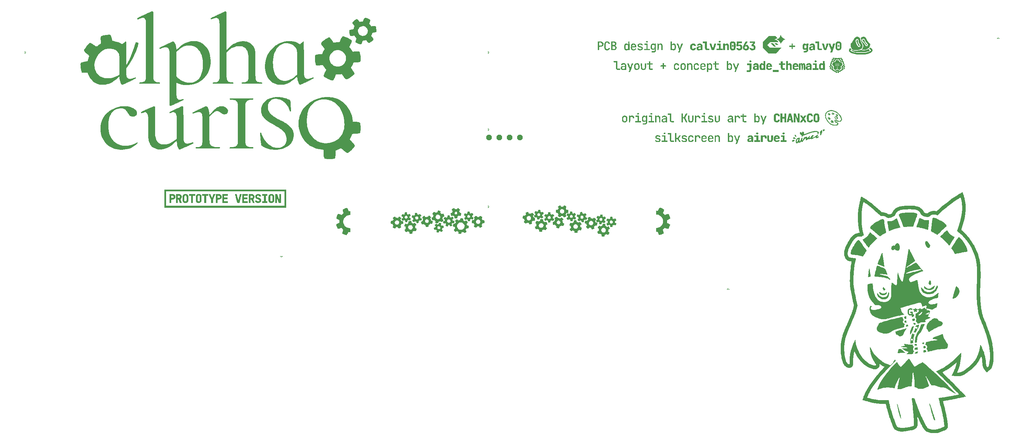
<source format=gbr>
%TF.GenerationSoftware,KiCad,Pcbnew,(7.0.0)*%
%TF.CreationDate,2023-11-20T17:20:02+01:00*%
%TF.ProjectId,alpha-curISO,616c7068-612d-4637-9572-49534f2e6b69,rev?*%
%TF.SameCoordinates,Original*%
%TF.FileFunction,Legend,Top*%
%TF.FilePolarity,Positive*%
%FSLAX46Y46*%
G04 Gerber Fmt 4.6, Leading zero omitted, Abs format (unit mm)*
G04 Created by KiCad (PCBNEW (7.0.0)) date 2023-11-20 17:20:02*
%MOMM*%
%LPD*%
G01*
G04 APERTURE LIST*
G04 Aperture macros list*
%AMFreePoly0*
4,1,17,0.303973,0.683855,0.683855,0.303973,0.698500,0.268618,0.698500,-0.268618,0.683855,-0.303974,0.303973,-0.683855,0.268618,-0.698500,-0.268618,-0.698500,-0.303974,-0.683855,-0.683855,-0.303973,-0.698500,-0.268618,-0.698500,0.268618,-0.683855,0.303973,-0.303974,0.683855,-0.268618,0.698500,0.268618,0.698500,0.303973,0.683855,0.303973,0.683855,$1*%
G04 Aperture macros list end*
%ADD10C,0.300000*%
%ADD11C,0.120000*%
%ADD12FreePoly0,0.000000*%
G04 APERTURE END LIST*
D10*
%TO.C,G\u002A\u002A\u002A*%
X248098572Y-129662500D02*
X247955715Y-129591071D01*
X247955715Y-129591071D02*
X247741429Y-129591071D01*
X247741429Y-129591071D02*
X247527143Y-129662500D01*
X247527143Y-129662500D02*
X247384286Y-129805357D01*
X247384286Y-129805357D02*
X247312857Y-129948214D01*
X247312857Y-129948214D02*
X247241429Y-130233928D01*
X247241429Y-130233928D02*
X247241429Y-130448214D01*
X247241429Y-130448214D02*
X247312857Y-130733928D01*
X247312857Y-130733928D02*
X247384286Y-130876785D01*
X247384286Y-130876785D02*
X247527143Y-131019642D01*
X247527143Y-131019642D02*
X247741429Y-131091071D01*
X247741429Y-131091071D02*
X247884286Y-131091071D01*
X247884286Y-131091071D02*
X248098572Y-131019642D01*
X248098572Y-131019642D02*
X248170000Y-130948214D01*
X248170000Y-130948214D02*
X248170000Y-130448214D01*
X248170000Y-130448214D02*
X247884286Y-130448214D01*
X249027143Y-129591071D02*
X249027143Y-129948214D01*
X248670000Y-129805357D02*
X249027143Y-129948214D01*
X249027143Y-129948214D02*
X249384286Y-129805357D01*
X248812857Y-130233928D02*
X249027143Y-129948214D01*
X249027143Y-129948214D02*
X249241429Y-130233928D01*
X250170000Y-129591071D02*
X250170000Y-129948214D01*
X249812857Y-129805357D02*
X250170000Y-129948214D01*
X250170000Y-129948214D02*
X250527143Y-129805357D01*
X249955714Y-130233928D02*
X250170000Y-129948214D01*
X250170000Y-129948214D02*
X250384286Y-130233928D01*
X251312857Y-129591071D02*
X251312857Y-129948214D01*
X250955714Y-129805357D02*
X251312857Y-129948214D01*
X251312857Y-129948214D02*
X251670000Y-129805357D01*
X251098571Y-130233928D02*
X251312857Y-129948214D01*
X251312857Y-129948214D02*
X251527143Y-130233928D01*
G36*
X54066188Y-79559101D02*
G01*
X54354048Y-79572970D01*
X54605040Y-79597929D01*
X54690449Y-79610962D01*
X55115690Y-79701310D01*
X55509204Y-79818693D01*
X55865979Y-79960357D01*
X56181004Y-80123546D01*
X56449269Y-80305506D01*
X56665762Y-80503481D01*
X56825472Y-80714718D01*
X56877445Y-80813288D01*
X56949087Y-81038099D01*
X56964988Y-81266119D01*
X56928188Y-81486445D01*
X56841723Y-81688174D01*
X56708631Y-81860401D01*
X56552204Y-81980756D01*
X56407420Y-82055726D01*
X56269341Y-82101407D01*
X56113115Y-82123956D01*
X55951927Y-82129517D01*
X55697639Y-82109713D01*
X55469946Y-82045086D01*
X55263616Y-81931797D01*
X55073415Y-81766008D01*
X54894108Y-81543883D01*
X54720463Y-81261582D01*
X54689064Y-81203440D01*
X54540331Y-80939317D01*
X54399833Y-80728009D01*
X54258764Y-80559904D01*
X54108318Y-80425387D01*
X53939688Y-80314846D01*
X53817497Y-80251929D01*
X53605063Y-80170139D01*
X53370707Y-80118037D01*
X53101956Y-80093778D01*
X52786335Y-80095515D01*
X52765956Y-80096392D01*
X52340157Y-80144273D01*
X51946621Y-80248133D01*
X51585580Y-80407719D01*
X51257265Y-80622781D01*
X50961908Y-80893066D01*
X50699741Y-81218323D01*
X50470994Y-81598300D01*
X50275900Y-82032746D01*
X50114690Y-82521409D01*
X49987595Y-83064037D01*
X49975403Y-83128663D01*
X49956600Y-83245284D01*
X49942208Y-83372163D01*
X49931732Y-83519479D01*
X49924676Y-83697410D01*
X49920545Y-83916132D01*
X49918845Y-84185824D01*
X49918732Y-84293504D01*
X49919329Y-84566369D01*
X49921591Y-84786277D01*
X49926206Y-84964980D01*
X49933864Y-85114226D01*
X49945253Y-85245765D01*
X49961061Y-85371347D01*
X49981976Y-85502722D01*
X49993397Y-85567751D01*
X50123794Y-86152903D01*
X50296457Y-86689943D01*
X50511011Y-87178476D01*
X50767080Y-87618110D01*
X51064290Y-88008454D01*
X51402264Y-88349115D01*
X51780627Y-88639700D01*
X52199004Y-88879817D01*
X52657018Y-89069074D01*
X53154296Y-89207078D01*
X53541401Y-89275166D01*
X53750126Y-89295533D01*
X54000010Y-89307113D01*
X54271698Y-89310121D01*
X54545832Y-89304773D01*
X54803056Y-89291283D01*
X55024013Y-89269866D01*
X55105842Y-89257804D01*
X55579869Y-89149018D01*
X56040777Y-88987697D01*
X56473581Y-88779722D01*
X56742979Y-88615460D01*
X56850043Y-88546699D01*
X56939243Y-88494946D01*
X56995167Y-88468974D01*
X57002837Y-88467516D01*
X57059986Y-88493640D01*
X57115817Y-88554348D01*
X57147631Y-88623143D01*
X57149172Y-88638334D01*
X57125384Y-88678394D01*
X57060640Y-88748503D01*
X56964872Y-88838727D01*
X56849873Y-88937605D01*
X56362918Y-89309007D01*
X55876079Y-89618186D01*
X55383311Y-89867340D01*
X54878572Y-90058666D01*
X54355818Y-90194362D01*
X53809006Y-90276624D01*
X53232091Y-90307650D01*
X53081594Y-90307650D01*
X52895786Y-90303652D01*
X52706572Y-90295999D01*
X52537644Y-90285841D01*
X52425096Y-90275801D01*
X51849893Y-90183959D01*
X51315525Y-90043343D01*
X50818486Y-89852314D01*
X50355272Y-89609234D01*
X49922377Y-89312464D01*
X49516298Y-88960367D01*
X49431399Y-88876518D01*
X49080238Y-88486741D01*
X48781256Y-88076997D01*
X48530507Y-87639758D01*
X48324048Y-87167501D01*
X48157935Y-86652700D01*
X48064865Y-86269150D01*
X48036639Y-86132965D01*
X48015250Y-86014492D01*
X47999761Y-85901159D01*
X47989234Y-85780389D01*
X47982733Y-85639608D01*
X47979320Y-85466241D01*
X47978061Y-85247715D01*
X47977946Y-85102421D01*
X47980520Y-84785727D01*
X47989514Y-84519116D01*
X48006966Y-84288108D01*
X48034912Y-84078221D01*
X48075387Y-83874974D01*
X48130429Y-83663886D01*
X48202073Y-83430476D01*
X48221368Y-83371338D01*
X48425297Y-82853649D01*
X48685897Y-82362367D01*
X48999553Y-81900378D01*
X49362649Y-81470566D01*
X49771569Y-81075815D01*
X50222699Y-80719012D01*
X50712421Y-80403041D01*
X51237122Y-80130786D01*
X51793184Y-79905132D01*
X52376994Y-79728965D01*
X52930584Y-79613883D01*
X53173660Y-79583713D01*
X53456769Y-79564505D01*
X53760687Y-79556290D01*
X54066188Y-79559101D01*
G37*
G36*
X60770004Y-56140077D02*
G01*
X60883383Y-56218230D01*
X60889156Y-56223922D01*
X60967261Y-56302027D01*
X60968390Y-64368402D01*
X60968500Y-65237159D01*
X60968608Y-66043618D01*
X60968757Y-66790194D01*
X60968991Y-67479302D01*
X60969355Y-68113359D01*
X60969892Y-68694779D01*
X60970647Y-69225977D01*
X60971664Y-69709370D01*
X60972985Y-70147372D01*
X60974657Y-70542398D01*
X60976722Y-70896865D01*
X60979224Y-71213187D01*
X60982208Y-71493780D01*
X60985718Y-71741059D01*
X60989797Y-71957439D01*
X60994490Y-72145336D01*
X60999841Y-72307165D01*
X61005893Y-72445341D01*
X61012691Y-72562280D01*
X61020278Y-72660397D01*
X61028700Y-72742108D01*
X61037999Y-72809827D01*
X61048219Y-72865970D01*
X61059406Y-72912953D01*
X61071602Y-72953191D01*
X61084852Y-72989098D01*
X61099199Y-73023092D01*
X61114689Y-73057586D01*
X61127240Y-73085598D01*
X61224595Y-73261880D01*
X61348470Y-73401749D01*
X61505895Y-73508799D01*
X61703898Y-73586626D01*
X61949507Y-73638824D01*
X62249751Y-73668987D01*
X62270226Y-73670208D01*
X62424495Y-73679965D01*
X62526051Y-73689993D01*
X62586838Y-73703314D01*
X62618800Y-73722951D01*
X62633878Y-73751924D01*
X62636921Y-73762990D01*
X62647289Y-73856864D01*
X62644402Y-73910937D01*
X62633631Y-73986162D01*
X60085899Y-73987030D01*
X59607648Y-73987030D01*
X59190283Y-73986640D01*
X58829977Y-73985796D01*
X58522904Y-73984437D01*
X58265238Y-73982498D01*
X58053151Y-73979917D01*
X57882817Y-73976631D01*
X57750409Y-73972577D01*
X57652102Y-73967692D01*
X57584068Y-73961912D01*
X57542480Y-73955175D01*
X57523513Y-73947418D01*
X57521632Y-73944806D01*
X57505417Y-73850531D01*
X57519737Y-73760117D01*
X57543924Y-73719338D01*
X57596772Y-73698192D01*
X57695056Y-73684242D01*
X57794688Y-73680266D01*
X58131078Y-73659518D01*
X58420437Y-73598522D01*
X58661505Y-73497909D01*
X58853020Y-73358306D01*
X58993724Y-73180345D01*
X59054841Y-73051149D01*
X59070081Y-73009875D01*
X59084137Y-72969006D01*
X59097053Y-72925907D01*
X59108871Y-72877946D01*
X59119637Y-72822488D01*
X59129394Y-72756899D01*
X59138185Y-72678546D01*
X59146054Y-72584795D01*
X59153045Y-72473013D01*
X59159202Y-72340566D01*
X59164567Y-72184819D01*
X59169186Y-72003140D01*
X59173101Y-71792895D01*
X59176357Y-71551450D01*
X59178997Y-71276171D01*
X59181064Y-70964425D01*
X59182603Y-70613577D01*
X59183657Y-70220995D01*
X59184270Y-69784044D01*
X59184486Y-69300092D01*
X59184348Y-68766503D01*
X59183899Y-68180645D01*
X59183185Y-67539883D01*
X59182247Y-66841584D01*
X59181131Y-66083115D01*
X59180235Y-65494268D01*
X59179004Y-64705731D01*
X59177804Y-63979286D01*
X59176609Y-63312310D01*
X59175397Y-62702182D01*
X59174141Y-62146279D01*
X59172818Y-61641979D01*
X59171403Y-61186660D01*
X59169871Y-60777701D01*
X59168199Y-60412479D01*
X59166361Y-60088373D01*
X59164334Y-59802760D01*
X59162092Y-59553018D01*
X59159611Y-59336525D01*
X59156867Y-59150660D01*
X59153835Y-58992800D01*
X59150491Y-58860323D01*
X59146810Y-58750608D01*
X59142767Y-58661032D01*
X59138339Y-58588973D01*
X59133501Y-58531809D01*
X59128227Y-58486919D01*
X59122495Y-58451680D01*
X59116278Y-58423470D01*
X59114107Y-58415224D01*
X59032354Y-58177501D01*
X58929213Y-57991427D01*
X58801255Y-57856046D01*
X58645051Y-57770403D01*
X58457175Y-57733541D01*
X58234197Y-57744506D01*
X57972689Y-57802340D01*
X57669222Y-57906089D01*
X57514143Y-57969159D01*
X57168259Y-58115757D01*
X57092479Y-58044566D01*
X57032827Y-57955751D01*
X57026312Y-57878276D01*
X57030077Y-57857238D01*
X57039962Y-57836282D01*
X57060480Y-57813054D01*
X57096142Y-57785199D01*
X57151462Y-57750363D01*
X57230952Y-57706189D01*
X57339125Y-57650323D01*
X57480494Y-57580409D01*
X57659572Y-57494094D01*
X57880871Y-57389021D01*
X58148904Y-57262835D01*
X58468183Y-57113182D01*
X58702299Y-57003627D01*
X59013815Y-56857944D01*
X59311139Y-56718991D01*
X59588490Y-56589461D01*
X59840085Y-56472053D01*
X60060144Y-56369462D01*
X60242884Y-56284383D01*
X60382523Y-56219512D01*
X60473281Y-56177546D01*
X60504181Y-56163442D01*
X60647062Y-56122357D01*
X60770004Y-56140077D01*
G37*
G36*
X80659979Y-77639881D02*
G01*
X80962626Y-77648858D01*
X81317413Y-77656011D01*
X81712513Y-77661341D01*
X82136097Y-77664849D01*
X82576335Y-77666535D01*
X83021399Y-77666401D01*
X83459460Y-77664445D01*
X83878689Y-77660670D01*
X84267258Y-77655076D01*
X84613337Y-77647663D01*
X84872444Y-77639669D01*
X85131395Y-77631487D01*
X85343710Y-77627653D01*
X85504956Y-77628149D01*
X85610699Y-77632960D01*
X85656507Y-77642069D01*
X85657094Y-77642586D01*
X85681799Y-77702284D01*
X85686187Y-77789230D01*
X85671431Y-77871186D01*
X85647325Y-77910958D01*
X85601148Y-77924375D01*
X85503879Y-77938147D01*
X85369114Y-77950773D01*
X85210447Y-77960752D01*
X85186242Y-77961890D01*
X84848643Y-77988406D01*
X84567008Y-78037387D01*
X84335346Y-78112616D01*
X84147663Y-78217872D01*
X83997967Y-78356937D01*
X83880266Y-78533592D01*
X83788566Y-78751618D01*
X83753777Y-78865716D01*
X83746134Y-78896630D01*
X83739217Y-78933545D01*
X83732988Y-78979652D01*
X83727414Y-79038142D01*
X83722457Y-79112204D01*
X83718083Y-79205030D01*
X83714254Y-79319810D01*
X83710935Y-79459735D01*
X83708091Y-79627996D01*
X83705685Y-79827782D01*
X83703682Y-80062285D01*
X83702045Y-80334695D01*
X83700739Y-80648203D01*
X83699728Y-81005999D01*
X83698976Y-81411274D01*
X83698447Y-81867218D01*
X83698105Y-82377023D01*
X83697915Y-82943879D01*
X83697840Y-83570975D01*
X83697835Y-83840510D01*
X83697814Y-84501469D01*
X83697819Y-85100920D01*
X83697950Y-85642067D01*
X83698307Y-86128117D01*
X83698991Y-86562273D01*
X83700101Y-86947742D01*
X83701738Y-87287728D01*
X83704003Y-87585436D01*
X83706994Y-87844072D01*
X83710814Y-88066840D01*
X83715561Y-88256945D01*
X83721336Y-88417593D01*
X83728240Y-88551989D01*
X83736372Y-88663338D01*
X83745833Y-88754845D01*
X83756723Y-88829714D01*
X83769142Y-88891152D01*
X83783191Y-88942363D01*
X83798969Y-88986552D01*
X83816578Y-89026925D01*
X83836117Y-89066686D01*
X83857686Y-89109040D01*
X83862934Y-89119465D01*
X83988451Y-89299185D01*
X84164598Y-89439123D01*
X84376232Y-89533895D01*
X84571698Y-89584501D01*
X84809714Y-89625054D01*
X85068520Y-89652675D01*
X85326351Y-89664484D01*
X85364973Y-89664714D01*
X85503464Y-89669956D01*
X85603462Y-89684428D01*
X85648943Y-89703542D01*
X85679129Y-89768965D01*
X85686012Y-89857999D01*
X85667354Y-89933069D01*
X85663008Y-89939746D01*
X85625923Y-89946033D01*
X85524896Y-89951663D01*
X85360696Y-89956628D01*
X85134091Y-89960920D01*
X84845850Y-89964529D01*
X84496740Y-89967448D01*
X84087531Y-89969667D01*
X83618991Y-89971178D01*
X83091889Y-89971973D01*
X82749987Y-89972102D01*
X79860739Y-89972102D01*
X79841868Y-89896914D01*
X79840570Y-89808942D01*
X79858767Y-89743220D01*
X79881537Y-89703621D01*
X79915391Y-89680177D01*
X79975721Y-89668692D01*
X80077919Y-89664973D01*
X80146843Y-89664714D01*
X80408061Y-89655569D01*
X80671706Y-89630001D01*
X80916446Y-89590815D01*
X81120944Y-89540810D01*
X81142749Y-89533895D01*
X81361016Y-89435823D01*
X81535085Y-89296763D01*
X81669039Y-89111947D01*
X81766958Y-88876607D01*
X81796165Y-88770490D01*
X81803817Y-88734730D01*
X81810748Y-88691184D01*
X81817007Y-88636558D01*
X81822638Y-88567556D01*
X81827687Y-88480882D01*
X81832202Y-88373241D01*
X81836226Y-88241335D01*
X81839808Y-88081871D01*
X81842992Y-87891552D01*
X81845825Y-87667081D01*
X81848353Y-87405165D01*
X81850621Y-87102506D01*
X81852677Y-86755809D01*
X81854564Y-86361778D01*
X81856331Y-85917117D01*
X81858023Y-85418531D01*
X81859685Y-84862724D01*
X81861364Y-84246400D01*
X81861832Y-84067007D01*
X81863562Y-83381803D01*
X81864949Y-82758184D01*
X81865853Y-82193025D01*
X81866135Y-81683197D01*
X81865656Y-81225574D01*
X81864276Y-80817029D01*
X81861856Y-80454434D01*
X81858257Y-80134663D01*
X81853340Y-79854588D01*
X81846965Y-79611082D01*
X81838993Y-79401019D01*
X81829285Y-79221271D01*
X81817701Y-79068711D01*
X81804103Y-78940212D01*
X81788351Y-78832646D01*
X81770305Y-78742888D01*
X81749827Y-78667809D01*
X81726778Y-78604283D01*
X81701017Y-78549182D01*
X81672405Y-78499380D01*
X81640805Y-78451749D01*
X81609817Y-78408325D01*
X81491316Y-78275133D01*
X81344471Y-78168330D01*
X81162396Y-78085507D01*
X80938204Y-78024253D01*
X80665008Y-77982157D01*
X80335921Y-77956809D01*
X80317246Y-77955909D01*
X79881116Y-77935414D01*
X79850376Y-77847737D01*
X79839051Y-77732175D01*
X79853364Y-77685954D01*
X79887093Y-77611848D01*
X80659979Y-77639881D01*
G37*
G36*
X74118426Y-79567273D02*
G01*
X74230160Y-79651981D01*
X74344350Y-79784492D01*
X74455142Y-79957135D01*
X74556683Y-80162240D01*
X74624750Y-80337080D01*
X74670161Y-80494170D01*
X74714998Y-80694285D01*
X74755624Y-80915812D01*
X74788400Y-81137135D01*
X74809688Y-81336640D01*
X74816035Y-81473598D01*
X74816146Y-81688790D01*
X75047069Y-81429937D01*
X75192993Y-81270845D01*
X75362814Y-81093031D01*
X75547377Y-80905415D01*
X75737528Y-80716917D01*
X75924112Y-80536457D01*
X76097973Y-80372955D01*
X76249955Y-80235330D01*
X76370905Y-80132502D01*
X76410050Y-80101984D01*
X76744247Y-79874418D01*
X77061452Y-79706587D01*
X77367384Y-79597629D01*
X77667763Y-79546680D01*
X77968312Y-79552880D01*
X78274748Y-79615367D01*
X78592793Y-79733277D01*
X78657854Y-79763223D01*
X78923624Y-79913596D01*
X79136364Y-80085704D01*
X79293956Y-80275823D01*
X79394284Y-80480231D01*
X79435231Y-80695205D01*
X79414682Y-80917021D01*
X79379487Y-81032518D01*
X79271735Y-81232943D01*
X79118830Y-81389319D01*
X78925324Y-81499037D01*
X78695767Y-81559489D01*
X78443970Y-81568650D01*
X78294178Y-81553434D01*
X78164546Y-81522855D01*
X78040186Y-81469971D01*
X77906210Y-81387840D01*
X77747727Y-81269520D01*
X77671836Y-81208633D01*
X77496293Y-81068906D01*
X77355811Y-80965528D01*
X77237834Y-80891025D01*
X77129807Y-80837921D01*
X77019175Y-80798743D01*
X76952518Y-80780384D01*
X76731506Y-80744320D01*
X76523929Y-80757360D01*
X76310184Y-80821805D01*
X76207547Y-80867808D01*
X76133112Y-80907663D01*
X76056494Y-80957729D01*
X75970559Y-81024193D01*
X75868174Y-81113242D01*
X75742202Y-81231063D01*
X75585510Y-81383842D01*
X75404409Y-81564283D01*
X74811874Y-82158373D01*
X74824455Y-85288677D01*
X74826604Y-85826219D01*
X74828628Y-86303098D01*
X74830755Y-86723362D01*
X74833214Y-87091062D01*
X74836233Y-87410247D01*
X74840041Y-87684966D01*
X74844867Y-87919268D01*
X74850938Y-88117203D01*
X74858483Y-88282820D01*
X74867731Y-88420168D01*
X74878910Y-88533296D01*
X74892249Y-88626254D01*
X74907976Y-88703090D01*
X74926319Y-88767856D01*
X74947508Y-88824598D01*
X74971770Y-88877368D01*
X74999334Y-88930213D01*
X75030429Y-88987184D01*
X75033455Y-88992737D01*
X75143638Y-89154514D01*
X75286647Y-89290696D01*
X75467142Y-89402977D01*
X75689781Y-89493052D01*
X75959223Y-89562613D01*
X76280128Y-89613357D01*
X76657155Y-89646976D01*
X76861909Y-89657633D01*
X77416124Y-89680892D01*
X77437744Y-89762000D01*
X77446064Y-89850376D01*
X77436739Y-89907605D01*
X77431875Y-89918586D01*
X77422848Y-89928245D01*
X77405725Y-89936665D01*
X77376575Y-89943932D01*
X77331464Y-89950132D01*
X77266460Y-89955347D01*
X77177632Y-89959665D01*
X77061045Y-89963169D01*
X76912768Y-89965944D01*
X76728868Y-89968076D01*
X76505412Y-89969648D01*
X76238468Y-89970747D01*
X75924104Y-89971457D01*
X75558387Y-89971862D01*
X75137385Y-89972048D01*
X74657164Y-89972100D01*
X74449011Y-89972102D01*
X73930952Y-89971964D01*
X73474055Y-89971516D01*
X73074768Y-89970707D01*
X72729540Y-89969485D01*
X72434820Y-89967798D01*
X72187056Y-89965596D01*
X71982697Y-89962828D01*
X71818191Y-89959441D01*
X71689988Y-89955385D01*
X71594536Y-89950609D01*
X71528284Y-89945060D01*
X71487680Y-89938688D01*
X71469173Y-89931441D01*
X71467367Y-89929010D01*
X71451062Y-89838594D01*
X71462781Y-89751969D01*
X71491274Y-89705433D01*
X71539340Y-89689956D01*
X71636010Y-89674115D01*
X71765226Y-89660200D01*
X71855287Y-89653504D01*
X72161595Y-89621950D01*
X72414585Y-89565184D01*
X72619367Y-89477953D01*
X72781046Y-89355007D01*
X72904731Y-89191094D01*
X72995530Y-88980963D01*
X73058550Y-88719363D01*
X73098900Y-88401042D01*
X73101348Y-88372405D01*
X73106927Y-88270575D01*
X73111944Y-88110603D01*
X73116398Y-87898637D01*
X73120290Y-87640825D01*
X73123621Y-87343316D01*
X73126390Y-87012258D01*
X73128599Y-86653799D01*
X73130247Y-86274087D01*
X73131336Y-85879271D01*
X73131864Y-85475500D01*
X73131834Y-85068920D01*
X73131244Y-84665681D01*
X73130096Y-84271931D01*
X73128390Y-83893818D01*
X73126127Y-83537491D01*
X73123306Y-83209097D01*
X73119928Y-82914785D01*
X73115993Y-82660704D01*
X73111502Y-82453001D01*
X73106456Y-82297825D01*
X73100961Y-82202525D01*
X73059724Y-81880156D01*
X72995942Y-81610882D01*
X72906726Y-81393411D01*
X72789188Y-81226454D01*
X72640441Y-81108718D01*
X72457595Y-81038913D01*
X72237763Y-81015747D01*
X71978057Y-81037929D01*
X71675589Y-81104168D01*
X71327469Y-81213173D01*
X71086607Y-81301990D01*
X70954751Y-81349097D01*
X70841222Y-81382695D01*
X70762188Y-81398336D01*
X70739010Y-81397589D01*
X70678389Y-81350689D01*
X70637380Y-81271828D01*
X70628773Y-81190770D01*
X70638122Y-81162825D01*
X70673042Y-81137821D01*
X70760217Y-81088637D01*
X70893216Y-81018368D01*
X71065607Y-80930106D01*
X71270960Y-80826948D01*
X71502844Y-80711986D01*
X71754828Y-80588315D01*
X72020482Y-80459029D01*
X72293374Y-80327223D01*
X72567074Y-80195990D01*
X72835151Y-80068425D01*
X73091174Y-79947622D01*
X73328713Y-79836676D01*
X73541336Y-79738679D01*
X73722613Y-79656727D01*
X73866113Y-79593914D01*
X73965405Y-79553333D01*
X74014058Y-79538080D01*
X74015002Y-79538038D01*
X74118426Y-79567273D01*
G37*
G36*
X88605316Y-68915484D02*
G01*
X90511648Y-68915484D01*
X90517339Y-69230887D01*
X90529747Y-69541785D01*
X90548444Y-69832923D01*
X90572999Y-70089042D01*
X90600828Y-70283058D01*
X90720452Y-70827117D01*
X90874965Y-71319608D01*
X91063817Y-71759868D01*
X91286460Y-72147231D01*
X91542342Y-72481032D01*
X91830915Y-72760607D01*
X92151629Y-72985289D01*
X92503935Y-73154415D01*
X92887281Y-73267320D01*
X93097452Y-73303424D01*
X93231104Y-73311628D01*
X93406387Y-73309132D01*
X93601365Y-73297344D01*
X93794100Y-73277677D01*
X93962655Y-73251539D01*
X93989626Y-73246066D01*
X94365377Y-73142905D01*
X94741948Y-72991997D01*
X95124004Y-72790666D01*
X95516211Y-72536234D01*
X95923235Y-72226024D01*
X96244140Y-71952391D01*
X96462548Y-71758275D01*
X96462548Y-68849350D01*
X96462562Y-68333134D01*
X96462445Y-67877368D01*
X96461962Y-67477791D01*
X96460877Y-67130140D01*
X96458952Y-66830153D01*
X96455953Y-66573567D01*
X96451643Y-66356120D01*
X96445786Y-66173550D01*
X96438145Y-66021593D01*
X96428485Y-65895988D01*
X96416569Y-65792472D01*
X96402161Y-65706783D01*
X96385024Y-65634658D01*
X96364924Y-65571836D01*
X96341623Y-65514053D01*
X96314885Y-65457047D01*
X96284475Y-65396555D01*
X96269605Y-65367214D01*
X96071295Y-65044989D01*
X95822123Y-64759218D01*
X95526873Y-64513319D01*
X95190329Y-64310712D01*
X94817275Y-64154813D01*
X94429319Y-64052283D01*
X94237906Y-64025675D01*
X94010645Y-64010703D01*
X93771766Y-64007620D01*
X93545497Y-64016677D01*
X93356065Y-64038128D01*
X93340262Y-64040931D01*
X92943804Y-64146349D01*
X92570769Y-64310267D01*
X92222855Y-64530224D01*
X91901764Y-64803761D01*
X91609194Y-65128419D01*
X91346843Y-65501737D01*
X91116413Y-65921258D01*
X90919602Y-66384521D01*
X90758109Y-66889067D01*
X90633634Y-67432436D01*
X90547876Y-68012170D01*
X90539183Y-68094824D01*
X90522141Y-68332195D01*
X90513106Y-68610834D01*
X90511648Y-68915484D01*
X88605316Y-68915484D01*
X88606424Y-68901429D01*
X88695597Y-68346350D01*
X88776239Y-68001911D01*
X88968129Y-67401717D01*
X89216704Y-66831862D01*
X89520345Y-66294601D01*
X89877436Y-65792189D01*
X90286357Y-65326880D01*
X90745493Y-64900932D01*
X91253225Y-64516597D01*
X91298221Y-64486155D01*
X91806134Y-64178975D01*
X92329890Y-63926133D01*
X92864871Y-63727896D01*
X93406458Y-63584535D01*
X93950030Y-63496318D01*
X94490970Y-63463514D01*
X95024656Y-63486392D01*
X95546471Y-63565222D01*
X96051795Y-63700272D01*
X96536009Y-63891812D01*
X96994493Y-64140111D01*
X97015233Y-64153120D01*
X97135340Y-64228941D01*
X97324740Y-64117426D01*
X97435378Y-64040889D01*
X97565111Y-63934149D01*
X97691180Y-63816358D01*
X97729406Y-63776937D01*
X97834416Y-63668462D01*
X97909324Y-63601188D01*
X97965754Y-63566855D01*
X98015333Y-63557200D01*
X98036795Y-63558504D01*
X98128917Y-63569045D01*
X98148150Y-67662166D01*
X98151087Y-68270863D01*
X98153914Y-68818258D01*
X98156687Y-69307761D01*
X98159461Y-69742784D01*
X98162293Y-70126737D01*
X98165237Y-70463030D01*
X98168350Y-70755076D01*
X98171686Y-71006284D01*
X98175302Y-71220066D01*
X98179252Y-71399832D01*
X98183593Y-71548993D01*
X98188379Y-71670961D01*
X98193667Y-71769145D01*
X98199512Y-71846956D01*
X98205969Y-71907807D01*
X98213093Y-71955106D01*
X98218464Y-71981784D01*
X98271923Y-72187660D01*
X98331470Y-72346466D01*
X98405042Y-72475818D01*
X98487633Y-72579213D01*
X98603016Y-72684545D01*
X98733541Y-72757083D01*
X98885828Y-72796966D01*
X99066494Y-72804332D01*
X99282159Y-72779319D01*
X99539440Y-72722066D01*
X99844955Y-72632712D01*
X99918112Y-72609148D01*
X100121434Y-72543750D01*
X100273008Y-72498796D01*
X100382245Y-72473567D01*
X100458552Y-72467349D01*
X100511339Y-72479422D01*
X100550015Y-72509071D01*
X100583989Y-72555578D01*
X100585698Y-72558278D01*
X100601426Y-72631406D01*
X100587860Y-72662310D01*
X100552251Y-72686622D01*
X100464363Y-72734982D01*
X100330666Y-72804306D01*
X100157633Y-72891511D01*
X99951736Y-72993513D01*
X99719444Y-73107228D01*
X99467231Y-73229572D01*
X99201568Y-73357462D01*
X98928925Y-73487813D01*
X98655775Y-73617542D01*
X98388590Y-73743566D01*
X98133839Y-73862800D01*
X97897996Y-73972160D01*
X97687532Y-74068564D01*
X97508918Y-74148926D01*
X97368625Y-74210164D01*
X97273126Y-74249193D01*
X97228891Y-74262930D01*
X97228854Y-74262930D01*
X97124905Y-74231194D01*
X97018415Y-74138112D01*
X96911620Y-73986877D01*
X96806754Y-73780680D01*
X96706054Y-73522714D01*
X96701842Y-73510481D01*
X96655661Y-73354166D01*
X96609455Y-73160714D01*
X96566761Y-72949393D01*
X96531114Y-72739470D01*
X96506052Y-72550212D01*
X96495109Y-72400885D01*
X96494905Y-72383027D01*
X96491203Y-72291774D01*
X96481758Y-72234453D01*
X96474724Y-72224459D01*
X96445134Y-72245601D01*
X96378375Y-72303474D01*
X96283724Y-72389752D01*
X96170462Y-72496107D01*
X96145357Y-72520044D01*
X95658576Y-72953661D01*
X95168721Y-73327114D01*
X94677307Y-73639547D01*
X94185845Y-73890106D01*
X93695849Y-74077935D01*
X93208833Y-74202178D01*
X93149838Y-74212918D01*
X92947105Y-74238326D01*
X92702451Y-74253688D01*
X92436518Y-74259029D01*
X92169948Y-74254370D01*
X91923383Y-74239737D01*
X91717464Y-74215152D01*
X91694961Y-74211263D01*
X91228451Y-74095205D01*
X90789660Y-73922070D01*
X90381603Y-73694594D01*
X90007295Y-73415513D01*
X89669751Y-73087562D01*
X89371986Y-72713479D01*
X89117016Y-72295997D01*
X88907855Y-71837853D01*
X88825750Y-71607786D01*
X88693731Y-71114881D01*
X88605627Y-70586044D01*
X88561601Y-70033024D01*
X88561813Y-69467570D01*
X88605316Y-68915484D01*
G37*
G36*
X68214664Y-79557325D02*
G01*
X68291013Y-79605714D01*
X68307802Y-79619202D01*
X68405410Y-79701334D01*
X68419220Y-83704234D01*
X68421731Y-84368726D01*
X68424471Y-84970180D01*
X68427460Y-85510273D01*
X68430720Y-85990680D01*
X68434269Y-86413078D01*
X68438128Y-86779141D01*
X68442319Y-87090546D01*
X68446861Y-87348968D01*
X68451774Y-87556083D01*
X68457079Y-87713567D01*
X68462797Y-87823096D01*
X68468948Y-87886345D01*
X68470145Y-87893161D01*
X68543990Y-88169583D01*
X68644576Y-88399002D01*
X68769165Y-88577285D01*
X68915022Y-88700296D01*
X69040362Y-88754821D01*
X69243965Y-88784545D01*
X69494482Y-88774835D01*
X69788003Y-88726314D01*
X70120617Y-88639606D01*
X70448357Y-88530096D01*
X70575271Y-88488084D01*
X70684106Y-88459849D01*
X70757137Y-88449705D01*
X70771552Y-88451406D01*
X70823518Y-88492406D01*
X70868960Y-88565940D01*
X70869735Y-88567789D01*
X70893410Y-88643105D01*
X70882264Y-88690835D01*
X70864067Y-88712221D01*
X70823850Y-88737072D01*
X70731624Y-88785519D01*
X70593917Y-88854510D01*
X70417260Y-88940993D01*
X70208180Y-89041916D01*
X69973206Y-89154226D01*
X69718869Y-89274872D01*
X69451697Y-89400802D01*
X69178218Y-89528964D01*
X68904962Y-89656305D01*
X68638459Y-89779775D01*
X68385237Y-89896319D01*
X68151824Y-90002888D01*
X67944751Y-90096427D01*
X67770546Y-90173887D01*
X67635738Y-90232214D01*
X67546857Y-90268356D01*
X67511495Y-90279395D01*
X67446169Y-90258515D01*
X67360897Y-90205219D01*
X67314500Y-90167206D01*
X67180586Y-90007674D01*
X67063610Y-89787092D01*
X66964019Y-89506987D01*
X66882264Y-89168888D01*
X66818794Y-88774323D01*
X66774546Y-88331396D01*
X66753532Y-88049670D01*
X66424496Y-88380706D01*
X65940416Y-88834955D01*
X65455054Y-89224742D01*
X64967855Y-89550312D01*
X64478268Y-89811913D01*
X63985739Y-90009791D01*
X63489715Y-90144193D01*
X62989642Y-90215365D01*
X62484967Y-90223554D01*
X62315049Y-90212280D01*
X61877719Y-90146543D01*
X61478063Y-90028868D01*
X61116923Y-89859803D01*
X60795143Y-89639895D01*
X60513566Y-89369693D01*
X60273037Y-89049744D01*
X60126841Y-88791083D01*
X60040022Y-88606831D01*
X59970275Y-88431431D01*
X59910361Y-88243599D01*
X59853040Y-88022051D01*
X59827124Y-87909954D01*
X59815216Y-87854929D01*
X59804731Y-87799297D01*
X59795541Y-87738575D01*
X59787513Y-87668281D01*
X59780519Y-87583932D01*
X59774427Y-87481045D01*
X59769107Y-87355138D01*
X59764430Y-87201727D01*
X59760264Y-87016331D01*
X59756479Y-86794465D01*
X59752945Y-86531648D01*
X59749532Y-86223398D01*
X59746108Y-85865230D01*
X59742545Y-85452662D01*
X59738711Y-84981213D01*
X59737487Y-84827389D01*
X59733453Y-84332024D01*
X59729639Y-83897037D01*
X59725935Y-83518092D01*
X59722227Y-83190854D01*
X59718404Y-82910988D01*
X59714352Y-82674159D01*
X59709962Y-82476031D01*
X59705119Y-82312271D01*
X59699712Y-82178541D01*
X59693629Y-82070508D01*
X59686759Y-81983836D01*
X59678987Y-81914190D01*
X59670204Y-81857235D01*
X59660296Y-81808636D01*
X59659316Y-81804399D01*
X59594644Y-81573040D01*
X59518512Y-81393459D01*
X59424647Y-81252931D01*
X59348829Y-81174392D01*
X59221926Y-81088177D01*
X59072558Y-81042371D01*
X58894479Y-81037091D01*
X58681443Y-81072452D01*
X58427204Y-81148571D01*
X58303860Y-81193785D01*
X58179547Y-81240381D01*
X58100208Y-81265065D01*
X58050630Y-81269694D01*
X58015598Y-81256127D01*
X57986813Y-81232508D01*
X57935471Y-81145086D01*
X57932252Y-81078211D01*
X57935925Y-81056491D01*
X57945484Y-81035218D01*
X57965589Y-81011981D01*
X58000902Y-80984370D01*
X58056083Y-80949975D01*
X58135794Y-80906387D01*
X58244696Y-80851194D01*
X58387450Y-80781988D01*
X58568716Y-80696359D01*
X58793157Y-80591895D01*
X59065433Y-80466188D01*
X59390206Y-80316828D01*
X59521388Y-80256567D01*
X59900137Y-80083234D01*
X60223479Y-79936669D01*
X60494337Y-79815623D01*
X60715639Y-79718847D01*
X60890309Y-79645089D01*
X61021273Y-79593102D01*
X61111455Y-79561634D01*
X61163782Y-79549437D01*
X61175576Y-79549855D01*
X61256710Y-79584516D01*
X61327183Y-79630857D01*
X61404077Y-79693108D01*
X61421354Y-83214771D01*
X61424167Y-83773834D01*
X61426858Y-84272044D01*
X61429503Y-84713259D01*
X61432177Y-85101339D01*
X61434954Y-85440142D01*
X61437912Y-85733528D01*
X61441123Y-85985355D01*
X61444665Y-86199484D01*
X61448611Y-86379773D01*
X61453038Y-86530081D01*
X61458020Y-86654268D01*
X61463633Y-86756192D01*
X61469952Y-86839713D01*
X61477052Y-86908690D01*
X61485008Y-86966983D01*
X61493896Y-87018449D01*
X61495671Y-87027644D01*
X61577173Y-87386845D01*
X61672250Y-87693542D01*
X61785514Y-87959321D01*
X61921582Y-88195769D01*
X62011151Y-88321911D01*
X62224773Y-88557723D01*
X62470209Y-88743235D01*
X62751060Y-88879992D01*
X63070927Y-88969537D01*
X63433411Y-89013413D01*
X63636688Y-89018702D01*
X64107664Y-88986232D01*
X64573773Y-88890563D01*
X65035683Y-88731410D01*
X65494056Y-88508484D01*
X65949559Y-88221499D01*
X66402857Y-87870168D01*
X66506150Y-87780868D01*
X66759108Y-87557964D01*
X66759108Y-84941196D01*
X66758681Y-84449824D01*
X66757426Y-83994400D01*
X66755382Y-83578330D01*
X66752589Y-83205024D01*
X66749085Y-82877889D01*
X66744911Y-82600332D01*
X66740106Y-82375762D01*
X66734708Y-82207586D01*
X66728758Y-82099212D01*
X66725971Y-82071323D01*
X66668884Y-81757220D01*
X66587080Y-81501618D01*
X66479672Y-81302852D01*
X66345770Y-81159257D01*
X66192966Y-81072331D01*
X66072889Y-81039569D01*
X65940081Y-81031662D01*
X65784539Y-81050082D01*
X65596261Y-81096302D01*
X65365245Y-81171794D01*
X65261677Y-81209387D01*
X65119024Y-81254637D01*
X65024466Y-81263357D01*
X64971019Y-81232994D01*
X64951700Y-81160994D01*
X64953587Y-81096722D01*
X64963312Y-80984465D01*
X66532612Y-80262176D01*
X66832095Y-80124764D01*
X67114846Y-79995859D01*
X67375241Y-79877967D01*
X67607654Y-79773596D01*
X67806459Y-79685254D01*
X67966032Y-79615449D01*
X68080747Y-79566687D01*
X68144979Y-79541477D01*
X68156053Y-79538478D01*
X68214664Y-79557325D01*
G37*
G36*
X109359298Y-61059788D02*
G01*
X111485947Y-61059788D01*
X111528221Y-61305172D01*
X111621855Y-61537017D01*
X111764067Y-61747728D01*
X111952077Y-61929709D01*
X112183104Y-62075364D01*
X112365860Y-62150622D01*
X112532950Y-62182786D01*
X112732347Y-62185393D01*
X112939895Y-62160503D01*
X113131438Y-62110176D01*
X113208107Y-62078775D01*
X113417686Y-61949168D01*
X113605906Y-61775027D01*
X113754742Y-61574302D01*
X113799644Y-61489668D01*
X113841175Y-61393000D01*
X113867067Y-61304810D01*
X113880862Y-61204361D01*
X113886103Y-61070915D01*
X113886624Y-60980510D01*
X113884685Y-60823683D01*
X113876438Y-60711115D01*
X113858239Y-60622407D01*
X113826444Y-60537162D01*
X113795777Y-60471941D01*
X113644626Y-60235959D01*
X113445383Y-60039729D01*
X113206503Y-59891535D01*
X113200459Y-59888688D01*
X113072612Y-59833980D01*
X112962565Y-59802879D01*
X112840323Y-59788905D01*
X112724015Y-59785779D01*
X112436662Y-59811497D01*
X112180716Y-59893774D01*
X111955670Y-60032873D01*
X111761014Y-60229057D01*
X111695087Y-60318365D01*
X111566599Y-60558788D01*
X111497812Y-60808461D01*
X111485947Y-61059788D01*
X109359298Y-61059788D01*
X109359132Y-60954958D01*
X109363669Y-60861928D01*
X109376232Y-60803822D01*
X109400084Y-60765753D01*
X109438490Y-60732834D01*
X109439532Y-60732048D01*
X109516646Y-60694131D01*
X109648477Y-60656358D01*
X109837922Y-60618095D01*
X110087878Y-60578703D01*
X110217783Y-60560847D01*
X110367031Y-60541063D01*
X110421516Y-60340150D01*
X110468131Y-60194386D01*
X110529292Y-60035947D01*
X110569457Y-59946113D01*
X110662912Y-59752991D01*
X110511329Y-59579690D01*
X110365108Y-59404426D01*
X110244161Y-59243210D01*
X110155002Y-59105495D01*
X110104144Y-59000737D01*
X110097861Y-58979485D01*
X110092559Y-58936199D01*
X110103455Y-58893107D01*
X110137685Y-58839984D01*
X110202382Y-58766605D01*
X110304681Y-58662742D01*
X110350285Y-58617694D01*
X110494911Y-58484060D01*
X110651144Y-58354408D01*
X110808289Y-58236184D01*
X110955648Y-58136835D01*
X111082527Y-58063807D01*
X111178227Y-58024548D01*
X111209015Y-58019877D01*
X111290093Y-58047494D01*
X111396930Y-58127158D01*
X111524346Y-58254079D01*
X111667160Y-58423467D01*
X111720442Y-58492720D01*
X111802050Y-58597305D01*
X111871035Y-58678651D01*
X111917278Y-58725156D01*
X111928852Y-58731720D01*
X111973223Y-58724991D01*
X112060805Y-58707435D01*
X112161623Y-58685318D01*
X112309277Y-58657483D01*
X112467935Y-58636091D01*
X112555540Y-58628694D01*
X112745221Y-58618472D01*
X112851979Y-58323098D01*
X112934839Y-58102902D01*
X113005486Y-57938272D01*
X113068413Y-57822252D01*
X113128116Y-57747888D01*
X113189089Y-57708225D01*
X113255826Y-57696309D01*
X113257064Y-57696306D01*
X113376189Y-57710744D01*
X113536696Y-57750162D01*
X113723066Y-57808720D01*
X113919779Y-57880576D01*
X114111318Y-57959887D01*
X114282162Y-58040813D01*
X114416792Y-58117512D01*
X114462769Y-58150144D01*
X114517303Y-58210898D01*
X114544253Y-58290937D01*
X114542567Y-58397330D01*
X114511192Y-58537151D01*
X114449076Y-58717471D01*
X114355167Y-58945359D01*
X114338827Y-58982821D01*
X114249976Y-59185387D01*
X114409584Y-59354923D01*
X114510274Y-59468300D01*
X114609938Y-59590845D01*
X114674367Y-59678153D01*
X114738865Y-59761779D01*
X114795847Y-59817600D01*
X114824407Y-59831848D01*
X114876510Y-59825422D01*
X114972186Y-59808480D01*
X115091833Y-59784525D01*
X115105974Y-59781536D01*
X115260585Y-59754255D01*
X115425950Y-59733634D01*
X115547856Y-59725026D01*
X115665533Y-59724694D01*
X115738332Y-59735783D01*
X115785754Y-59763126D01*
X115810862Y-59790239D01*
X115864617Y-59887886D01*
X115914554Y-60036411D01*
X115957898Y-60221989D01*
X115991870Y-60430791D01*
X116013696Y-60648991D01*
X116020639Y-60834905D01*
X116022166Y-61207007D01*
X115905121Y-61264245D01*
X115826156Y-61291838D01*
X115701016Y-61323129D01*
X115547766Y-61354027D01*
X115405022Y-61377493D01*
X115021968Y-61433504D01*
X114995397Y-61561479D01*
X114970141Y-61650687D01*
X114926190Y-61776041D01*
X114871687Y-61914800D01*
X114853204Y-61958651D01*
X114737582Y-62227847D01*
X114913514Y-62429274D01*
X115069088Y-62611772D01*
X115181307Y-62757143D01*
X115252689Y-62873903D01*
X115285751Y-62970569D01*
X115283013Y-63055659D01*
X115246992Y-63137690D01*
X115180206Y-63225177D01*
X115156624Y-63251497D01*
X115015476Y-63390793D01*
X114838910Y-63543318D01*
X114648578Y-63691800D01*
X114466135Y-63818964D01*
X114376494Y-63873848D01*
X114276551Y-63928803D01*
X114212063Y-63954115D01*
X114163194Y-63953771D01*
X114110111Y-63931758D01*
X114104018Y-63928627D01*
X113994003Y-63848674D01*
X113859461Y-63710268D01*
X113701354Y-63514435D01*
X113644048Y-63437215D01*
X113574692Y-63342275D01*
X113521341Y-63269628D01*
X113494401Y-63233433D01*
X113493431Y-63232205D01*
X113458985Y-63232780D01*
X113384644Y-63249666D01*
X113344858Y-63261175D01*
X113247654Y-63285021D01*
X113111339Y-63310976D01*
X112961160Y-63334364D01*
X112919732Y-63339859D01*
X112632329Y-63376301D01*
X112530840Y-63666813D01*
X112443010Y-63897579D01*
X112359528Y-64075987D01*
X112282381Y-64198391D01*
X112213560Y-64261149D01*
X112204077Y-64265194D01*
X112142395Y-64269015D01*
X112039124Y-64257927D01*
X111915038Y-64234305D01*
X111896688Y-64230014D01*
X111700494Y-64175122D01*
X111500631Y-64105415D01*
X111308691Y-64026349D01*
X111136263Y-63943376D01*
X110994938Y-63861949D01*
X110896308Y-63787523D01*
X110858295Y-63741441D01*
X110841445Y-63647829D01*
X110863541Y-63503641D01*
X110924357Y-63309813D01*
X111017955Y-63080179D01*
X111144924Y-62792485D01*
X110993471Y-62630701D01*
X110892888Y-62515812D01*
X110791902Y-62388725D01*
X110733154Y-62307134D01*
X110674528Y-62220102D01*
X110632496Y-62157875D01*
X110617817Y-62136330D01*
X110585466Y-62138352D01*
X110502051Y-62150478D01*
X110380079Y-62170733D01*
X110232063Y-62197139D01*
X110226691Y-62198127D01*
X110011751Y-62234234D01*
X109849701Y-62251498D01*
X109731076Y-62248399D01*
X109646414Y-62223412D01*
X109586252Y-62175016D01*
X109541125Y-62101689D01*
X109534322Y-62086756D01*
X109476674Y-61920887D01*
X109426774Y-61711055D01*
X109388269Y-61477878D01*
X109364806Y-61241978D01*
X109359358Y-61097797D01*
X109359298Y-61059788D01*
G37*
G36*
X91933411Y-77323021D02*
G01*
X92141053Y-77325692D01*
X92309372Y-77331366D01*
X92451056Y-77340831D01*
X92578792Y-77354874D01*
X92705267Y-77374282D01*
X92807316Y-77392907D01*
X93339619Y-77512278D01*
X93830875Y-77660603D01*
X94300628Y-77844112D01*
X94483563Y-77927194D01*
X94620363Y-77995257D01*
X94709371Y-78050121D01*
X94763412Y-78101245D01*
X94794761Y-78156720D01*
X94807957Y-78216701D01*
X94822639Y-78330186D01*
X94838339Y-78488635D01*
X94854593Y-78683505D01*
X94870932Y-78906255D01*
X94886891Y-79148343D01*
X94902004Y-79401229D01*
X94915804Y-79656370D01*
X94927825Y-79905225D01*
X94937601Y-80139253D01*
X94944664Y-80349912D01*
X94948549Y-80528660D01*
X94948790Y-80666957D01*
X94944920Y-80756260D01*
X94938370Y-80786917D01*
X94882547Y-80817513D01*
X94797302Y-80831278D01*
X94791523Y-80831338D01*
X94739540Y-80829728D01*
X94701416Y-80818026D01*
X94670559Y-80785927D01*
X94640377Y-80723124D01*
X94604280Y-80619312D01*
X94555675Y-80464182D01*
X94554710Y-80461069D01*
X94428854Y-80129087D01*
X94255344Y-79782138D01*
X94043583Y-79435788D01*
X93802975Y-79105604D01*
X93577945Y-78844085D01*
X93222600Y-78504796D01*
X92848862Y-78226520D01*
X92457662Y-78009723D01*
X92049933Y-77854872D01*
X91626604Y-77762431D01*
X91366370Y-77737164D01*
X90975404Y-77743715D01*
X90617253Y-77804818D01*
X90294644Y-77917734D01*
X90010299Y-78079723D01*
X89766943Y-78288045D01*
X89567301Y-78539962D01*
X89414098Y-78832734D01*
X89310057Y-79163620D01*
X89257904Y-79529883D01*
X89255993Y-79859154D01*
X89299382Y-80221855D01*
X89392723Y-80562499D01*
X89538571Y-80885159D01*
X89739480Y-81193904D01*
X89998003Y-81492807D01*
X90316695Y-81785939D01*
X90605987Y-82011224D01*
X90755439Y-82115472D01*
X90933891Y-82230462D01*
X91146440Y-82359150D01*
X91398183Y-82504493D01*
X91694217Y-82669447D01*
X92039638Y-82856968D01*
X92344323Y-83019579D01*
X92748920Y-83236351D01*
X93100956Y-83429963D01*
X93406622Y-83604388D01*
X93672107Y-83763596D01*
X93903604Y-83911562D01*
X94107301Y-84052257D01*
X94289389Y-84189654D01*
X94456059Y-84327724D01*
X94613500Y-84470441D01*
X94630660Y-84486726D01*
X94889382Y-84753718D01*
X95098987Y-85017878D01*
X95272036Y-85295956D01*
X95347192Y-85442166D01*
X95434968Y-85631153D01*
X95500490Y-85794986D01*
X95546847Y-85949123D01*
X95577130Y-86109021D01*
X95594429Y-86290137D01*
X95601834Y-86507930D01*
X95602707Y-86720255D01*
X95597720Y-87002860D01*
X95582616Y-87237481D01*
X95553988Y-87440499D01*
X95508429Y-87628293D01*
X95442528Y-87817245D01*
X95352879Y-88023734D01*
X95314727Y-88104287D01*
X95211615Y-88308960D01*
X95113390Y-88478565D01*
X95006995Y-88631618D01*
X94879374Y-88786636D01*
X94717468Y-88962138D01*
X94688619Y-88992204D01*
X94324547Y-89323632D01*
X93916252Y-89608026D01*
X93464154Y-89845198D01*
X92968674Y-90034961D01*
X92430232Y-90177129D01*
X91849251Y-90271514D01*
X91796371Y-90277496D01*
X91565677Y-90295401D01*
X91294093Y-90304856D01*
X91004885Y-90305886D01*
X90721319Y-90298514D01*
X90466661Y-90282765D01*
X90395669Y-90276023D01*
X89975627Y-90216752D01*
X89548782Y-90128517D01*
X89133435Y-90016185D01*
X88747884Y-89884625D01*
X88452773Y-89759188D01*
X88249044Y-89655445D01*
X88058683Y-89545462D01*
X87891916Y-89436185D01*
X87758971Y-89334562D01*
X87670072Y-89247537D01*
X87644567Y-89210206D01*
X87628113Y-89160323D01*
X87609274Y-89067978D01*
X87587604Y-88929718D01*
X87562652Y-88742090D01*
X87533972Y-88501641D01*
X87501115Y-88204918D01*
X87463633Y-87848466D01*
X87447991Y-87695726D01*
X87417992Y-87396871D01*
X87390512Y-87115183D01*
X87366187Y-86857772D01*
X87345654Y-86631746D01*
X87329548Y-86444215D01*
X87318505Y-86302288D01*
X87313161Y-86213073D01*
X87313023Y-86186954D01*
X87338688Y-86105729D01*
X87408508Y-86060182D01*
X87412472Y-86058770D01*
X87481651Y-86043140D01*
X87537545Y-86056166D01*
X87587200Y-86105750D01*
X87637665Y-86199794D01*
X87695987Y-86346199D01*
X87714663Y-86397589D01*
X87932142Y-86931395D01*
X88188201Y-87432525D01*
X88479255Y-87897258D01*
X88801722Y-88321872D01*
X89152016Y-88702645D01*
X89526555Y-89035854D01*
X89921754Y-89317778D01*
X90334031Y-89544695D01*
X90759800Y-89712882D01*
X90961911Y-89770176D01*
X91204538Y-89814082D01*
X91479477Y-89837097D01*
X91764611Y-89839243D01*
X92037827Y-89820540D01*
X92277009Y-89781010D01*
X92325281Y-89768866D01*
X92654439Y-89652472D01*
X92954433Y-89492991D01*
X93216285Y-89296702D01*
X93431018Y-89069883D01*
X93531370Y-88925281D01*
X93597988Y-88801433D01*
X93668893Y-88647372D01*
X93729573Y-88494806D01*
X93733633Y-88483384D01*
X93767639Y-88382915D01*
X93791880Y-88296343D01*
X93807961Y-88209449D01*
X93817489Y-88108017D01*
X93822071Y-87977827D01*
X93823313Y-87804661D01*
X93823167Y-87690956D01*
X93822069Y-87489898D01*
X93818698Y-87338515D01*
X93811198Y-87221771D01*
X93797710Y-87124630D01*
X93776377Y-87032054D01*
X93745340Y-86929006D01*
X93719214Y-86849682D01*
X93589743Y-86520847D01*
X93427774Y-86221733D01*
X93223978Y-85937921D01*
X92969031Y-85654994D01*
X92905393Y-85591674D01*
X92739453Y-85436775D01*
X92561709Y-85286524D01*
X92365447Y-85136435D01*
X92143957Y-84982021D01*
X91890528Y-84818798D01*
X91598447Y-84642278D01*
X91261005Y-84447977D01*
X90871488Y-84231407D01*
X90864841Y-84227761D01*
X90462730Y-84005278D01*
X90112752Y-83807008D01*
X89808800Y-83628948D01*
X89544769Y-83467097D01*
X89314551Y-83317454D01*
X89112042Y-83176015D01*
X88931135Y-83038779D01*
X88765724Y-82901743D01*
X88609703Y-82760907D01*
X88571511Y-82724694D01*
X88287849Y-82430217D01*
X88059354Y-82139393D01*
X87878371Y-81840352D01*
X87737245Y-81521222D01*
X87673849Y-81332867D01*
X87639697Y-81215161D01*
X87615604Y-81112988D01*
X87599843Y-81010581D01*
X87590688Y-80892173D01*
X87586413Y-80741996D01*
X87585292Y-80544283D01*
X87585287Y-80523950D01*
X87586231Y-80320948D01*
X87590192Y-80166990D01*
X87598868Y-80046418D01*
X87613955Y-79943577D01*
X87637151Y-79842808D01*
X87670152Y-79728456D01*
X87672238Y-79721614D01*
X87810891Y-79344642D01*
X87986672Y-79010107D01*
X88208781Y-78703171D01*
X88485047Y-78410291D01*
X88797294Y-78145898D01*
X89139840Y-77919312D01*
X89519659Y-77727156D01*
X89943725Y-77566055D01*
X90419012Y-77432632D01*
X90580961Y-77395685D01*
X90698574Y-77371779D01*
X90809629Y-77353693D01*
X90926082Y-77340626D01*
X91059886Y-77331778D01*
X91222998Y-77326350D01*
X91427372Y-77323541D01*
X91673758Y-77322567D01*
X91933411Y-77323021D01*
G37*
G36*
X65001854Y-72134586D02*
G01*
X65001467Y-71901328D01*
X65000270Y-71181141D01*
X64999113Y-70520277D01*
X64997932Y-69916042D01*
X64996667Y-69365742D01*
X64995984Y-69124670D01*
X66694395Y-69124670D01*
X66694395Y-72134586D01*
X66831364Y-72298181D01*
X66960884Y-72438458D01*
X67128710Y-72599209D01*
X67318497Y-72766251D01*
X67513899Y-72925400D01*
X67698570Y-73062473D01*
X67761011Y-73104824D01*
X68158550Y-73335138D01*
X68573611Y-73513154D01*
X69015775Y-73642078D01*
X69494628Y-73725116D01*
X69671210Y-73743801D01*
X69870735Y-73760548D01*
X70025568Y-73769668D01*
X70155280Y-73771156D01*
X70279442Y-73765008D01*
X70417626Y-73751218D01*
X70480976Y-73743590D01*
X70877162Y-73662320D01*
X71255441Y-73520572D01*
X71609251Y-73321579D01*
X71932033Y-73068574D01*
X72018535Y-72985925D01*
X72316002Y-72643507D01*
X72572118Y-72251740D01*
X72786696Y-71811209D01*
X72959550Y-71322499D01*
X73090493Y-70786195D01*
X73179337Y-70202881D01*
X73225897Y-69573142D01*
X73233456Y-69182930D01*
X73223910Y-68690375D01*
X73193382Y-68247212D01*
X73140059Y-67841025D01*
X73062129Y-67459399D01*
X72957780Y-67089917D01*
X72905205Y-66934141D01*
X72731024Y-66503029D01*
X72528547Y-66121145D01*
X72290690Y-65776576D01*
X72053661Y-65502300D01*
X71725858Y-65202561D01*
X71363570Y-64955639D01*
X70972011Y-64764645D01*
X70625733Y-64650087D01*
X70417692Y-64608357D01*
X70168390Y-64578784D01*
X69900320Y-64562428D01*
X69635976Y-64560349D01*
X69397850Y-64573607D01*
X69290287Y-64587162D01*
X68836734Y-64691548D01*
X68390468Y-64859022D01*
X67950833Y-65089936D01*
X67517173Y-65384644D01*
X67088832Y-65743497D01*
X67022545Y-65805193D01*
X66694395Y-66114753D01*
X66694395Y-69124670D01*
X64995984Y-69124670D01*
X64995253Y-68866681D01*
X64993630Y-68416165D01*
X64991735Y-68011500D01*
X64989506Y-67649990D01*
X64986880Y-67328941D01*
X64983795Y-67045658D01*
X64980189Y-66797446D01*
X64975999Y-66581612D01*
X64971164Y-66395459D01*
X64965620Y-66236294D01*
X64959306Y-66101421D01*
X64952160Y-65988146D01*
X64944119Y-65893775D01*
X64935120Y-65815612D01*
X64925102Y-65750963D01*
X64914003Y-65697133D01*
X64901759Y-65651427D01*
X64888309Y-65611152D01*
X64873591Y-65573611D01*
X64857541Y-65536111D01*
X64840099Y-65495956D01*
X64836444Y-65487383D01*
X64744544Y-65329010D01*
X64617592Y-65187428D01*
X64475582Y-65084042D01*
X64445883Y-65069262D01*
X64264436Y-65018467D01*
X64037709Y-65008673D01*
X63769997Y-65039287D01*
X63465593Y-65109713D01*
X63128792Y-65219356D01*
X62996025Y-65270061D01*
X62861821Y-65322285D01*
X62749671Y-65364109D01*
X62673310Y-65390519D01*
X62647633Y-65397198D01*
X62597188Y-65371082D01*
X62541743Y-65308937D01*
X62499698Y-65235068D01*
X62488026Y-65186367D01*
X62494502Y-65168104D01*
X62516815Y-65144586D01*
X62559286Y-65113555D01*
X62626239Y-65072754D01*
X62721997Y-65019927D01*
X62850883Y-64952815D01*
X63017221Y-64869162D01*
X63225332Y-64766711D01*
X63479542Y-64643205D01*
X63784171Y-64496386D01*
X64097771Y-64345925D01*
X64467204Y-64169411D01*
X64782720Y-64019790D01*
X65048398Y-63895250D01*
X65268318Y-63793977D01*
X65446560Y-63714158D01*
X65587204Y-63653980D01*
X65694329Y-63611629D01*
X65772017Y-63585293D01*
X65824346Y-63573158D01*
X65839462Y-63571865D01*
X65987745Y-63600431D01*
X66127442Y-63691148D01*
X66256684Y-63841807D01*
X66373603Y-64050196D01*
X66476329Y-64314103D01*
X66482346Y-64332737D01*
X66529392Y-64505274D01*
X66574262Y-64714379D01*
X66613345Y-64938196D01*
X66643030Y-65154872D01*
X66659706Y-65342552D01*
X66662038Y-65420225D01*
X66666022Y-65517218D01*
X66676170Y-65585219D01*
X66683375Y-65601889D01*
X66713220Y-65588846D01*
X66779449Y-65537898D01*
X66872667Y-65456880D01*
X66983480Y-65353624D01*
X66998853Y-65338817D01*
X67480067Y-64907061D01*
X67976636Y-64526366D01*
X68484180Y-64199220D01*
X68998321Y-63928112D01*
X69514682Y-63715529D01*
X70028884Y-63563958D01*
X70180184Y-63531130D01*
X70343120Y-63507053D01*
X70548600Y-63489164D01*
X70780754Y-63477631D01*
X71023713Y-63472623D01*
X71261610Y-63474308D01*
X71478574Y-63482854D01*
X71658738Y-63498430D01*
X71758217Y-63514403D01*
X72253909Y-63652444D01*
X72716342Y-63844561D01*
X73143820Y-64088335D01*
X73534646Y-64381346D01*
X73887126Y-64721179D01*
X74199563Y-65105413D01*
X74470263Y-65531630D01*
X74697529Y-65997413D01*
X74879666Y-66500342D01*
X75014979Y-67038000D01*
X75101771Y-67607968D01*
X75138348Y-68207828D01*
X75139491Y-68336953D01*
X75111026Y-68994040D01*
X75026439Y-69624272D01*
X74886936Y-70225583D01*
X74693728Y-70795909D01*
X74448022Y-71333188D01*
X74151027Y-71835355D01*
X73803950Y-72300346D01*
X73408002Y-72726098D01*
X72964390Y-73110546D01*
X72474323Y-73451627D01*
X71984714Y-73724726D01*
X71413281Y-73975318D01*
X70831352Y-74162183D01*
X70236926Y-74285750D01*
X69628001Y-74346443D01*
X69065521Y-74347648D01*
X68577367Y-74313008D01*
X68133219Y-74250279D01*
X67717260Y-74156049D01*
X67313674Y-74026909D01*
X67006392Y-73903707D01*
X66881767Y-73850093D01*
X66781544Y-73807804D01*
X66719018Y-73782405D01*
X66704994Y-73777580D01*
X66700334Y-73808687D01*
X66696725Y-73897024D01*
X66694112Y-74035119D01*
X66692437Y-74215499D01*
X66691646Y-74430692D01*
X66691683Y-74673223D01*
X66692492Y-74935620D01*
X66694017Y-75210410D01*
X66696202Y-75490120D01*
X66698993Y-75767277D01*
X66702332Y-76034408D01*
X66706165Y-76284040D01*
X66710435Y-76508700D01*
X66715087Y-76700914D01*
X66720065Y-76853211D01*
X66725313Y-76958117D01*
X66729022Y-76998671D01*
X66788521Y-77310590D01*
X66871930Y-77563193D01*
X66979105Y-77756209D01*
X67109904Y-77889369D01*
X67235539Y-77953988D01*
X67394535Y-77978851D01*
X67597706Y-77965288D01*
X67837876Y-77914258D01*
X68061678Y-77843600D01*
X68213586Y-77791785D01*
X68316761Y-77763412D01*
X68381877Y-77756263D01*
X68419608Y-77768119D01*
X68420731Y-77768982D01*
X68476755Y-77845239D01*
X68488978Y-77934825D01*
X68466075Y-77993641D01*
X68429707Y-78017136D01*
X68340999Y-78064034D01*
X68206650Y-78131239D01*
X68033359Y-78215650D01*
X67827823Y-78314169D01*
X67596741Y-78423698D01*
X67346811Y-78541137D01*
X67084732Y-78663389D01*
X66817201Y-78787354D01*
X66550917Y-78909934D01*
X66292579Y-79028030D01*
X66048884Y-79138543D01*
X65826531Y-79238375D01*
X65632217Y-79324428D01*
X65472642Y-79393601D01*
X65354504Y-79442798D01*
X65284500Y-79468919D01*
X65269600Y-79472357D01*
X65207925Y-79452452D01*
X65129596Y-79403216D01*
X65112432Y-79389458D01*
X65013912Y-79306558D01*
X65002766Y-72683534D01*
X65001854Y-72134586D01*
G37*
G36*
X96859746Y-83179749D02*
G01*
X98878231Y-83179749D01*
X98883547Y-83571719D01*
X98901820Y-83945162D01*
X98932970Y-84287468D01*
X98976918Y-84586031D01*
X99007307Y-84730319D01*
X99174654Y-85310239D01*
X99387084Y-85852405D01*
X99642186Y-86354553D01*
X99937545Y-86814418D01*
X100270749Y-87229735D01*
X100639386Y-87598239D01*
X101041041Y-87917665D01*
X101473303Y-88185749D01*
X101933759Y-88400225D01*
X102419996Y-88558829D01*
X102929600Y-88659295D01*
X103225096Y-88689374D01*
X103524826Y-88703113D01*
X103799674Y-88699367D01*
X104084035Y-88677086D01*
X104244331Y-88658177D01*
X104750028Y-88563620D01*
X105239344Y-88414028D01*
X105706589Y-88213278D01*
X106146076Y-87965250D01*
X106552115Y-87673822D01*
X106919017Y-87342874D01*
X107241094Y-86976282D01*
X107512657Y-86577927D01*
X107640377Y-86342763D01*
X107847510Y-85861348D01*
X108001365Y-85357050D01*
X108052921Y-85127104D01*
X108077336Y-84998653D01*
X108095736Y-84879575D01*
X108108925Y-84757431D01*
X108117708Y-84619782D01*
X108122890Y-84454192D01*
X108125276Y-84248220D01*
X108125683Y-84002293D01*
X108122589Y-83662069D01*
X108112832Y-83370180D01*
X108094611Y-83110432D01*
X108066128Y-82866628D01*
X108025582Y-82622576D01*
X107971175Y-82362078D01*
X107918790Y-82140460D01*
X107742024Y-81527855D01*
X107522718Y-80955479D01*
X107262628Y-80425449D01*
X106963510Y-79939884D01*
X106627122Y-79500899D01*
X106255219Y-79110612D01*
X105849560Y-78771142D01*
X105411899Y-78484604D01*
X104943995Y-78253117D01*
X104582903Y-78119651D01*
X104333059Y-78044138D01*
X104109536Y-77987876D01*
X103894687Y-77948346D01*
X103670864Y-77923026D01*
X103420421Y-77909396D01*
X103125711Y-77904935D01*
X103079491Y-77904899D01*
X102767009Y-77909145D01*
X102502648Y-77923064D01*
X102270229Y-77949036D01*
X102053573Y-77989443D01*
X101836498Y-78046664D01*
X101607261Y-78121526D01*
X101219784Y-78278175D01*
X100875881Y-78464694D01*
X100559405Y-78691564D01*
X100254207Y-78969267D01*
X100173869Y-79051976D01*
X99867444Y-79418440D01*
X99602900Y-79828925D01*
X99379422Y-80285238D01*
X99196194Y-80789184D01*
X99052403Y-81342567D01*
X98988123Y-81678746D01*
X98940819Y-82018749D01*
X98906788Y-82390655D01*
X98885952Y-82781858D01*
X98878231Y-83179749D01*
X96859746Y-83179749D01*
X96860757Y-83163027D01*
X96953726Y-82557876D01*
X97102811Y-81967896D01*
X97308291Y-81399081D01*
X97466217Y-81055507D01*
X97767783Y-80524778D01*
X98124080Y-80024775D01*
X98531551Y-79558115D01*
X98986637Y-79127414D01*
X99485780Y-78735289D01*
X100025422Y-78384357D01*
X100602005Y-78077234D01*
X101211971Y-77816539D01*
X101851761Y-77604886D01*
X102319108Y-77486499D01*
X102691122Y-77410897D01*
X103033842Y-77357890D01*
X103369930Y-77325339D01*
X103722050Y-77311103D01*
X104112864Y-77313041D01*
X104147261Y-77313851D01*
X104477467Y-77325691D01*
X104761247Y-77345165D01*
X105016691Y-77374860D01*
X105261889Y-77417366D01*
X105514932Y-77475272D01*
X105782512Y-77547892D01*
X106357325Y-77745939D01*
X106905529Y-78001559D01*
X107423865Y-78311971D01*
X107909073Y-78674393D01*
X108357894Y-79086044D01*
X108767067Y-79544142D01*
X109133332Y-80045907D01*
X109453432Y-80588556D01*
X109535819Y-80750446D01*
X109795925Y-81346084D01*
X109993127Y-81948892D01*
X110129229Y-82565307D01*
X110199258Y-83116702D01*
X110221821Y-83379773D01*
X110368102Y-83399823D01*
X110463254Y-83408324D01*
X110601446Y-83415037D01*
X110761007Y-83419086D01*
X110863449Y-83419873D01*
X111173846Y-83428463D01*
X111445512Y-83453510D01*
X111670663Y-83493932D01*
X111841516Y-83548645D01*
X111864331Y-83559158D01*
X111955239Y-83610132D01*
X112006683Y-83665528D01*
X112039293Y-83751043D01*
X112049259Y-83789533D01*
X112078650Y-83951505D01*
X112101539Y-84164009D01*
X112117857Y-84413456D01*
X112127534Y-84686257D01*
X112130501Y-84968823D01*
X112126689Y-85247564D01*
X112116029Y-85508892D01*
X112098452Y-85739216D01*
X112073887Y-85924948D01*
X112060473Y-85990623D01*
X112033981Y-86068972D01*
X111991302Y-86135110D01*
X111926900Y-86190446D01*
X111835242Y-86236388D01*
X111710792Y-86274347D01*
X111548017Y-86305732D01*
X111341382Y-86331950D01*
X111085353Y-86354413D01*
X110774395Y-86374529D01*
X110494855Y-86389265D01*
X110015187Y-86412867D01*
X109909552Y-86738847D01*
X109848542Y-86911186D01*
X109769895Y-87111001D01*
X109685720Y-87308300D01*
X109636104Y-87416131D01*
X109468290Y-87767433D01*
X109575714Y-87882889D01*
X109637115Y-87948427D01*
X109731636Y-88048769D01*
X109847835Y-88171790D01*
X109974269Y-88305368D01*
X110015048Y-88348391D01*
X110236562Y-88588341D01*
X110410657Y-88792137D01*
X110540095Y-88964486D01*
X110627641Y-89110096D01*
X110676057Y-89233672D01*
X110688107Y-89339922D01*
X110666555Y-89433552D01*
X110660292Y-89447428D01*
X110613168Y-89522719D01*
X110529423Y-89634263D01*
X110417706Y-89772070D01*
X110286667Y-89926151D01*
X110144953Y-90086513D01*
X110001213Y-90243168D01*
X109864096Y-90386123D01*
X109753931Y-90494407D01*
X109560173Y-90671836D01*
X109379175Y-90826612D01*
X109217571Y-90953737D01*
X109081991Y-91048215D01*
X108979070Y-91105048D01*
X108923569Y-91120054D01*
X108841210Y-91110957D01*
X108751750Y-91082308D01*
X108649285Y-91030040D01*
X108527911Y-90950083D01*
X108381723Y-90838367D01*
X108204817Y-90690825D01*
X107991289Y-90503386D01*
X107867956Y-90392537D01*
X107730935Y-90268741D01*
X107606134Y-90156118D01*
X107503549Y-90063679D01*
X107433172Y-90000431D01*
X107411077Y-89980699D01*
X107380736Y-89956378D01*
X107349444Y-89945044D01*
X107305938Y-89949689D01*
X107238952Y-89973307D01*
X107137224Y-90018890D01*
X106989487Y-90089432D01*
X106974262Y-90096764D01*
X106793927Y-90179472D01*
X106595907Y-90263638D01*
X106407654Y-90337897D01*
X106290892Y-90379747D01*
X105975414Y-90485542D01*
X105974212Y-90859777D01*
X105970523Y-91094088D01*
X105961533Y-91336964D01*
X105948181Y-91575276D01*
X105931407Y-91795900D01*
X105912151Y-91985708D01*
X105891352Y-92131573D01*
X105878902Y-92191066D01*
X105839492Y-92303475D01*
X105786883Y-92404576D01*
X105769723Y-92428723D01*
X105731365Y-92470037D01*
X105684595Y-92499590D01*
X105615286Y-92522008D01*
X105509314Y-92541916D01*
X105359617Y-92563007D01*
X105190316Y-92579477D01*
X104973844Y-92591704D01*
X104725711Y-92599635D01*
X104461427Y-92603214D01*
X104196503Y-92602387D01*
X103946448Y-92597100D01*
X103726774Y-92587298D01*
X103552990Y-92572926D01*
X103524722Y-92569448D01*
X103395063Y-92548781D01*
X103310465Y-92523617D01*
X103251362Y-92486104D01*
X103210488Y-92443355D01*
X103133525Y-92312460D01*
X103074648Y-92123670D01*
X103033736Y-91876047D01*
X103010667Y-91568655D01*
X103005320Y-91200555D01*
X103011998Y-90907944D01*
X103032777Y-90323021D01*
X102603140Y-90284680D01*
X101951095Y-90196306D01*
X101326293Y-90050750D01*
X100730908Y-89849341D01*
X100167111Y-89593405D01*
X99637073Y-89284274D01*
X99142966Y-88923274D01*
X98686962Y-88511734D01*
X98271233Y-88050984D01*
X97897949Y-87542351D01*
X97757784Y-87320458D01*
X97465753Y-86776916D01*
X97227885Y-86206593D01*
X97044459Y-85615482D01*
X96915754Y-85009577D01*
X96842050Y-84394871D01*
X96823624Y-83777356D01*
X96859746Y-83179749D01*
G37*
G36*
X100859646Y-67660905D02*
G01*
X104457589Y-67660905D01*
X104460028Y-67890568D01*
X104479453Y-68103176D01*
X104503671Y-68229699D01*
X104620691Y-68564943D01*
X104790021Y-68869213D01*
X105005343Y-69137852D01*
X105260340Y-69366200D01*
X105548694Y-69549600D01*
X105864088Y-69683391D01*
X106200206Y-69762917D01*
X106550728Y-69783517D01*
X106607393Y-69781053D01*
X106760746Y-69766528D01*
X106916210Y-69742649D01*
X107040930Y-69714495D01*
X107044208Y-69713532D01*
X107379876Y-69581881D01*
X107684871Y-69398248D01*
X107953141Y-69168804D01*
X108178631Y-68899720D01*
X108355288Y-68597166D01*
X108477058Y-68267313D01*
X108482272Y-68247617D01*
X108516711Y-68051570D01*
X108532177Y-67820175D01*
X108528683Y-67579951D01*
X108506243Y-67357413D01*
X108481734Y-67235697D01*
X108363520Y-66902878D01*
X108191722Y-66600018D01*
X107972514Y-66332247D01*
X107712071Y-66104693D01*
X107416568Y-65922485D01*
X107092181Y-65790753D01*
X106745086Y-65714625D01*
X106636810Y-65703346D01*
X106294683Y-65708093D01*
X105961748Y-65772551D01*
X105644815Y-65891760D01*
X105350695Y-66060763D01*
X105086200Y-66274599D01*
X104858141Y-66528311D01*
X104673328Y-66816939D01*
X104538572Y-67135525D01*
X104503671Y-67256416D01*
X104472137Y-67440688D01*
X104457589Y-67660905D01*
X100859646Y-67660905D01*
X100861605Y-67494485D01*
X100871168Y-67291946D01*
X100888481Y-67139119D01*
X100914789Y-67028613D01*
X100951338Y-66953034D01*
X100999373Y-66904989D01*
X101001844Y-66903343D01*
X101120286Y-66848948D01*
X101291950Y-66802541D01*
X101505598Y-66766393D01*
X101749994Y-66742771D01*
X101815480Y-66739044D01*
X101992048Y-66729788D01*
X102173597Y-66719277D01*
X102333122Y-66709117D01*
X102404763Y-66704028D01*
X102636023Y-66686568D01*
X102724049Y-66438252D01*
X102840480Y-66148343D01*
X102983087Y-65853344D01*
X103135507Y-65586935D01*
X103144540Y-65572700D01*
X103249447Y-65408456D01*
X103056087Y-65152063D01*
X102837472Y-64854290D01*
X102663480Y-64599516D01*
X102532687Y-64385270D01*
X102443672Y-64209080D01*
X102395009Y-64068474D01*
X102384138Y-63985270D01*
X102411077Y-63902577D01*
X102487692Y-63794120D01*
X102607048Y-63665485D01*
X102762208Y-63522257D01*
X102946237Y-63370023D01*
X103152196Y-63214368D01*
X103373152Y-63060878D01*
X103602167Y-62915139D01*
X103832304Y-62782737D01*
X103960622Y-62715728D01*
X104099696Y-62649073D01*
X104223657Y-62595199D01*
X104317741Y-62560191D01*
X104363342Y-62549809D01*
X104466536Y-62577159D01*
X104587596Y-62659920D01*
X104727488Y-62799163D01*
X104887177Y-62995958D01*
X105067628Y-63251375D01*
X105246306Y-63528599D01*
X105329720Y-63659950D01*
X105401781Y-63768586D01*
X105455348Y-63844079D01*
X105483275Y-63876000D01*
X105484582Y-63876407D01*
X105524514Y-63869911D01*
X105610484Y-63852747D01*
X105725373Y-63828359D01*
X105748917Y-63823223D01*
X105931993Y-63794235D01*
X106166395Y-63775051D01*
X106439333Y-63766707D01*
X106449245Y-63766626D01*
X106906897Y-63763185D01*
X107028388Y-63471975D01*
X107137674Y-63221068D01*
X107248666Y-62986419D01*
X107356549Y-62776953D01*
X107456505Y-62601596D01*
X107543718Y-62469272D01*
X107612465Y-62389699D01*
X107694440Y-62329695D01*
X107779700Y-62298884D01*
X107883096Y-62296422D01*
X108019480Y-62321467D01*
X108156002Y-62358872D01*
X108401219Y-62441598D01*
X108669254Y-62549681D01*
X108945742Y-62675872D01*
X109216316Y-62812923D01*
X109466609Y-62953584D01*
X109682255Y-63090607D01*
X109838184Y-63207633D01*
X109914314Y-63278265D01*
X109950786Y-63339547D01*
X109961015Y-63419152D01*
X109960801Y-63460554D01*
X109953110Y-63561313D01*
X109931715Y-63667925D01*
X109893048Y-63789784D01*
X109833543Y-63936286D01*
X109749634Y-64116824D01*
X109637756Y-64340793D01*
X109595166Y-64423751D01*
X109337841Y-64922533D01*
X109437230Y-65038528D01*
X109673421Y-65334819D01*
X109886065Y-65641845D01*
X110008115Y-65844097D01*
X110159486Y-66113034D01*
X110275794Y-66095273D01*
X110632500Y-66046077D01*
X110945158Y-66014872D01*
X111231391Y-66000039D01*
X111330446Y-65998402D01*
X111532533Y-66001344D01*
X111680975Y-66016625D01*
X111786371Y-66048826D01*
X111859323Y-66102526D01*
X111910430Y-66182306D01*
X111940838Y-66262119D01*
X112016021Y-66546028D01*
X112075426Y-66873564D01*
X112117076Y-67225128D01*
X112138993Y-67581121D01*
X112139201Y-67921946D01*
X112127753Y-68114828D01*
X112112550Y-68277314D01*
X112098047Y-68388539D01*
X112080763Y-68461822D01*
X112057218Y-68510478D01*
X112023929Y-68547828D01*
X112011748Y-68558624D01*
X111899159Y-68624131D01*
X111730793Y-68678641D01*
X111514891Y-68720622D01*
X111259694Y-68748540D01*
X110973444Y-68760862D01*
X110922414Y-68761294D01*
X110772277Y-68764203D01*
X110626965Y-68770999D01*
X110513652Y-68780333D01*
X110496943Y-68782424D01*
X110350077Y-68802554D01*
X110280055Y-69017010D01*
X110169918Y-69304426D01*
X110027387Y-69601699D01*
X109868407Y-69875656D01*
X109864208Y-69882153D01*
X109736064Y-70079847D01*
X109849257Y-70221898D01*
X109975815Y-70386065D01*
X110108402Y-70567217D01*
X110237554Y-70751573D01*
X110353810Y-70925356D01*
X110447708Y-71074787D01*
X110505434Y-71177374D01*
X110562697Y-71311980D01*
X110596513Y-71436454D01*
X110602011Y-71490621D01*
X110597698Y-71553081D01*
X110578264Y-71607943D01*
X110534668Y-71668655D01*
X110457869Y-71748664D01*
X110376241Y-71826422D01*
X110032760Y-72127863D01*
X109688520Y-72384703D01*
X109320496Y-72612946D01*
X109003111Y-72780926D01*
X108845821Y-72856445D01*
X108732989Y-72903238D01*
X108653172Y-72925184D01*
X108594932Y-72926166D01*
X108582502Y-72923615D01*
X108474974Y-72870178D01*
X108345718Y-72759982D01*
X108197585Y-72596136D01*
X108033423Y-72381746D01*
X107881879Y-72159746D01*
X107782009Y-72007002D01*
X107691920Y-71869862D01*
X107618712Y-71759085D01*
X107569485Y-71685431D01*
X107554536Y-71663703D01*
X107530911Y-71635879D01*
X107500405Y-71622167D01*
X107448641Y-71622498D01*
X107361245Y-71636806D01*
X107237223Y-71662210D01*
X106973844Y-71701075D01*
X106650960Y-71719717D01*
X106523100Y-71721438D01*
X106083908Y-71722930D01*
X105908323Y-72140789D01*
X105778158Y-72434654D01*
X105653342Y-72685162D01*
X105536774Y-72887195D01*
X105431349Y-73035632D01*
X105359915Y-73109911D01*
X105288125Y-73158921D01*
X105208821Y-73185027D01*
X105111503Y-73187414D01*
X104985674Y-73165268D01*
X104820834Y-73117773D01*
X104632612Y-73053452D01*
X104445159Y-72982593D01*
X104243151Y-72899547D01*
X104054287Y-72816012D01*
X103938219Y-72760223D01*
X103775971Y-72673713D01*
X103608236Y-72576752D01*
X103445418Y-72476201D01*
X103297921Y-72378923D01*
X103176148Y-72291780D01*
X103090503Y-72221632D01*
X103051388Y-72175342D01*
X103051368Y-72175290D01*
X103028863Y-72072531D01*
X103034129Y-71947066D01*
X103068949Y-71793278D01*
X103135109Y-71605545D01*
X103234394Y-71378250D01*
X103368589Y-71105772D01*
X103426539Y-70994106D01*
X103659601Y-70549981D01*
X103493640Y-70368392D01*
X103325000Y-70164283D01*
X103156045Y-69925159D01*
X103005201Y-69677946D01*
X102948127Y-69571211D01*
X102899768Y-69476487D01*
X102864466Y-69408300D01*
X102851114Y-69383592D01*
X102818464Y-69383984D01*
X102734140Y-69392033D01*
X102610549Y-69406391D01*
X102460100Y-69425708D01*
X102444272Y-69427832D01*
X102243815Y-69450795D01*
X102022003Y-69469788D01*
X101810573Y-69482368D01*
X101688153Y-69486023D01*
X101476896Y-69483555D01*
X101319729Y-69467427D01*
X101206701Y-69433307D01*
X101127863Y-69376858D01*
X101073267Y-69293747D01*
X101039891Y-69203599D01*
X100950980Y-68834058D01*
X100891070Y-68417092D01*
X100861550Y-67963803D01*
X100858548Y-67754131D01*
X100859646Y-67660905D01*
G37*
G36*
X78866202Y-56135969D02*
G01*
X78942872Y-56190249D01*
X79022293Y-56269670D01*
X79022293Y-60995218D01*
X79022366Y-61542727D01*
X79022579Y-62072270D01*
X79022923Y-62580264D01*
X79023391Y-63063123D01*
X79023975Y-63517263D01*
X79024666Y-63939100D01*
X79025456Y-64325048D01*
X79026336Y-64671523D01*
X79027299Y-64974941D01*
X79028337Y-65231717D01*
X79029440Y-65438266D01*
X79030602Y-65591005D01*
X79031813Y-65686347D01*
X79033066Y-65720709D01*
X79033118Y-65720765D01*
X79058136Y-65698876D01*
X79121354Y-65637931D01*
X79215595Y-65545010D01*
X79333681Y-65427194D01*
X79468435Y-65291563D01*
X79478023Y-65281872D01*
X79916590Y-64864401D01*
X80347526Y-64507855D01*
X80775353Y-64209597D01*
X81204593Y-63966993D01*
X81639768Y-63777404D01*
X82085400Y-63638195D01*
X82419745Y-63566899D01*
X82633349Y-63540416D01*
X82884585Y-63526319D01*
X83155736Y-63524109D01*
X83429087Y-63533287D01*
X83686919Y-63553356D01*
X83911516Y-63583817D01*
X84045415Y-63612625D01*
X84380764Y-63716010D01*
X84667483Y-63836961D01*
X84921006Y-63983905D01*
X85156769Y-64165267D01*
X85299140Y-64297071D01*
X85541116Y-64569642D01*
X85741101Y-64873599D01*
X85903135Y-65216738D01*
X86031259Y-65606852D01*
X86079591Y-65802752D01*
X86091386Y-65856243D01*
X86101856Y-65908217D01*
X86111105Y-65962765D01*
X86119240Y-66023977D01*
X86126367Y-66095945D01*
X86132591Y-66182760D01*
X86138018Y-66288512D01*
X86142753Y-66417291D01*
X86146902Y-66573190D01*
X86150572Y-66760299D01*
X86153866Y-66982708D01*
X86156892Y-67244509D01*
X86159756Y-67549792D01*
X86162561Y-67902649D01*
X86165415Y-68307170D01*
X86168423Y-68767445D01*
X86171690Y-69287567D01*
X86172348Y-69393249D01*
X86175765Y-69930440D01*
X86179001Y-70406803D01*
X86182138Y-70826223D01*
X86185263Y-71192585D01*
X86188458Y-71509773D01*
X86191809Y-71781672D01*
X86195401Y-72012167D01*
X86199316Y-72205142D01*
X86203641Y-72364483D01*
X86208459Y-72494075D01*
X86213855Y-72597802D01*
X86219913Y-72679548D01*
X86226718Y-72743199D01*
X86234355Y-72792640D01*
X86242907Y-72831755D01*
X86247452Y-72848312D01*
X86334201Y-73084290D01*
X86446030Y-73273990D01*
X86589260Y-73421646D01*
X86770211Y-73531494D01*
X86995200Y-73607769D01*
X87270549Y-73654704D01*
X87475542Y-73671270D01*
X87648444Y-73683114D01*
X87766241Y-73699758D01*
X87838542Y-73726133D01*
X87874955Y-73767171D01*
X87885089Y-73827803D01*
X87882144Y-73879967D01*
X87871847Y-73986581D01*
X85352080Y-73987240D01*
X84889052Y-73987329D01*
X84486466Y-73987268D01*
X84140047Y-73986950D01*
X83845523Y-73986269D01*
X83598622Y-73985119D01*
X83395071Y-73983394D01*
X83230597Y-73980987D01*
X83100928Y-73977794D01*
X83001790Y-73973707D01*
X82928911Y-73968621D01*
X82878018Y-73962430D01*
X82844839Y-73955027D01*
X82825101Y-73946307D01*
X82814530Y-73936162D01*
X82808856Y-73924488D01*
X82808709Y-73924094D01*
X82798498Y-73843274D01*
X82806895Y-73778489D01*
X82819499Y-73742201D01*
X82842328Y-73717633D01*
X82887493Y-73701391D01*
X82967102Y-73690081D01*
X83093267Y-73680310D01*
X83176038Y-73675038D01*
X83494521Y-73640750D01*
X83758189Y-73578685D01*
X83972341Y-73485031D01*
X84142273Y-73355977D01*
X84273285Y-73187712D01*
X84370674Y-72976425D01*
X84427786Y-72774523D01*
X84435703Y-72707113D01*
X84443176Y-72581052D01*
X84450173Y-72402401D01*
X84456658Y-72177222D01*
X84462599Y-71911576D01*
X84467961Y-71611524D01*
X84472710Y-71283127D01*
X84476813Y-70932447D01*
X84480236Y-70565544D01*
X84482944Y-70188481D01*
X84484905Y-69807318D01*
X84486083Y-69428116D01*
X84486446Y-69056937D01*
X84485959Y-68699843D01*
X84484588Y-68362893D01*
X84482300Y-68052150D01*
X84479061Y-67773674D01*
X84474836Y-67533527D01*
X84469592Y-67337771D01*
X84463296Y-67192466D01*
X84459303Y-67135458D01*
X84398096Y-66667320D01*
X84300143Y-66251817D01*
X84164651Y-65887777D01*
X83990826Y-65574029D01*
X83777875Y-65309400D01*
X83525005Y-65092718D01*
X83231421Y-64922811D01*
X82896331Y-64798507D01*
X82872739Y-64791879D01*
X82713603Y-64761341D01*
X82507619Y-64741338D01*
X82271760Y-64731702D01*
X82023000Y-64732269D01*
X81778314Y-64742872D01*
X81554673Y-64763344D01*
X81369054Y-64793519D01*
X81313209Y-64807165D01*
X80810092Y-64978290D01*
X80333219Y-65206877D01*
X79880278Y-65494279D01*
X79448959Y-65841847D01*
X79289236Y-65990960D01*
X79022293Y-66249951D01*
X79023027Y-69099689D01*
X79023495Y-69533808D01*
X79024638Y-69956696D01*
X79026400Y-70362863D01*
X79028729Y-70746816D01*
X79031569Y-71103061D01*
X79034866Y-71426108D01*
X79038565Y-71710462D01*
X79042614Y-71950633D01*
X79046957Y-72141126D01*
X79051539Y-72276451D01*
X79055042Y-72337707D01*
X79087818Y-72640316D01*
X79134686Y-72887000D01*
X79198981Y-73085650D01*
X79284038Y-73244155D01*
X79393194Y-73370405D01*
X79529784Y-73472289D01*
X79536459Y-73476326D01*
X79670507Y-73546255D01*
X79814655Y-73597761D01*
X79983489Y-73634239D01*
X80191593Y-73659087D01*
X80375803Y-73671785D01*
X80526126Y-73680799D01*
X80624547Y-73690445D01*
X80683811Y-73704253D01*
X80716664Y-73725755D01*
X80735852Y-73758481D01*
X80741658Y-73773134D01*
X80756052Y-73871826D01*
X80744256Y-73921150D01*
X80737841Y-73933101D01*
X80727131Y-73943490D01*
X80707837Y-73952428D01*
X80675671Y-73960027D01*
X80626343Y-73966397D01*
X80555565Y-73971650D01*
X80459047Y-73975897D01*
X80332502Y-73979249D01*
X80171639Y-73981817D01*
X79972171Y-73983712D01*
X79729808Y-73985045D01*
X79440261Y-73985928D01*
X79099242Y-73986472D01*
X78702462Y-73986787D01*
X78245631Y-73986985D01*
X78202772Y-73987001D01*
X77728021Y-73987005D01*
X77314131Y-73986611D01*
X76957247Y-73985757D01*
X76653517Y-73984376D01*
X76399089Y-73982406D01*
X76190110Y-73979781D01*
X76022727Y-73976438D01*
X75893087Y-73972312D01*
X75797337Y-73967339D01*
X75731625Y-73961454D01*
X75692098Y-73954594D01*
X75674903Y-73946694D01*
X75673734Y-73944806D01*
X75657519Y-73850531D01*
X75671839Y-73760117D01*
X75696026Y-73719338D01*
X75748873Y-73698192D01*
X75847158Y-73684242D01*
X75946790Y-73680266D01*
X76252161Y-73662034D01*
X76526105Y-73609774D01*
X76761345Y-73526035D01*
X76950605Y-73413366D01*
X77080257Y-73283123D01*
X77142762Y-73179376D01*
X77206230Y-73043957D01*
X77252180Y-72920128D01*
X77323567Y-72693631D01*
X77323567Y-65704586D01*
X77323547Y-64910452D01*
X77323471Y-64178405D01*
X77323320Y-63505822D01*
X77323072Y-62890076D01*
X77322706Y-62328542D01*
X77322201Y-61818596D01*
X77321536Y-61357611D01*
X77320691Y-60942963D01*
X77319644Y-60572027D01*
X77318374Y-60242177D01*
X77316861Y-59950788D01*
X77315083Y-59695235D01*
X77313020Y-59472892D01*
X77310650Y-59281134D01*
X77307953Y-59117337D01*
X77304907Y-58978875D01*
X77301491Y-58863122D01*
X77297686Y-58767453D01*
X77293469Y-58689243D01*
X77288820Y-58625868D01*
X77283717Y-58574701D01*
X77278140Y-58533117D01*
X77272068Y-58498491D01*
X77265786Y-58469500D01*
X77189564Y-58219649D01*
X77089001Y-58022820D01*
X76961346Y-57878157D01*
X76803851Y-57784804D01*
X76613766Y-57741907D01*
X76388342Y-57748610D01*
X76124828Y-57804058D01*
X75820476Y-57907395D01*
X75664583Y-57971385D01*
X75526375Y-58027367D01*
X75406871Y-58069510D01*
X75320201Y-58093219D01*
X75283069Y-58095510D01*
X75223198Y-58046183D01*
X75177703Y-57965168D01*
X75158840Y-57880409D01*
X75168199Y-57833530D01*
X75203176Y-57808278D01*
X75290679Y-57758887D01*
X75424475Y-57688336D01*
X75598334Y-57599603D01*
X75806023Y-57495667D01*
X76041310Y-57379507D01*
X76297964Y-57254101D01*
X76569752Y-57122429D01*
X76850443Y-56987468D01*
X77133804Y-56852197D01*
X77413605Y-56719596D01*
X77683612Y-56592642D01*
X77937595Y-56474315D01*
X78169322Y-56367593D01*
X78372560Y-56275455D01*
X78541077Y-56200880D01*
X78668643Y-56146845D01*
X78749024Y-56116331D01*
X78773000Y-56110521D01*
X78866202Y-56135969D01*
G37*
G36*
X43035139Y-69603567D02*
G01*
X46480416Y-69603567D01*
X46499863Y-69923819D01*
X46537101Y-70197882D01*
X46595851Y-70442737D01*
X46679836Y-70675360D01*
X46748111Y-70824772D01*
X46984345Y-71239781D01*
X47260241Y-71604281D01*
X47573820Y-71917300D01*
X47923106Y-72177865D01*
X48306118Y-72385005D01*
X48720880Y-72537746D01*
X49165413Y-72635116D01*
X49637738Y-72676144D01*
X50135878Y-72659856D01*
X50414828Y-72626900D01*
X50921905Y-72533115D01*
X51384515Y-72407942D01*
X51798980Y-72252770D01*
X52161623Y-72068986D01*
X52468768Y-71857977D01*
X52482833Y-71846548D01*
X52622316Y-71732252D01*
X52611448Y-69349375D01*
X52609253Y-68893935D01*
X52607032Y-68498560D01*
X52604666Y-68158602D01*
X52602034Y-67869413D01*
X52599019Y-67626346D01*
X52595500Y-67424751D01*
X52591359Y-67259981D01*
X52586476Y-67127388D01*
X52580733Y-67022324D01*
X52574009Y-66940140D01*
X52566186Y-66876189D01*
X52557144Y-66825823D01*
X52546764Y-66784393D01*
X52545548Y-66780223D01*
X52418509Y-66455285D01*
X52241592Y-66171563D01*
X52014850Y-65929105D01*
X51738336Y-65727957D01*
X51412102Y-65568168D01*
X51098471Y-65465622D01*
X50830505Y-65404893D01*
X50545986Y-65358392D01*
X50263422Y-65328013D01*
X50001322Y-65315653D01*
X49778194Y-65323209D01*
X49743672Y-65326821D01*
X49353450Y-65404962D01*
X48968872Y-65544651D01*
X48593806Y-65742743D01*
X48232121Y-65996099D01*
X47887683Y-66301575D01*
X47564362Y-66656029D01*
X47266024Y-67056319D01*
X46996539Y-67499303D01*
X46940634Y-67603853D01*
X46747859Y-68015922D01*
X46609456Y-68415088D01*
X46521789Y-68817138D01*
X46481225Y-69237862D01*
X46480416Y-69603567D01*
X43035139Y-69603567D01*
X43019719Y-69426029D01*
X43010448Y-69245171D01*
X43009943Y-69208720D01*
X43016400Y-69089559D01*
X43033646Y-68984288D01*
X43048086Y-68939064D01*
X43092160Y-68874247D01*
X43165805Y-68815162D01*
X43274524Y-68759948D01*
X43423818Y-68706740D01*
X43619191Y-68653674D01*
X43866143Y-68598888D01*
X44170177Y-68540516D01*
X44285779Y-68519831D01*
X44455822Y-68489130D01*
X44603212Y-68461161D01*
X44716192Y-68438262D01*
X44783000Y-68422770D01*
X44795397Y-68418544D01*
X44817471Y-68376469D01*
X44821274Y-68343289D01*
X44832487Y-68252259D01*
X44863385Y-68114390D01*
X44909853Y-67943021D01*
X44967780Y-67751491D01*
X45033052Y-67553139D01*
X45101557Y-67361306D01*
X45169180Y-67189331D01*
X45197008Y-67124708D01*
X45178490Y-67093398D01*
X45117062Y-67029648D01*
X45020749Y-66940941D01*
X44897572Y-66834759D01*
X44798735Y-66753291D01*
X44539064Y-66540248D01*
X44328368Y-66360070D01*
X44163035Y-66207911D01*
X44039449Y-66078925D01*
X43953997Y-65968265D01*
X43903066Y-65871086D01*
X43883042Y-65782541D01*
X43890311Y-65697784D01*
X43921258Y-65611968D01*
X43931799Y-65590693D01*
X44049525Y-65385372D01*
X44204724Y-65148440D01*
X44387806Y-64892704D01*
X44589183Y-64630975D01*
X44799267Y-64376060D01*
X45008469Y-64140768D01*
X45051589Y-64094841D01*
X45147610Y-63998169D01*
X45218274Y-63941590D01*
X45279218Y-63915127D01*
X45343101Y-63908790D01*
X45442112Y-63923502D01*
X45568374Y-63969322D01*
X45726663Y-64048777D01*
X45921756Y-64164392D01*
X46158430Y-64318695D01*
X46296937Y-64413275D01*
X46492782Y-64548237D01*
X46642697Y-64650139D01*
X46753711Y-64723110D01*
X46832853Y-64771283D01*
X46887150Y-64798788D01*
X46923631Y-64809758D01*
X46949325Y-64808323D01*
X46961298Y-64803793D01*
X47003784Y-64777221D01*
X47086038Y-64720599D01*
X47195877Y-64642463D01*
X47310869Y-64558878D01*
X47461828Y-64452708D01*
X47623491Y-64346527D01*
X47772599Y-64255288D01*
X47852495Y-64210695D01*
X47943393Y-64163888D01*
X48008738Y-64126123D01*
X48051564Y-64086517D01*
X48074905Y-64034189D01*
X48081797Y-63958256D01*
X48075274Y-63847837D01*
X48058370Y-63692050D01*
X48040457Y-63536688D01*
X48021214Y-63339046D01*
X48005651Y-63126870D01*
X47995554Y-62927933D01*
X47992603Y-62792485D01*
X47997786Y-62591225D01*
X48017104Y-62443212D01*
X48055625Y-62337616D01*
X48118418Y-62263608D01*
X48210550Y-62210360D01*
X48276609Y-62185652D01*
X48447993Y-62136251D01*
X48654578Y-62088614D01*
X48885909Y-62044016D01*
X49131528Y-62003732D01*
X49380975Y-61969037D01*
X49623796Y-61941206D01*
X49849530Y-61921515D01*
X50047722Y-61911238D01*
X50207914Y-61911652D01*
X50319647Y-61924030D01*
X50349185Y-61932927D01*
X50444728Y-62000774D01*
X50531915Y-62123070D01*
X50611853Y-62302321D01*
X50685650Y-62541038D01*
X50754415Y-62841728D01*
X50757496Y-62857198D01*
X50788133Y-63002607D01*
X50821036Y-63144251D01*
X50849549Y-63253611D01*
X50851898Y-63261657D01*
X50883314Y-63351867D01*
X50921975Y-63399310D01*
X50989703Y-63424270D01*
X51037202Y-63433895D01*
X51348015Y-63495535D01*
X51640719Y-63560152D01*
X51902626Y-63624683D01*
X52121045Y-63686068D01*
X52230956Y-63721869D01*
X52387825Y-63781855D01*
X52565576Y-63857567D01*
X52748156Y-63941367D01*
X52919512Y-64025614D01*
X53063594Y-64102670D01*
X53164348Y-64164893D01*
X53169300Y-64168450D01*
X53215205Y-64198593D01*
X53255841Y-64207465D01*
X53309669Y-64192236D01*
X53395149Y-64150074D01*
X53438261Y-64127207D01*
X53579149Y-64034601D01*
X53735167Y-63902446D01*
X53847747Y-63789958D01*
X53980541Y-63657898D01*
X54085303Y-63578428D01*
X54167732Y-63548906D01*
X54233522Y-63566693D01*
X54265292Y-63596420D01*
X54272163Y-63626371D01*
X54278379Y-63700268D01*
X54283971Y-63820234D01*
X54288970Y-63988394D01*
X54293410Y-64206871D01*
X54297320Y-64477792D01*
X54300734Y-64803278D01*
X54303684Y-65185456D01*
X54306200Y-65626450D01*
X54308315Y-66128383D01*
X54309700Y-66561159D01*
X54317962Y-69482346D01*
X54477817Y-69197550D01*
X54761724Y-68665918D01*
X55047458Y-68081454D01*
X55330284Y-67455707D01*
X55605469Y-66800228D01*
X55868276Y-66126563D01*
X56113972Y-65446264D01*
X56337822Y-64770877D01*
X56469741Y-64338710D01*
X56528538Y-64140167D01*
X56574092Y-63995230D01*
X56611569Y-63895463D01*
X56646136Y-63832433D01*
X56682961Y-63797706D01*
X56727211Y-63782847D01*
X56784052Y-63779421D01*
X56812415Y-63779364D01*
X56967966Y-63790462D01*
X57114032Y-63820322D01*
X57231237Y-63863792D01*
X57293369Y-63907235D01*
X57318707Y-63942773D01*
X57328305Y-63987250D01*
X57322300Y-64057681D01*
X57300826Y-64171087D01*
X57295665Y-64195780D01*
X57156215Y-64758858D01*
X56969370Y-65354053D01*
X56738788Y-65973715D01*
X56468127Y-66610195D01*
X56161045Y-67255842D01*
X55821201Y-67903007D01*
X55452252Y-68544040D01*
X55057856Y-69171291D01*
X54641673Y-69777111D01*
X54597158Y-69838755D01*
X54301784Y-70245828D01*
X54302028Y-70968201D01*
X54303907Y-71270792D01*
X54309995Y-71518704D01*
X54321308Y-71721896D01*
X54338860Y-71890323D01*
X54363666Y-72033942D01*
X54396741Y-72162709D01*
X54435425Y-72276831D01*
X54541289Y-72489485D01*
X54679932Y-72646635D01*
X54853297Y-72749666D01*
X55063321Y-72799965D01*
X55175414Y-72805785D01*
X55276814Y-72803304D01*
X55376141Y-72793798D01*
X55484410Y-72774664D01*
X55612637Y-72743298D01*
X55771836Y-72697099D01*
X55973023Y-72633462D01*
X56149084Y-72575709D01*
X56330821Y-72517140D01*
X56462464Y-72480441D01*
X56554704Y-72465280D01*
X56618233Y-72471324D01*
X56663741Y-72498241D01*
X56701920Y-72545698D01*
X56710029Y-72558278D01*
X56725761Y-72632094D01*
X56712191Y-72663699D01*
X56676462Y-72688495D01*
X56588452Y-72737306D01*
X56454641Y-72807041D01*
X56281513Y-72894609D01*
X56075548Y-72996920D01*
X55843228Y-73110883D01*
X55591035Y-73233407D01*
X55325450Y-73361401D01*
X55052956Y-73491776D01*
X54780034Y-73621439D01*
X54513165Y-73747301D01*
X54258831Y-73866271D01*
X54023514Y-73975257D01*
X53813696Y-74071170D01*
X53635858Y-74150919D01*
X53496482Y-74211412D01*
X53402050Y-74249559D01*
X53359714Y-74262289D01*
X53263270Y-74240942D01*
X53170845Y-74171861D01*
X53077330Y-74049763D01*
X52977618Y-73869365D01*
X52975332Y-73864733D01*
X52876663Y-73629698D01*
X52787246Y-73351624D01*
X52712082Y-73052046D01*
X52656171Y-72752500D01*
X52624513Y-72474519D01*
X52619236Y-72331264D01*
X52619236Y-72183899D01*
X52286918Y-72503478D01*
X51796127Y-72944316D01*
X51306888Y-73321102D01*
X50818124Y-73634445D01*
X50328763Y-73884953D01*
X49837730Y-74073233D01*
X49343951Y-74199896D01*
X49266366Y-74214180D01*
X49080581Y-74237558D01*
X48853059Y-74252431D01*
X48603312Y-74258777D01*
X48350849Y-74256579D01*
X48115180Y-74245815D01*
X47915817Y-74226468D01*
X47846624Y-74215598D01*
X47458752Y-74121415D01*
X47073803Y-73984481D01*
X46709996Y-73812589D01*
X46385550Y-73613535D01*
X46309341Y-73557878D01*
X46122352Y-73401484D01*
X45924291Y-73211242D01*
X45731953Y-73005041D01*
X45562132Y-72800773D01*
X45444768Y-72636994D01*
X45381626Y-72530962D01*
X45299478Y-72380601D01*
X45205957Y-72200558D01*
X45108693Y-72005479D01*
X45028027Y-71837183D01*
X44935814Y-71641626D01*
X44865931Y-71497186D01*
X44813526Y-71396257D01*
X44773746Y-71331229D01*
X44741738Y-71294493D01*
X44712650Y-71278441D01*
X44681629Y-71275463D01*
X44670165Y-71276052D01*
X44606433Y-71279498D01*
X44491870Y-71284918D01*
X44340304Y-71291687D01*
X44165565Y-71299178D01*
X44077070Y-71302866D01*
X43842198Y-71310717D01*
X43660600Y-71307641D01*
X43523341Y-71286446D01*
X43421489Y-71239940D01*
X43346111Y-71160929D01*
X43288274Y-71042222D01*
X43239044Y-70876625D01*
X43189489Y-70656947D01*
X43172148Y-70574268D01*
X43134758Y-70373037D01*
X43098648Y-70139315D01*
X43065991Y-69891384D01*
X43038957Y-69647528D01*
X43035139Y-69603567D01*
G37*
D11*
%TO.C,SW_rotary3*%
X143537500Y-66537500D02*
X143537500Y-65937500D01*
X143837500Y-66237500D02*
X143537500Y-66537500D01*
X143537500Y-65937500D02*
X143837500Y-66237500D01*
%TO.C,G\u002A\u002A\u002A*%
G36*
X71297962Y-101460191D02*
G01*
X71297962Y-101670510D01*
X71039109Y-101670510D01*
X70780255Y-101670510D01*
X70780255Y-102544140D01*
X70780255Y-103417771D01*
X70537580Y-103417771D01*
X70294905Y-103417771D01*
X70294905Y-102544140D01*
X70294905Y-101670510D01*
X70036051Y-101670510D01*
X69777198Y-101670510D01*
X69777198Y-101460191D01*
X69777198Y-101249873D01*
X70537580Y-101249873D01*
X71297962Y-101249873D01*
X71297962Y-101460191D01*
G37*
G36*
X74565988Y-101460191D02*
G01*
X74565988Y-101670510D01*
X74307134Y-101670510D01*
X74048281Y-101670510D01*
X74048281Y-102544140D01*
X74048281Y-103417771D01*
X73805605Y-103417771D01*
X73562930Y-103417771D01*
X73562930Y-102544140D01*
X73562930Y-101670510D01*
X73304077Y-101670510D01*
X73045223Y-101670510D01*
X73045223Y-101460191D01*
X73045223Y-101249873D01*
X73805605Y-101249873D01*
X74565988Y-101249873D01*
X74565988Y-101460191D01*
G37*
G36*
X93785860Y-102366178D02*
G01*
X93785860Y-104614968D01*
X78740000Y-104614968D01*
X63694141Y-104614968D01*
X63694141Y-102366178D01*
X63694141Y-100570382D01*
X64147134Y-100570382D01*
X64147134Y-102366178D01*
X64147134Y-104161974D01*
X78740000Y-104161974D01*
X93332867Y-104161974D01*
X93332867Y-102366178D01*
X93332867Y-100570382D01*
X78740000Y-100570382D01*
X64147134Y-100570382D01*
X63694141Y-100570382D01*
X63694141Y-100117389D01*
X78740000Y-100117389D01*
X93785860Y-100117389D01*
X93785860Y-102366178D01*
G37*
G36*
X79387134Y-101444013D02*
G01*
X79387134Y-101638153D01*
X78934141Y-101638153D01*
X78481147Y-101638153D01*
X78481147Y-101880828D01*
X78481147Y-102123503D01*
X78887220Y-102123503D01*
X79293294Y-102123503D01*
X79283590Y-102309554D01*
X79273886Y-102495605D01*
X78877516Y-102504690D01*
X78481147Y-102513775D01*
X78481147Y-102771633D01*
X78481147Y-103029490D01*
X78934141Y-103029490D01*
X79387134Y-103029490D01*
X79387134Y-103223631D01*
X79387134Y-103417771D01*
X78707644Y-103417771D01*
X78028153Y-103417771D01*
X78028153Y-102333822D01*
X78028153Y-101249873D01*
X78707644Y-101249873D01*
X79387134Y-101249873D01*
X79387134Y-101444013D01*
G37*
G36*
X84305351Y-101444013D02*
G01*
X84305351Y-101638153D01*
X83852357Y-101638153D01*
X83399363Y-101638153D01*
X83399363Y-101880828D01*
X83399363Y-102123503D01*
X83805437Y-102123503D01*
X84211510Y-102123503D01*
X84201806Y-102309554D01*
X84192102Y-102495605D01*
X83795733Y-102504690D01*
X83399363Y-102513775D01*
X83399363Y-102771633D01*
X83399363Y-103029490D01*
X83852357Y-103029490D01*
X84305351Y-103029490D01*
X84305351Y-103223631D01*
X84305351Y-103417771D01*
X83625860Y-103417771D01*
X82946370Y-103417771D01*
X82946370Y-102333822D01*
X82946370Y-101249873D01*
X83625860Y-101249873D01*
X84305351Y-101249873D01*
X84305351Y-101444013D01*
G37*
G36*
X89158854Y-101444013D02*
G01*
X89158854Y-101638153D01*
X88948535Y-101638153D01*
X88738217Y-101638153D01*
X88738217Y-102333822D01*
X88738217Y-103029490D01*
X88948535Y-103029490D01*
X89158854Y-103029490D01*
X89158854Y-103223631D01*
X89158854Y-103417771D01*
X88495542Y-103417771D01*
X87832230Y-103417771D01*
X87832230Y-103223631D01*
X87832230Y-103029490D01*
X88042548Y-103029490D01*
X88252867Y-103029490D01*
X88252867Y-102333822D01*
X88252867Y-101638153D01*
X88042548Y-101638153D01*
X87832230Y-101638153D01*
X87832230Y-101444013D01*
X87832230Y-101249873D01*
X88495542Y-101249873D01*
X89158854Y-101249873D01*
X89158854Y-101444013D01*
G37*
G36*
X91762085Y-102851529D02*
G01*
X92103312Y-102851529D01*
X92119491Y-102867707D01*
X92135669Y-102851529D01*
X92119491Y-102835350D01*
X92103312Y-102851529D01*
X91762085Y-102851529D01*
X91690752Y-102633121D01*
X91434484Y-101848471D01*
X91450073Y-102633121D01*
X91465661Y-103417771D01*
X91250602Y-103417771D01*
X91035542Y-103417771D01*
X91035542Y-102333822D01*
X91035542Y-101249873D01*
X91307877Y-101249873D01*
X91580213Y-101249873D01*
X91837816Y-102018344D01*
X92095420Y-102786815D01*
X92078250Y-102018344D01*
X92061080Y-101249873D01*
X92276336Y-101249873D01*
X92491593Y-101249873D01*
X92491593Y-102333822D01*
X92491593Y-103417771D01*
X92219307Y-103417771D01*
X91947021Y-103417771D01*
X91762085Y-102851529D01*
G37*
G36*
X74846532Y-101256643D02*
G01*
X75089974Y-101266051D01*
X75263681Y-101686688D01*
X75327088Y-101844135D01*
X75380621Y-101984477D01*
X75419579Y-102094823D01*
X75439260Y-102162284D01*
X75440693Y-102172038D01*
X75443998Y-102236752D01*
X75472520Y-102172038D01*
X75494233Y-102119203D01*
X75534089Y-102018977D01*
X75586967Y-101884353D01*
X75647743Y-101728328D01*
X75667019Y-101678599D01*
X75832995Y-101249873D01*
X76070161Y-101249873D01*
X76307328Y-101249873D01*
X76002900Y-101932618D01*
X75698472Y-102615364D01*
X75698472Y-103016567D01*
X75698472Y-103417771D01*
X75455797Y-103417771D01*
X75213121Y-103417771D01*
X75213121Y-103016567D01*
X75213121Y-102615364D01*
X74908106Y-101931300D01*
X74603090Y-101247236D01*
X74846532Y-101256643D01*
G37*
G36*
X65468320Y-101255119D02*
G01*
X65661584Y-101259628D01*
X65802490Y-101264942D01*
X65903383Y-101273055D01*
X65976607Y-101285960D01*
X66034507Y-101305649D01*
X66089429Y-101334117D01*
X66137210Y-101363121D01*
X66287838Y-101482631D01*
X66384811Y-101625606D01*
X66432720Y-101801503D01*
X66438312Y-101983613D01*
X66428520Y-102114644D01*
X66409406Y-102204708D01*
X66373606Y-102277522D01*
X66327809Y-102339536D01*
X66198687Y-102470438D01*
X66049688Y-102559113D01*
X65866520Y-102612061D01*
X65681713Y-102633321D01*
X65409045Y-102650332D01*
X65409045Y-103034051D01*
X65409045Y-103417771D01*
X65182548Y-103417771D01*
X64956051Y-103417771D01*
X64956051Y-102330979D01*
X64956051Y-101670510D01*
X65409045Y-101670510D01*
X65409045Y-101945541D01*
X65409045Y-102220573D01*
X65620834Y-102220573D01*
X65742994Y-102217016D01*
X65821909Y-102202479D01*
X65878837Y-102171165D01*
X65912044Y-102141152D01*
X65973715Y-102049665D01*
X65991465Y-101933182D01*
X65971455Y-101814663D01*
X65908062Y-101733739D01*
X65796242Y-101686891D01*
X65630950Y-101670598D01*
X65615000Y-101670510D01*
X65409045Y-101670510D01*
X64956051Y-101670510D01*
X64956051Y-101244187D01*
X65468320Y-101255119D01*
G37*
G36*
X76890231Y-101255119D02*
G01*
X77083495Y-101259628D01*
X77224401Y-101264942D01*
X77325294Y-101273055D01*
X77398518Y-101285960D01*
X77456418Y-101305649D01*
X77511340Y-101334117D01*
X77559120Y-101363121D01*
X77709749Y-101482631D01*
X77806722Y-101625606D01*
X77854631Y-101801503D01*
X77860223Y-101983613D01*
X77850431Y-102114644D01*
X77831317Y-102204708D01*
X77795517Y-102277522D01*
X77749720Y-102339536D01*
X77620598Y-102470438D01*
X77471599Y-102559113D01*
X77288431Y-102612061D01*
X77103624Y-102633321D01*
X76830956Y-102650332D01*
X76830956Y-103034051D01*
X76830956Y-103417771D01*
X76604459Y-103417771D01*
X76377962Y-103417771D01*
X76377962Y-102330979D01*
X76377962Y-101670510D01*
X76830956Y-101670510D01*
X76830956Y-101945541D01*
X76830956Y-102220573D01*
X77042745Y-102220573D01*
X77164905Y-102217016D01*
X77243819Y-102202479D01*
X77300747Y-102171165D01*
X77333955Y-102141152D01*
X77395625Y-102049665D01*
X77413376Y-101933182D01*
X77393366Y-101814663D01*
X77329973Y-101733739D01*
X77218153Y-101686891D01*
X77052861Y-101670598D01*
X77036911Y-101670510D01*
X76830956Y-101670510D01*
X76377962Y-101670510D01*
X76377962Y-101244187D01*
X76890231Y-101255119D01*
G37*
G36*
X81788089Y-102066879D02*
G01*
X81836980Y-102283644D01*
X81882116Y-102475128D01*
X81921523Y-102633643D01*
X81953226Y-102751499D01*
X81975251Y-102821005D01*
X81985380Y-102835350D01*
X81996476Y-102791056D01*
X82018590Y-102692793D01*
X82049686Y-102549976D01*
X82087729Y-102372019D01*
X82130683Y-102168337D01*
X82160308Y-102026433D01*
X82318426Y-101266051D01*
X82555543Y-101256463D01*
X82680950Y-101253928D01*
X82751786Y-101259886D01*
X82777806Y-101275764D01*
X82776712Y-101288819D01*
X82765442Y-101329363D01*
X82740810Y-101425085D01*
X82704738Y-101568284D01*
X82659150Y-101751255D01*
X82605967Y-101966295D01*
X82547111Y-102205700D01*
X82505859Y-102374267D01*
X82250954Y-103417771D01*
X81966691Y-103417771D01*
X81810603Y-103414012D01*
X81713637Y-103402267D01*
X81670614Y-103381834D01*
X81668249Y-103377325D01*
X81657206Y-103336940D01*
X81632624Y-103241652D01*
X81596502Y-103099379D01*
X81550836Y-102918038D01*
X81497624Y-102705547D01*
X81438863Y-102469824D01*
X81409088Y-102350000D01*
X81348168Y-102104964D01*
X81291690Y-101878503D01*
X81241685Y-101678703D01*
X81200183Y-101513651D01*
X81169214Y-101391433D01*
X81150808Y-101320135D01*
X81147070Y-101306497D01*
X81145057Y-101277375D01*
X81168943Y-101260317D01*
X81230947Y-101252201D01*
X81343287Y-101249908D01*
X81368821Y-101249873D01*
X81607608Y-101249873D01*
X81788089Y-102066879D01*
G37*
G36*
X67069972Y-101255058D02*
G01*
X67259932Y-101259699D01*
X67397858Y-101265260D01*
X67496418Y-101273841D01*
X67568282Y-101287536D01*
X67626117Y-101308445D01*
X67682594Y-101338665D01*
X67722683Y-101363121D01*
X67872604Y-101490607D01*
X67973462Y-101649155D01*
X68024549Y-101826822D01*
X68025159Y-102011665D01*
X67974584Y-102191742D01*
X67872118Y-102355109D01*
X67786383Y-102439361D01*
X67663899Y-102540323D01*
X67746698Y-102728283D01*
X67802068Y-102852483D01*
X67870754Y-103004468D01*
X67938785Y-103153342D01*
X67945078Y-103167006D01*
X68060660Y-103417771D01*
X67810712Y-103417316D01*
X67560765Y-103416862D01*
X67393953Y-103020947D01*
X67325473Y-102860264D01*
X67275043Y-102749759D01*
X67236262Y-102679695D01*
X67202728Y-102640334D01*
X67168040Y-102621939D01*
X67127010Y-102614893D01*
X67026879Y-102604753D01*
X67026879Y-103011262D01*
X67026879Y-103417771D01*
X66800383Y-103417771D01*
X66573886Y-103417771D01*
X66573886Y-102330918D01*
X66573886Y-101638153D01*
X67026879Y-101638153D01*
X67026879Y-101933252D01*
X67026879Y-102228351D01*
X67225901Y-102213955D01*
X67345715Y-102200665D01*
X67423072Y-102176735D01*
X67480183Y-102133866D01*
X67500933Y-102111192D01*
X67566771Y-101994253D01*
X67568732Y-101875066D01*
X67507116Y-101759712D01*
X67482362Y-101732734D01*
X67416453Y-101676232D01*
X67348284Y-101647898D01*
X67251295Y-101638601D01*
X67207330Y-101638153D01*
X67026879Y-101638153D01*
X66573886Y-101638153D01*
X66573886Y-101244065D01*
X67069972Y-101255058D01*
G37*
G36*
X85027934Y-101255058D02*
G01*
X85217894Y-101259699D01*
X85355819Y-101265260D01*
X85454380Y-101273841D01*
X85526243Y-101287536D01*
X85584079Y-101308445D01*
X85640556Y-101338665D01*
X85680645Y-101363121D01*
X85830566Y-101490607D01*
X85931424Y-101649155D01*
X85982511Y-101826822D01*
X85983121Y-102011665D01*
X85932546Y-102191742D01*
X85830079Y-102355109D01*
X85744345Y-102439361D01*
X85621861Y-102540323D01*
X85704660Y-102728283D01*
X85760030Y-102852483D01*
X85828716Y-103004468D01*
X85896747Y-103153342D01*
X85903040Y-103167006D01*
X86018621Y-103417771D01*
X85768674Y-103417316D01*
X85518726Y-103416862D01*
X85351915Y-103020947D01*
X85283434Y-102860264D01*
X85233005Y-102749759D01*
X85194224Y-102679695D01*
X85160690Y-102640334D01*
X85126002Y-102621939D01*
X85084972Y-102614893D01*
X84984841Y-102604753D01*
X84984841Y-103011262D01*
X84984841Y-103417771D01*
X84758344Y-103417771D01*
X84531848Y-103417771D01*
X84531848Y-102330918D01*
X84531848Y-101638153D01*
X84984841Y-101638153D01*
X84984841Y-101933252D01*
X84984841Y-102228351D01*
X85183862Y-102213955D01*
X85303677Y-102200665D01*
X85381034Y-102176735D01*
X85438145Y-102133866D01*
X85458894Y-102111192D01*
X85524733Y-101994253D01*
X85526694Y-101875066D01*
X85465078Y-101759712D01*
X85440324Y-101732734D01*
X85374415Y-101676232D01*
X85306246Y-101647898D01*
X85209257Y-101638601D01*
X85165292Y-101638153D01*
X84984841Y-101638153D01*
X84531848Y-101638153D01*
X84531848Y-101244065D01*
X85027934Y-101255058D01*
G37*
G36*
X87068490Y-101244136D02*
G01*
X87104204Y-101253231D01*
X87291619Y-101334110D01*
X87433742Y-101460724D01*
X87528124Y-101630498D01*
X87555872Y-101727134D01*
X87578518Y-101832293D01*
X87354644Y-101832293D01*
X87235344Y-101830426D01*
X87163994Y-101821340D01*
X87123864Y-101799808D01*
X87098221Y-101760604D01*
X87093617Y-101750752D01*
X87021947Y-101663601D01*
X86916628Y-101616761D01*
X86796897Y-101613245D01*
X86681994Y-101656070D01*
X86648338Y-101680951D01*
X86590617Y-101741535D01*
X86574395Y-101804065D01*
X86583271Y-101875011D01*
X86612539Y-101959966D01*
X86670891Y-102022905D01*
X86769554Y-102071278D01*
X86919753Y-102112537D01*
X86951579Y-102119456D01*
X87078559Y-102153737D01*
X87202393Y-102198673D01*
X87246808Y-102219042D01*
X87405666Y-102332208D01*
X87517529Y-102478070D01*
X87582109Y-102645119D01*
X87599116Y-102821846D01*
X87568263Y-102996742D01*
X87489261Y-103158299D01*
X87361823Y-103295008D01*
X87275214Y-103353077D01*
X87136520Y-103405812D01*
X86961786Y-103436778D01*
X86776500Y-103444254D01*
X86606152Y-103426520D01*
X86523655Y-103403789D01*
X86360683Y-103326120D01*
X86243579Y-103225377D01*
X86157771Y-103093543D01*
X86100913Y-102972782D01*
X86084124Y-102896815D01*
X86113404Y-102855414D01*
X86194756Y-102838354D01*
X86309285Y-102835350D01*
X86429658Y-102837609D01*
X86500631Y-102847084D01*
X86537439Y-102867821D01*
X86554253Y-102900419D01*
X86609328Y-102976274D01*
X86708332Y-103030341D01*
X86831908Y-103054341D01*
X86906910Y-103051261D01*
X87035162Y-103011295D01*
X87116038Y-102936268D01*
X87143371Y-102833177D01*
X87138507Y-102788458D01*
X87115463Y-102710609D01*
X87074580Y-102654150D01*
X87003399Y-102610571D01*
X86889465Y-102571362D01*
X86777731Y-102541991D01*
X86539966Y-102463338D01*
X86358880Y-102357411D01*
X86230985Y-102220773D01*
X86152796Y-102049988D01*
X86124743Y-101898109D01*
X86135536Y-101710034D01*
X86200717Y-101544920D01*
X86312459Y-101407921D01*
X86462935Y-101304189D01*
X86644316Y-101238879D01*
X86848777Y-101217144D01*
X87068490Y-101244136D01*
G37*
G36*
X68207941Y-102431571D02*
G01*
X68648146Y-102431571D01*
X68649979Y-102601540D01*
X68655164Y-102742670D01*
X68663281Y-102840622D01*
X68668295Y-102868874D01*
X68725323Y-102979624D01*
X68820939Y-103043361D01*
X68945099Y-103055768D01*
X69045329Y-103030952D01*
X69099417Y-102997626D01*
X69139728Y-102939336D01*
X69167649Y-102848538D01*
X69184565Y-102717686D01*
X69191862Y-102539237D01*
X69190926Y-102305644D01*
X69189724Y-102244812D01*
X69183599Y-102029456D01*
X69173576Y-101870345D01*
X69155985Y-101759009D01*
X69127155Y-101686979D01*
X69083414Y-101645787D01*
X69021092Y-101626963D01*
X68936518Y-101622039D01*
X68919746Y-101621974D01*
X68831163Y-101625355D01*
X68765392Y-101641134D01*
X68718786Y-101677765D01*
X68687699Y-101743704D01*
X68668482Y-101847404D01*
X68657490Y-101997321D01*
X68651075Y-102201908D01*
X68650084Y-102247103D01*
X68648146Y-102431571D01*
X68207941Y-102431571D01*
X68207898Y-102333822D01*
X68208184Y-102112995D01*
X68209741Y-101946630D01*
X68213616Y-101824476D01*
X68220858Y-101736282D01*
X68232515Y-101671796D01*
X68249634Y-101620769D01*
X68273265Y-101572948D01*
X68288442Y-101545999D01*
X68395445Y-101411363D01*
X68514939Y-101319502D01*
X68601728Y-101274227D01*
X68685388Y-101248131D01*
X68789225Y-101236274D01*
X68919746Y-101233694D01*
X69061839Y-101236936D01*
X69162706Y-101249955D01*
X69245650Y-101277690D01*
X69324552Y-101319502D01*
X69461606Y-101428924D01*
X69551049Y-101545999D01*
X69578471Y-101596197D01*
X69598839Y-101644280D01*
X69613200Y-101700502D01*
X69622603Y-101775111D01*
X69628094Y-101878360D01*
X69630724Y-102020499D01*
X69631538Y-102211780D01*
X69631593Y-102333822D01*
X69631400Y-102553827D01*
X69630062Y-102719420D01*
X69626433Y-102840898D01*
X69619373Y-102928562D01*
X69607738Y-102992712D01*
X69590385Y-103043647D01*
X69566171Y-103091667D01*
X69543081Y-103131522D01*
X69424919Y-103271791D01*
X69264506Y-103374909D01*
X69075442Y-103436420D01*
X68871323Y-103451866D01*
X68669436Y-103417909D01*
X68487262Y-103331896D01*
X68341432Y-103198884D01*
X68287558Y-103120070D01*
X68260426Y-103070281D01*
X68240276Y-103022252D01*
X68226071Y-102965747D01*
X68216773Y-102890526D01*
X68211344Y-102786353D01*
X68208749Y-102642991D01*
X68207949Y-102450200D01*
X68207941Y-102431571D01*
G37*
G36*
X71475967Y-102431571D02*
G01*
X71916171Y-102431571D01*
X71918005Y-102601540D01*
X71923190Y-102742670D01*
X71931307Y-102840622D01*
X71936320Y-102868874D01*
X71993349Y-102979624D01*
X72088964Y-103043361D01*
X72213124Y-103055768D01*
X72313355Y-103030952D01*
X72367442Y-102997626D01*
X72407754Y-102939336D01*
X72435675Y-102848538D01*
X72452591Y-102717686D01*
X72459887Y-102539237D01*
X72458951Y-102305644D01*
X72457750Y-102244812D01*
X72451624Y-102029456D01*
X72441602Y-101870345D01*
X72424010Y-101759009D01*
X72395180Y-101686979D01*
X72351439Y-101645787D01*
X72289118Y-101626963D01*
X72204543Y-101622039D01*
X72187771Y-101621974D01*
X72099188Y-101625355D01*
X72033417Y-101641134D01*
X71986812Y-101677765D01*
X71955724Y-101743704D01*
X71936508Y-101847404D01*
X71925516Y-101997321D01*
X71919100Y-102201908D01*
X71918110Y-102247103D01*
X71916171Y-102431571D01*
X71475967Y-102431571D01*
X71475924Y-102333822D01*
X71476210Y-102112995D01*
X71477767Y-101946630D01*
X71481642Y-101824476D01*
X71488884Y-101736282D01*
X71500540Y-101671796D01*
X71517660Y-101620769D01*
X71541290Y-101572948D01*
X71556468Y-101545999D01*
X71663471Y-101411363D01*
X71782965Y-101319502D01*
X71869754Y-101274227D01*
X71953414Y-101248131D01*
X72057250Y-101236274D01*
X72187771Y-101233694D01*
X72329865Y-101236936D01*
X72430731Y-101249955D01*
X72513676Y-101277690D01*
X72592577Y-101319502D01*
X72729632Y-101428924D01*
X72819074Y-101545999D01*
X72846497Y-101596197D01*
X72866865Y-101644280D01*
X72881226Y-101700502D01*
X72890628Y-101775111D01*
X72896120Y-101878360D01*
X72898749Y-102020499D01*
X72899564Y-102211780D01*
X72899618Y-102333822D01*
X72899426Y-102553827D01*
X72898087Y-102719420D01*
X72894459Y-102840898D01*
X72887399Y-102928562D01*
X72875763Y-102992712D01*
X72858410Y-103043647D01*
X72834196Y-103091667D01*
X72811107Y-103131522D01*
X72692944Y-103271791D01*
X72532532Y-103374909D01*
X72343467Y-103436420D01*
X72139348Y-103451866D01*
X71937461Y-103417909D01*
X71755288Y-103331896D01*
X71609458Y-103198884D01*
X71555583Y-103120070D01*
X71528452Y-103070281D01*
X71508302Y-103022252D01*
X71494096Y-102965747D01*
X71484798Y-102890526D01*
X71479370Y-102786353D01*
X71476775Y-102642991D01*
X71475975Y-102450200D01*
X71475967Y-102431571D01*
G37*
G36*
X89401572Y-102431571D02*
G01*
X89841776Y-102431571D01*
X89843610Y-102601540D01*
X89848795Y-102742670D01*
X89856912Y-102840622D01*
X89861925Y-102868874D01*
X89918954Y-102979624D01*
X90014569Y-103043361D01*
X90138730Y-103055768D01*
X90238960Y-103030952D01*
X90293048Y-102997626D01*
X90333359Y-102939336D01*
X90361280Y-102848538D01*
X90378196Y-102717686D01*
X90385493Y-102539237D01*
X90384556Y-102305644D01*
X90383355Y-102244812D01*
X90377229Y-102029456D01*
X90367207Y-101870345D01*
X90349616Y-101759009D01*
X90320785Y-101686979D01*
X90277045Y-101645787D01*
X90214723Y-101626963D01*
X90130148Y-101622039D01*
X90113376Y-101621974D01*
X90024793Y-101625355D01*
X89959022Y-101641134D01*
X89912417Y-101677765D01*
X89881329Y-101743704D01*
X89862113Y-101847404D01*
X89851121Y-101997321D01*
X89844705Y-102201908D01*
X89843715Y-102247103D01*
X89841776Y-102431571D01*
X89401572Y-102431571D01*
X89401529Y-102333822D01*
X89401815Y-102112995D01*
X89403372Y-101946630D01*
X89407247Y-101824476D01*
X89414489Y-101736282D01*
X89426146Y-101671796D01*
X89443265Y-101620769D01*
X89466895Y-101572948D01*
X89482073Y-101545999D01*
X89589076Y-101411363D01*
X89708570Y-101319502D01*
X89795359Y-101274227D01*
X89879019Y-101248131D01*
X89982856Y-101236274D01*
X90113376Y-101233694D01*
X90255470Y-101236936D01*
X90356336Y-101249955D01*
X90439281Y-101277690D01*
X90518183Y-101319502D01*
X90655237Y-101428924D01*
X90744679Y-101545999D01*
X90772102Y-101596197D01*
X90792470Y-101644280D01*
X90806831Y-101700502D01*
X90816233Y-101775111D01*
X90821725Y-101878360D01*
X90824354Y-102020499D01*
X90825169Y-102211780D01*
X90825223Y-102333822D01*
X90825031Y-102553827D01*
X90823692Y-102719420D01*
X90820064Y-102840898D01*
X90813004Y-102928562D01*
X90801368Y-102992712D01*
X90784015Y-103043647D01*
X90759801Y-103091667D01*
X90736712Y-103131522D01*
X90618549Y-103271791D01*
X90458137Y-103374909D01*
X90269072Y-103436420D01*
X90064953Y-103451866D01*
X89863066Y-103417909D01*
X89680893Y-103331896D01*
X89535063Y-103198884D01*
X89481188Y-103120070D01*
X89454057Y-103070281D01*
X89433907Y-103022252D01*
X89419701Y-102965747D01*
X89410403Y-102890526D01*
X89404975Y-102786353D01*
X89402380Y-102642991D01*
X89401580Y-102450200D01*
X89401572Y-102431571D01*
G37*
%TO.C,SW_rotary2*%
X269737500Y-62837500D02*
X269137500Y-62837500D01*
X269437500Y-62537500D02*
X269737500Y-62837500D01*
X269137500Y-62837500D02*
X269437500Y-62537500D01*
%TO.C,SW_rotary6*%
X203062500Y-124750000D02*
X202462500Y-124750000D01*
X202762500Y-124450000D02*
X203062500Y-124750000D01*
X202462500Y-124750000D02*
X202762500Y-124450000D01*
%TO.C,G\u002A\u002A\u002A*%
G36*
X108865140Y-104755704D02*
G01*
X108911442Y-104826597D01*
X108973190Y-104938561D01*
X109040492Y-105073118D01*
X109076527Y-105150580D01*
X109211925Y-105450261D01*
X109393924Y-105459844D01*
X109575923Y-105469427D01*
X109575923Y-105938599D01*
X109575923Y-106407771D01*
X109397962Y-106416684D01*
X109088646Y-106463111D01*
X108800079Y-106566550D01*
X108538443Y-106720958D01*
X108309918Y-106920293D01*
X108120686Y-107158516D01*
X107976929Y-107429583D01*
X107884826Y-107727454D01*
X107856334Y-107923439D01*
X107860955Y-108233914D01*
X107924617Y-108530024D01*
X108042164Y-108805586D01*
X108208445Y-109054416D01*
X108418304Y-109270330D01*
X108666588Y-109447146D01*
X108948143Y-109578680D01*
X109257816Y-109658749D01*
X109308981Y-109666285D01*
X109592102Y-109703754D01*
X109592102Y-110171292D01*
X109592102Y-110638829D01*
X109353411Y-110623511D01*
X109114721Y-110608193D01*
X108989398Y-110867165D01*
X108880888Y-111078251D01*
X108787735Y-111230189D01*
X108707625Y-111326087D01*
X108638242Y-111369050D01*
X108613109Y-111372114D01*
X108546008Y-111360397D01*
X108441673Y-111332132D01*
X108330191Y-111295978D01*
X108133763Y-111219395D01*
X107938388Y-111129741D01*
X107766742Y-111037983D01*
X107671572Y-110977471D01*
X107610065Y-110923972D01*
X107591199Y-110865292D01*
X107597911Y-110795237D01*
X107618132Y-110712955D01*
X107656434Y-110591620D01*
X107706071Y-110451942D01*
X107730734Y-110387533D01*
X107779664Y-110261296D01*
X107818099Y-110159080D01*
X107840861Y-110094832D01*
X107844841Y-110080384D01*
X107823828Y-110051616D01*
X107767149Y-109987160D01*
X107684344Y-109897635D01*
X107617428Y-109827278D01*
X107390015Y-109590668D01*
X107038980Y-109708567D01*
X106850839Y-109768920D01*
X106711763Y-109803907D01*
X106610812Y-109812390D01*
X106537042Y-109793228D01*
X106479513Y-109745280D01*
X106427281Y-109667408D01*
X106413937Y-109643440D01*
X106353522Y-109519250D01*
X106285650Y-109359297D01*
X106218740Y-109185682D01*
X106161210Y-109020505D01*
X106121481Y-108885867D01*
X106115298Y-108859486D01*
X106112202Y-108784935D01*
X106141856Y-108717350D01*
X106210905Y-108651061D01*
X106325995Y-108580395D01*
X106493771Y-108499680D01*
X106581762Y-108461327D01*
X106900931Y-108325043D01*
X106902463Y-107994893D01*
X106903995Y-107664742D01*
X106564958Y-107495373D01*
X106417422Y-107417055D01*
X106293819Y-107342632D01*
X106206986Y-107280269D01*
X106173900Y-107246609D01*
X106149641Y-107203092D01*
X106141590Y-107158500D01*
X106151575Y-107096390D01*
X106181424Y-107000317D01*
X106210554Y-106916919D01*
X106308849Y-106664521D01*
X106412574Y-106443402D01*
X106514454Y-106268875D01*
X106527358Y-106250161D01*
X106573959Y-106193546D01*
X106623293Y-106170272D01*
X106701058Y-106171477D01*
X106741616Y-106176281D01*
X106840411Y-106196842D01*
X106975160Y-106235208D01*
X107122055Y-106284367D01*
X107174243Y-106303706D01*
X107458167Y-106412114D01*
X107697948Y-106181489D01*
X107937729Y-105950864D01*
X107826861Y-105629254D01*
X107763834Y-105432956D01*
X107728534Y-105285729D01*
X107720145Y-105178562D01*
X107737851Y-105102448D01*
X107774729Y-105053675D01*
X107845048Y-105007056D01*
X107961302Y-104947805D01*
X108107657Y-104882600D01*
X108268284Y-104818118D01*
X108427350Y-104761037D01*
X108569024Y-104718035D01*
X108572896Y-104717018D01*
X108789149Y-104660510D01*
X108865140Y-104755704D01*
G37*
G36*
X157770278Y-107028266D02*
G01*
X158288917Y-107028266D01*
X158296835Y-107128947D01*
X158329669Y-107204740D01*
X158401038Y-107286742D01*
X158402969Y-107288677D01*
X158475759Y-107355904D01*
X158536191Y-107387068D01*
X158613238Y-107392263D01*
X158684169Y-107386668D01*
X158799678Y-107367354D01*
X158879949Y-107327999D01*
X158942218Y-107268870D01*
X159016518Y-107144893D01*
X159036230Y-107013544D01*
X159008628Y-106886445D01*
X158940988Y-106775216D01*
X158840586Y-106691480D01*
X158714696Y-106646858D01*
X158570593Y-106652970D01*
X158558543Y-106655987D01*
X158431407Y-106721091D01*
X158339278Y-106831654D01*
X158292591Y-106973267D01*
X158288917Y-107028266D01*
X157770278Y-107028266D01*
X157770278Y-107006370D01*
X157770278Y-106828408D01*
X157608960Y-106739437D01*
X157506457Y-106674821D01*
X157458663Y-106615282D01*
X157459391Y-106544005D01*
X157501191Y-106446610D01*
X157585651Y-106299504D01*
X157662120Y-106210072D01*
X157740518Y-106173804D01*
X157830761Y-106186189D01*
X157942769Y-106242715D01*
X157945614Y-106244458D01*
X158071483Y-106321801D01*
X158226401Y-106235359D01*
X158381320Y-106148918D01*
X158381342Y-105974885D01*
X158387074Y-105871165D01*
X158401748Y-105793377D01*
X158414083Y-105768134D01*
X158465980Y-105748465D01*
X158559157Y-105738001D01*
X158673185Y-105736207D01*
X158787638Y-105742552D01*
X158882086Y-105756503D01*
X158936102Y-105777528D01*
X158939841Y-105781840D01*
X158955862Y-105837825D01*
X158966056Y-105932197D01*
X158967912Y-105992149D01*
X158971279Y-106092009D01*
X158990277Y-106152394D01*
X159039390Y-106198483D01*
X159112419Y-106243343D01*
X159256430Y-106327739D01*
X159438078Y-106238651D01*
X159619725Y-106149563D01*
X159682109Y-106230132D01*
X159735200Y-106309621D01*
X159794451Y-106413578D01*
X159814517Y-106452735D01*
X159855876Y-106554967D01*
X159856406Y-106629914D01*
X159809849Y-106693159D01*
X159709948Y-106760280D01*
X159685403Y-106774208D01*
X159606952Y-106821639D01*
X159567057Y-106865684D01*
X159552692Y-106930146D01*
X159550828Y-107020136D01*
X159553152Y-107116824D01*
X159568873Y-107177560D01*
X159611115Y-107224350D01*
X159692999Y-107279198D01*
X159712611Y-107291407D01*
X159799455Y-107350863D01*
X159858177Y-107401536D01*
X159874395Y-107426746D01*
X159857364Y-107488126D01*
X159814162Y-107580676D01*
X159756626Y-107683189D01*
X159696590Y-107774458D01*
X159649040Y-107830523D01*
X159607412Y-107864826D01*
X159570429Y-107875259D01*
X159518844Y-107859645D01*
X159433411Y-107815812D01*
X159410830Y-107803608D01*
X159243186Y-107712923D01*
X159097708Y-107795342D01*
X159018322Y-107842952D01*
X158973363Y-107885828D01*
X158950972Y-107944932D01*
X158939289Y-108041231D01*
X158936051Y-108081110D01*
X158919872Y-108284459D01*
X158676802Y-108293771D01*
X158518079Y-108293460D01*
X158420852Y-108278103D01*
X158393681Y-108263032D01*
X158371131Y-108209557D01*
X158356655Y-108115282D01*
X158353630Y-108043346D01*
X158353630Y-107863711D01*
X158206749Y-107785790D01*
X158059867Y-107707870D01*
X157893462Y-107793612D01*
X157798295Y-107840651D01*
X157740889Y-107859309D01*
X157702114Y-107852047D01*
X157664745Y-107823054D01*
X157611792Y-107758478D01*
X157551917Y-107661957D01*
X157496892Y-107555786D01*
X157458489Y-107462258D01*
X157447643Y-107411895D01*
X157474015Y-107370245D01*
X157542078Y-107314683D01*
X157608960Y-107273303D01*
X157770278Y-107184332D01*
X157770278Y-107028266D01*
G37*
G36*
X159518915Y-108290136D02*
G01*
X160524982Y-108290136D01*
X160559639Y-108439792D01*
X160571634Y-108465458D01*
X160665205Y-108580971D01*
X160796054Y-108656438D01*
X160947100Y-108686924D01*
X161101262Y-108667497D01*
X161171700Y-108638812D01*
X161284627Y-108546488D01*
X161360383Y-108415358D01*
X161394288Y-108262581D01*
X161381662Y-108105316D01*
X161344478Y-108005278D01*
X161278421Y-107927991D01*
X161174541Y-107855147D01*
X161058817Y-107802004D01*
X160967088Y-107783641D01*
X160850016Y-107806316D01*
X160725277Y-107866403D01*
X160621775Y-107948043D01*
X160586863Y-107992243D01*
X160534369Y-108131230D01*
X160524982Y-108290136D01*
X159518915Y-108290136D01*
X159520477Y-108212516D01*
X159534202Y-108158283D01*
X159571203Y-108130221D01*
X159639809Y-108109897D01*
X159741482Y-108086040D01*
X159829442Y-108069346D01*
X159837416Y-108068204D01*
X159893831Y-108043767D01*
X159937355Y-107978565D01*
X159962328Y-107913470D01*
X160010869Y-107795526D01*
X160071081Y-107681896D01*
X160086656Y-107657595D01*
X160162343Y-107546212D01*
X160083082Y-107410964D01*
X160022428Y-107289774D01*
X160008703Y-107200155D01*
X160044385Y-107126645D01*
X160131951Y-107053785D01*
X160141337Y-107047477D01*
X160294889Y-106954357D01*
X160429483Y-106889967D01*
X160533929Y-106859027D01*
X160584865Y-106860328D01*
X160630845Y-106897301D01*
X160689279Y-106973462D01*
X160729085Y-107039389D01*
X160816778Y-107200510D01*
X160987892Y-107200510D01*
X161109409Y-107207556D01*
X161222021Y-107225416D01*
X161262453Y-107236572D01*
X161324624Y-107253886D01*
X161371852Y-107246895D01*
X161424161Y-107207013D01*
X161488808Y-107139502D01*
X161577035Y-107058222D01*
X161654674Y-107012299D01*
X161683028Y-107006370D01*
X161735151Y-107028027D01*
X161815893Y-107084679D01*
X161911614Y-107163850D01*
X162008673Y-107253061D01*
X162093430Y-107339835D01*
X162152243Y-107411695D01*
X162171720Y-107453389D01*
X162151143Y-107497012D01*
X162097818Y-107569297D01*
X162040246Y-107635798D01*
X161908772Y-107778430D01*
X161959354Y-107927416D01*
X161990848Y-108047433D01*
X162008536Y-108167726D01*
X162009936Y-108200901D01*
X162013724Y-108271594D01*
X162034283Y-108318916D01*
X162085405Y-108359263D01*
X162180882Y-108409032D01*
X162187898Y-108412468D01*
X162295131Y-108471083D01*
X162350448Y-108526601D01*
X162361227Y-108597638D01*
X162334848Y-108702810D01*
X162320064Y-108745866D01*
X162261324Y-108884222D01*
X162192113Y-109004638D01*
X162121646Y-109093949D01*
X162059142Y-109138994D01*
X162042753Y-109141911D01*
X161976657Y-109128169D01*
X161882378Y-109093394D01*
X161836685Y-109072618D01*
X161694060Y-109003325D01*
X161582120Y-109088706D01*
X161476085Y-109156235D01*
X161360775Y-109211384D01*
X161343688Y-109217653D01*
X161270188Y-109247538D01*
X161227359Y-109285873D01*
X161200747Y-109352448D01*
X161181291Y-109439985D01*
X161157584Y-109545193D01*
X161134727Y-109625995D01*
X161122757Y-109655363D01*
X161075932Y-109678114D01*
X160983308Y-109688238D01*
X160862450Y-109686261D01*
X160730920Y-109672708D01*
X160606283Y-109648106D01*
X160573779Y-109638932D01*
X160415711Y-109590396D01*
X160435839Y-109397824D01*
X160455966Y-109205252D01*
X160243381Y-108996811D01*
X160030795Y-108788370D01*
X159875113Y-108824306D01*
X159773676Y-108841757D01*
X159693121Y-108845219D01*
X159669241Y-108840982D01*
X159627407Y-108795880D01*
X159586578Y-108703137D01*
X159551591Y-108579710D01*
X159527279Y-108442558D01*
X159518471Y-108312190D01*
X159518915Y-108290136D01*
G37*
G36*
X186091919Y-104626633D02*
G01*
X186224248Y-104666190D01*
X186381347Y-104724016D01*
X186547343Y-104793483D01*
X186706363Y-104867962D01*
X186842535Y-104940825D01*
X186937291Y-105003304D01*
X186985142Y-105049778D01*
X187011016Y-105104163D01*
X187014066Y-105177083D01*
X186993447Y-105279167D01*
X186948313Y-105421040D01*
X186891654Y-105576553D01*
X186761652Y-105923407D01*
X186994472Y-106161359D01*
X187227292Y-106399310D01*
X187608340Y-106278323D01*
X187785223Y-106225867D01*
X187928915Y-106190712D01*
X188029152Y-106175139D01*
X188066005Y-106176565D01*
X188112267Y-106202637D01*
X188162070Y-106263767D01*
X188222003Y-106369482D01*
X188275685Y-106479744D01*
X188344759Y-106636204D01*
X188411525Y-106802777D01*
X188464366Y-106950054D01*
X188476061Y-106987054D01*
X188507189Y-107096200D01*
X188521705Y-107181138D01*
X188513215Y-107249443D01*
X188475323Y-107308693D01*
X188401633Y-107366462D01*
X188285750Y-107430329D01*
X188121279Y-107507867D01*
X187984267Y-107569646D01*
X187733503Y-107682178D01*
X187733503Y-107956405D01*
X187731392Y-108088262D01*
X187725776Y-108198484D01*
X187717728Y-108268471D01*
X187714857Y-108279221D01*
X187723077Y-108309383D01*
X187771287Y-108351675D01*
X187865501Y-108410197D01*
X188011733Y-108489051D01*
X188056209Y-108511954D01*
X188233491Y-108604669D01*
X188358646Y-108678937D01*
X188437946Y-108744193D01*
X188477661Y-108809871D01*
X188484064Y-108885405D01*
X188463427Y-108980230D01*
X188431565Y-109076598D01*
X188375828Y-109219591D01*
X188302137Y-109386737D01*
X188224729Y-109546052D01*
X188210388Y-109573530D01*
X188143512Y-109697620D01*
X188095320Y-109775526D01*
X188054713Y-109818511D01*
X188010586Y-109837843D01*
X187951839Y-109844785D01*
X187942485Y-109845369D01*
X187821049Y-109833152D01*
X187646190Y-109784940D01*
X187490828Y-109729338D01*
X187167261Y-109605518D01*
X186920559Y-109833462D01*
X186673858Y-110061405D01*
X186784649Y-110383427D01*
X186849451Y-110593807D01*
X186882294Y-110754552D01*
X186885746Y-110837346D01*
X186877517Y-110907190D01*
X186856593Y-110955603D01*
X186809813Y-110996753D01*
X186724015Y-111044805D01*
X186665732Y-111074171D01*
X186525483Y-111138214D01*
X186365736Y-111201892D01*
X186202974Y-111259625D01*
X186053681Y-111305830D01*
X185934343Y-111334927D01*
X185874200Y-111342166D01*
X185797883Y-111316205D01*
X185719993Y-111249620D01*
X185718532Y-111247896D01*
X185670987Y-111176471D01*
X185609860Y-111063837D01*
X185545152Y-110929050D01*
X185514713Y-110859616D01*
X185390217Y-110565605D01*
X185202879Y-110565605D01*
X185015541Y-110565605D01*
X185015541Y-110080255D01*
X185015541Y-109594905D01*
X185217771Y-109594222D01*
X185453454Y-109566932D01*
X185703286Y-109490931D01*
X185947745Y-109372773D01*
X186030382Y-109321373D01*
X186275576Y-109120854D01*
X186475672Y-108878299D01*
X186626321Y-108601941D01*
X186723175Y-108300017D01*
X186761886Y-107980761D01*
X186762418Y-107935032D01*
X186730903Y-107630018D01*
X186641684Y-107341631D01*
X186500970Y-107076328D01*
X186314966Y-106840564D01*
X186089878Y-106640794D01*
X185831913Y-106483475D01*
X185547277Y-106375061D01*
X185242176Y-106322008D01*
X185209681Y-106319938D01*
X185031720Y-106310444D01*
X185022741Y-105828999D01*
X185013762Y-105347554D01*
X185253890Y-105362965D01*
X185494018Y-105378375D01*
X185629469Y-105091652D01*
X185732821Y-104887910D01*
X185823351Y-104743023D01*
X185904067Y-104653102D01*
X185977976Y-104614255D01*
X186000231Y-104611975D01*
X186091919Y-104626633D01*
G37*
G36*
X134379409Y-105950246D02*
G01*
X135315800Y-105950246D01*
X135351054Y-106076245D01*
X135434816Y-106184475D01*
X135493630Y-106226389D01*
X135585616Y-106250481D01*
X135701981Y-106245160D01*
X135811601Y-106214284D01*
X135867026Y-106180104D01*
X135920190Y-106110220D01*
X135962915Y-106019147D01*
X135963178Y-106018353D01*
X135976736Y-105887942D01*
X135937966Y-105768980D01*
X135859025Y-105671946D01*
X135752075Y-105607321D01*
X135629273Y-105585583D01*
X135502779Y-105617212D01*
X135499592Y-105618819D01*
X135390220Y-105706215D01*
X135328906Y-105821797D01*
X135315800Y-105950246D01*
X134379409Y-105950246D01*
X134402697Y-105932967D01*
X134510733Y-105896461D01*
X134570663Y-105881261D01*
X134633002Y-105860883D01*
X134676105Y-105826143D01*
X134712312Y-105761327D01*
X134753965Y-105650720D01*
X134755773Y-105645540D01*
X134793384Y-105534660D01*
X134810208Y-105466089D01*
X134806835Y-105421058D01*
X134783856Y-105380796D01*
X134764878Y-105356179D01*
X134700420Y-105265086D01*
X134649821Y-105182595D01*
X134620617Y-105122184D01*
X134622340Y-105078155D01*
X134660994Y-105025936D01*
X134697465Y-104987612D01*
X134780844Y-104914057D01*
X134892485Y-104831066D01*
X134976341Y-104776392D01*
X135156073Y-104667463D01*
X135238945Y-104744878D01*
X135311572Y-104826050D01*
X135366633Y-104908419D01*
X135394940Y-104953766D01*
X135432058Y-104979590D01*
X135495142Y-104991342D01*
X135601347Y-104994471D01*
X135637716Y-104994545D01*
X135757295Y-104993008D01*
X135830529Y-104984002D01*
X135875779Y-104960932D01*
X135911408Y-104917205D01*
X135928527Y-104890112D01*
X135989493Y-104803549D01*
X136051093Y-104733286D01*
X136055749Y-104728955D01*
X136097833Y-104696542D01*
X136138552Y-104691330D01*
X136200564Y-104714750D01*
X136254150Y-104741472D01*
X136349629Y-104799390D01*
X136452981Y-104876251D01*
X136550195Y-104959676D01*
X136627265Y-105037286D01*
X136670179Y-105096699D01*
X136674650Y-105113071D01*
X136655803Y-105159428D01*
X136607520Y-105234893D01*
X136567821Y-105287931D01*
X136460992Y-105422930D01*
X136527375Y-105630347D01*
X136593758Y-105837764D01*
X136771720Y-105896271D01*
X136949681Y-105954777D01*
X136945476Y-106121348D01*
X136930449Y-106244167D01*
X136895658Y-106373470D01*
X136847880Y-106493569D01*
X136793889Y-106588776D01*
X136740462Y-106643404D01*
X136716886Y-106650606D01*
X136652801Y-106640122D01*
X136557017Y-106613361D01*
X136507233Y-106596563D01*
X136355995Y-106542359D01*
X136242417Y-106642082D01*
X136161034Y-106706670D01*
X136090009Y-106751745D01*
X136070088Y-106760389D01*
X136036914Y-106780887D01*
X136021264Y-106825869D01*
X136019372Y-106911547D01*
X136021993Y-106967470D01*
X136022048Y-107097914D01*
X136003300Y-107174034D01*
X135988232Y-107192832D01*
X135930999Y-107214901D01*
X135828911Y-107233129D01*
X135701794Y-107245751D01*
X135569473Y-107251001D01*
X135451774Y-107247116D01*
X135419201Y-107243484D01*
X135327615Y-107208235D01*
X135276823Y-107130833D01*
X135264579Y-107006410D01*
X135272199Y-106925126D01*
X135278711Y-106826256D01*
X135264581Y-106781812D01*
X135257832Y-106779873D01*
X135215263Y-106761497D01*
X135140527Y-106713949D01*
X135072268Y-106664393D01*
X134920982Y-106548913D01*
X134794103Y-106599680D01*
X134666505Y-106643418D01*
X134578610Y-106648333D01*
X134514336Y-106608403D01*
X134457602Y-106517605D01*
X134432840Y-106464395D01*
X134383220Y-106336065D01*
X134343838Y-106204404D01*
X134328709Y-106131532D01*
X134322542Y-106039271D01*
X134343586Y-105976826D01*
X134379409Y-105950246D01*
G37*
G36*
X127338100Y-107963326D02*
G01*
X128037238Y-107963326D01*
X128074544Y-108098887D01*
X128152807Y-108216355D01*
X128267534Y-108304523D01*
X128414231Y-108352187D01*
X128534936Y-108355329D01*
X128647364Y-108336705D01*
X128728991Y-108294298D01*
X128800865Y-108225492D01*
X128895407Y-108097780D01*
X128935299Y-107972116D01*
X128927496Y-107832205D01*
X128870576Y-107684447D01*
X128770172Y-107571214D01*
X128639924Y-107497722D01*
X128493469Y-107469186D01*
X128344446Y-107490821D01*
X128216012Y-107560141D01*
X128103478Y-107682747D01*
X128045385Y-107820877D01*
X128037238Y-107963326D01*
X127338100Y-107963326D01*
X127346846Y-107958755D01*
X127400869Y-107912984D01*
X127427930Y-107854033D01*
X127439014Y-107799457D01*
X127464600Y-107686463D01*
X127503007Y-107558880D01*
X127517572Y-107517992D01*
X127574680Y-107366302D01*
X127494584Y-107291495D01*
X127422112Y-107209655D01*
X127368871Y-107129012D01*
X127344333Y-107071063D01*
X127349383Y-107024542D01*
X127390282Y-106965669D01*
X127421374Y-106929582D01*
X127491472Y-106861327D01*
X127585367Y-106784430D01*
X127686448Y-106710761D01*
X127778102Y-106652189D01*
X127843715Y-106620584D01*
X127857342Y-106618090D01*
X127891996Y-106639990D01*
X127954794Y-106696801D01*
X128016292Y-106759560D01*
X128148662Y-106901031D01*
X128431365Y-106884952D01*
X128714068Y-106868872D01*
X128803467Y-106727070D01*
X128865126Y-106642089D01*
X128923262Y-106582575D01*
X128947873Y-106567655D01*
X129013490Y-106572727D01*
X129110181Y-106610201D01*
X129222624Y-106670266D01*
X129335493Y-106743110D01*
X129433464Y-106818921D01*
X129501213Y-106887890D01*
X129523683Y-106936323D01*
X129506519Y-106992983D01*
X129462845Y-107078222D01*
X129429787Y-107131513D01*
X129336029Y-107272834D01*
X129429900Y-107471258D01*
X129478211Y-107583492D01*
X129512104Y-107681544D01*
X129523796Y-107740190D01*
X129533774Y-107783564D01*
X129573506Y-107813208D01*
X129657749Y-107838112D01*
X129699297Y-107847127D01*
X129828095Y-107880177D01*
X129902771Y-107923010D01*
X129932851Y-107990205D01*
X129927864Y-108096337D01*
X129913860Y-108175396D01*
X129875984Y-108330565D01*
X129829948Y-108462659D01*
X129781452Y-108557924D01*
X129736915Y-108602339D01*
X129687833Y-108602256D01*
X129599571Y-108587712D01*
X129531383Y-108571933D01*
X129360982Y-108528190D01*
X129233804Y-108655368D01*
X129141980Y-108738386D01*
X129049581Y-108808341D01*
X129008388Y-108833347D01*
X128953533Y-108865143D01*
X128926320Y-108900415D01*
X128920190Y-108958928D01*
X128928580Y-109060443D01*
X128929636Y-109070577D01*
X128936366Y-109182558D01*
X128922484Y-109259279D01*
X128878320Y-109308329D01*
X128794202Y-109337298D01*
X128660459Y-109353773D01*
X128560330Y-109360369D01*
X128411581Y-109366080D01*
X128315252Y-109362124D01*
X128259626Y-109347466D01*
X128240012Y-109332032D01*
X128215979Y-109276620D01*
X128192883Y-109181151D01*
X128180723Y-109103977D01*
X128164011Y-108996957D01*
X128140457Y-108934979D01*
X128099426Y-108898480D01*
X128058531Y-108879230D01*
X127973340Y-108834661D01*
X127870122Y-108768351D01*
X127821437Y-108732982D01*
X127683825Y-108627940D01*
X127523546Y-108695656D01*
X127424481Y-108730609D01*
X127344432Y-108746746D01*
X127314601Y-108744698D01*
X127266333Y-108700203D01*
X127211180Y-108611422D01*
X127157416Y-108496982D01*
X127113315Y-108375510D01*
X127087150Y-108265634D01*
X127083418Y-108224225D01*
X127085210Y-108147195D01*
X127103568Y-108098098D01*
X127152475Y-108058848D01*
X127245913Y-108011361D01*
X127249228Y-108009775D01*
X127338100Y-107963326D01*
G37*
G36*
X125077935Y-107186413D02*
G01*
X125621116Y-107186413D01*
X125657470Y-107318183D01*
X125736361Y-107423656D01*
X125847138Y-107494975D01*
X125979149Y-107524282D01*
X126121740Y-107503721D01*
X126213588Y-107460790D01*
X126303588Y-107372068D01*
X126362349Y-107247577D01*
X126380051Y-107112611D01*
X126371631Y-107053690D01*
X126333967Y-106972645D01*
X126269698Y-106886501D01*
X126256628Y-106872797D01*
X126180302Y-106811033D01*
X126096557Y-106784314D01*
X126012516Y-106779873D01*
X125850940Y-106805518D01*
X125728655Y-106880805D01*
X125649274Y-107003262D01*
X125637952Y-107036203D01*
X125621116Y-107186413D01*
X125077935Y-107186413D01*
X125058981Y-107151524D01*
X125001611Y-107113811D01*
X124915081Y-107080075D01*
X124820548Y-107043212D01*
X124772142Y-107009930D01*
X124754847Y-106962613D01*
X124753521Y-106890556D01*
X124770298Y-106774314D01*
X124808742Y-106653593D01*
X124818235Y-106632695D01*
X124885531Y-106536180D01*
X124971825Y-106494491D01*
X125086426Y-106505072D01*
X125172604Y-106535429D01*
X125246472Y-106563351D01*
X125297450Y-106564971D01*
X125350841Y-106534582D01*
X125415496Y-106480632D01*
X125537715Y-106375414D01*
X125520596Y-106163344D01*
X125503477Y-105951274D01*
X125632626Y-105912580D01*
X125755683Y-105885588D01*
X125878789Y-105874653D01*
X125984271Y-105879545D01*
X126054454Y-105900033D01*
X126071770Y-105918284D01*
X126086881Y-105976354D01*
X126104414Y-106068922D01*
X126110266Y-106105780D01*
X126126925Y-106190817D01*
X126156119Y-106241381D01*
X126215598Y-106276904D01*
X126293473Y-106306327D01*
X126455222Y-106363775D01*
X126603494Y-106248257D01*
X126687390Y-106185853D01*
X126751051Y-106143908D01*
X126775566Y-106132739D01*
X126811724Y-106155990D01*
X126874077Y-106215808D01*
X126949593Y-106297295D01*
X127025240Y-106385551D01*
X127087984Y-106465676D01*
X127124792Y-106522769D01*
X127129427Y-106537288D01*
X127106540Y-106580670D01*
X127047366Y-106647813D01*
X126986780Y-106704553D01*
X126844133Y-106828408D01*
X126879533Y-106996385D01*
X126903546Y-107095018D01*
X126934852Y-107152342D01*
X126992286Y-107189783D01*
X127078804Y-107223089D01*
X127184890Y-107272099D01*
X127242085Y-107332934D01*
X127254498Y-107418109D01*
X127226240Y-107540142D01*
X127203817Y-107603830D01*
X127149886Y-107725114D01*
X127091104Y-107790377D01*
X127012051Y-107807440D01*
X126897305Y-107784127D01*
X126866910Y-107774731D01*
X126697787Y-107720648D01*
X126577974Y-107824592D01*
X126512433Y-107884501D01*
X126478150Y-107934180D01*
X126467271Y-107996628D01*
X126471939Y-108094846D01*
X126474582Y-108127296D01*
X126481521Y-108238594D01*
X126476244Y-108303797D01*
X126454411Y-108341043D01*
X126417593Y-108365344D01*
X126344634Y-108390177D01*
X126235846Y-108411886D01*
X126157764Y-108421535D01*
X126049442Y-108428422D01*
X125986781Y-108421545D01*
X125951470Y-108396935D01*
X125936639Y-108373591D01*
X125908905Y-108299406D01*
X125884663Y-108198896D01*
X125880989Y-108177766D01*
X125863989Y-108099563D01*
X125832980Y-108052560D01*
X125770088Y-108018870D01*
X125696725Y-107993370D01*
X125599861Y-107963788D01*
X125540484Y-107956712D01*
X125494935Y-107973471D01*
X125449696Y-108007220D01*
X125342401Y-108092654D01*
X125271347Y-108141214D01*
X125221606Y-108155643D01*
X125178249Y-108138681D01*
X125126347Y-108093072D01*
X125103383Y-108070832D01*
X125017118Y-107977661D01*
X124939504Y-107878142D01*
X124920868Y-107850021D01*
X124852120Y-107739149D01*
X125000558Y-107607346D01*
X125148996Y-107475542D01*
X125113974Y-107307565D01*
X125090181Y-107208955D01*
X125077935Y-107186413D01*
G37*
G36*
X163270834Y-106780763D02*
G01*
X163757318Y-106780763D01*
X163785221Y-106916162D01*
X163860419Y-107022061D01*
X163969674Y-107091842D01*
X164099748Y-107118889D01*
X164237404Y-107096583D01*
X164314298Y-107059180D01*
X164400120Y-106970747D01*
X164446432Y-106850247D01*
X164451460Y-106718186D01*
X164413429Y-106595070D01*
X164360482Y-106525422D01*
X164233517Y-106442759D01*
X164100425Y-106416171D01*
X163973747Y-106440347D01*
X163866026Y-106509979D01*
X163789807Y-106619756D01*
X163757631Y-106764369D01*
X163757318Y-106780763D01*
X163270834Y-106780763D01*
X163268935Y-106723244D01*
X163250566Y-106670577D01*
X163202101Y-106631343D01*
X163111696Y-106586498D01*
X163019386Y-106537322D01*
X162954124Y-106491499D01*
X162935392Y-106469392D01*
X162941156Y-106421281D01*
X162971622Y-106334794D01*
X163020287Y-106228249D01*
X163022741Y-106223394D01*
X163094861Y-106097567D01*
X163161930Y-106028193D01*
X163237418Y-106009718D01*
X163334795Y-106036589D01*
X163400546Y-106067655D01*
X163534213Y-106135846D01*
X163645705Y-106066940D01*
X163708081Y-106024288D01*
X163741405Y-105980950D01*
X163754752Y-105915668D01*
X163757197Y-105807180D01*
X163757197Y-105805732D01*
X163759571Y-105697099D01*
X163771347Y-105634992D01*
X163799505Y-105601269D01*
X163843862Y-105580481D01*
X163923652Y-105563991D01*
X164038487Y-105556046D01*
X164126983Y-105557014D01*
X164323439Y-105566497D01*
X164353043Y-105766219D01*
X164372090Y-105877485D01*
X164395296Y-105943786D01*
X164434101Y-105984455D01*
X164499944Y-106018831D01*
X164503422Y-106020402D01*
X164579948Y-106051657D01*
X164633526Y-106055116D01*
X164692801Y-106027289D01*
X164748272Y-105990553D01*
X164835378Y-105939371D01*
X164909095Y-105909446D01*
X164929346Y-105906242D01*
X164979106Y-105931811D01*
X165046756Y-105997597D01*
X165118807Y-106087221D01*
X165181771Y-106184303D01*
X165215559Y-106253796D01*
X165232480Y-106326840D01*
X165211747Y-106386373D01*
X165144882Y-106446716D01*
X165074495Y-106492052D01*
X164992689Y-106545252D01*
X164953825Y-106590784D01*
X164944490Y-106652788D01*
X164948357Y-106719101D01*
X164959895Y-106806494D01*
X164987662Y-106862080D01*
X165047804Y-106908113D01*
X165110667Y-106942796D01*
X165198250Y-106997882D01*
X165257561Y-107051717D01*
X165271729Y-107077157D01*
X165262703Y-107140067D01*
X165227713Y-107235620D01*
X165177090Y-107342881D01*
X165121165Y-107440916D01*
X165070267Y-107508788D01*
X165051087Y-107524279D01*
X164984619Y-107528113D01*
X164876245Y-107488789D01*
X164838258Y-107470116D01*
X164677801Y-107387925D01*
X164559138Y-107464090D01*
X164489546Y-107512439D01*
X164456836Y-107556351D01*
X164450787Y-107620197D01*
X164458503Y-107704073D01*
X164462991Y-107825617D01*
X164438405Y-107905651D01*
X164375529Y-107952181D01*
X164265151Y-107973213D01*
X164144305Y-107977070D01*
X164021508Y-107974216D01*
X163947308Y-107963056D01*
X163905738Y-107939696D01*
X163887763Y-107914484D01*
X163866754Y-107843439D01*
X163855102Y-107742284D01*
X163854267Y-107709080D01*
X163849734Y-107617800D01*
X163825118Y-107565369D01*
X163763893Y-107526021D01*
X163725393Y-107508147D01*
X163596518Y-107450033D01*
X163467233Y-107535590D01*
X163352589Y-107599873D01*
X163267351Y-107615502D01*
X163198090Y-107582331D01*
X163153518Y-107532166D01*
X163080815Y-107422404D01*
X163021684Y-107312440D01*
X162986295Y-107222473D01*
X162980637Y-107188910D01*
X163006096Y-107146254D01*
X163071376Y-107087904D01*
X163126184Y-107049787D01*
X163211376Y-106991880D01*
X163254576Y-106942715D01*
X163269966Y-106878903D01*
X163271789Y-106809671D01*
X163270834Y-106780763D01*
G37*
G36*
X137965108Y-106729493D02*
G01*
X138454838Y-106729493D01*
X138474858Y-106875665D01*
X138502802Y-106941655D01*
X138569101Y-107035474D01*
X138657308Y-107085662D01*
X138785974Y-107102269D01*
X138799619Y-107102456D01*
X138927410Y-107084126D01*
X139033105Y-107020598D01*
X139120213Y-106912537D01*
X139154416Y-106791205D01*
X139142239Y-106668719D01*
X139090210Y-106557198D01*
X139004854Y-106468761D01*
X138892698Y-106415525D01*
X138760267Y-106409610D01*
X138710202Y-106421001D01*
X138577304Y-106490127D01*
X138490584Y-106596969D01*
X138454838Y-106729493D01*
X137965108Y-106729493D01*
X137964633Y-106715916D01*
X137943005Y-106662656D01*
X137887743Y-106624513D01*
X137840449Y-106602344D01*
X137721164Y-106542255D01*
X137657451Y-106485685D01*
X137643230Y-106416475D01*
X137672423Y-106318471D01*
X137705768Y-106244355D01*
X137773012Y-106110152D01*
X137828416Y-106029399D01*
X137884144Y-105995454D01*
X137952361Y-106001671D01*
X138045230Y-106041406D01*
X138061939Y-106049796D01*
X138224787Y-106132317D01*
X138339527Y-106064619D01*
X138403947Y-106022744D01*
X138438215Y-105980458D01*
X138451823Y-105916452D01*
X138454267Y-105809419D01*
X138454267Y-105807115D01*
X138460894Y-105689924D01*
X138487991Y-105614073D01*
X138546385Y-105571791D01*
X138646901Y-105555305D01*
X138800366Y-105556841D01*
X138802711Y-105556944D01*
X139020509Y-105566497D01*
X139050113Y-105766219D01*
X139069160Y-105877485D01*
X139092366Y-105943786D01*
X139131171Y-105984455D01*
X139197015Y-106018831D01*
X139200492Y-106020402D01*
X139277018Y-106051657D01*
X139330597Y-106055116D01*
X139389871Y-106027289D01*
X139445342Y-105990553D01*
X139531753Y-105939443D01*
X139604029Y-105909497D01*
X139623743Y-105906242D01*
X139682176Y-105932636D01*
X139756314Y-106001804D01*
X139832742Y-106098730D01*
X139898046Y-106208397D01*
X139903332Y-106219242D01*
X139930102Y-106296782D01*
X139920479Y-106359796D01*
X139867239Y-106421610D01*
X139763155Y-106495549D01*
X139748432Y-106504906D01*
X139677647Y-106555315D01*
X139646747Y-106604769D01*
X139642790Y-106680596D01*
X139645653Y-106721942D01*
X139657490Y-106811717D01*
X139686047Y-106866597D01*
X139748356Y-106910125D01*
X139800975Y-106936686D01*
X139889520Y-106988154D01*
X139951335Y-107039639D01*
X139965484Y-107060517D01*
X139963235Y-107121340D01*
X139932478Y-107212496D01*
X139882912Y-107316142D01*
X139824234Y-107414436D01*
X139766144Y-107489533D01*
X139718339Y-107523593D01*
X139713513Y-107524077D01*
X139649271Y-107510386D01*
X139556461Y-107475768D01*
X139512114Y-107455534D01*
X139371032Y-107386991D01*
X139253312Y-107463623D01*
X139183858Y-107512810D01*
X139151446Y-107557810D01*
X139145576Y-107623426D01*
X139152375Y-107702039D01*
X139158685Y-107818920D01*
X139141360Y-107894569D01*
X139089830Y-107938844D01*
X138993529Y-107961601D01*
X138863297Y-107971658D01*
X138737670Y-107976172D01*
X138660837Y-107972003D01*
X138617123Y-107956104D01*
X138590854Y-107925428D01*
X138586646Y-107917872D01*
X138564200Y-107843979D01*
X138551988Y-107741655D01*
X138551250Y-107712255D01*
X138545540Y-107620354D01*
X138517588Y-107565078D01*
X138450940Y-107518596D01*
X138429912Y-107507036D01*
X138308662Y-107441460D01*
X138152503Y-107537672D01*
X138055206Y-107591501D01*
X137982714Y-107608346D01*
X137920143Y-107583182D01*
X137852608Y-107510979D01*
X137782866Y-107412825D01*
X137710185Y-107293662D01*
X137683587Y-107207267D01*
X137704590Y-107139480D01*
X137774714Y-107076143D01*
X137822289Y-107045571D01*
X137907466Y-106989746D01*
X137950450Y-106941375D01*
X137965798Y-106876812D01*
X137967894Y-106809055D01*
X137965108Y-106729493D01*
G37*
G36*
X165785303Y-106932330D02*
G01*
X166378089Y-106932330D01*
X166391645Y-107073542D01*
X166439102Y-107174361D01*
X166530649Y-107254605D01*
X166550027Y-107266834D01*
X166696300Y-107322910D01*
X166844682Y-107314323D01*
X166929212Y-107280854D01*
X167039994Y-107192517D01*
X167103317Y-107076630D01*
X167121485Y-106947010D01*
X167096804Y-106817476D01*
X167031579Y-106701845D01*
X166928115Y-106613935D01*
X166810808Y-106571132D01*
X166664884Y-106573046D01*
X166536840Y-106628888D01*
X166439346Y-106728082D01*
X166385070Y-106860054D01*
X166378089Y-106932330D01*
X165785303Y-106932330D01*
X165754921Y-106911481D01*
X165670465Y-106882031D01*
X165556767Y-106838722D01*
X165497237Y-106784754D01*
X165484548Y-106705335D01*
X165511375Y-106585674D01*
X165516121Y-106570380D01*
X165557930Y-106458361D01*
X165604983Y-106361822D01*
X165630335Y-106323228D01*
X165689784Y-106249812D01*
X165864456Y-106316655D01*
X166039128Y-106383498D01*
X166168775Y-106266208D01*
X166298422Y-106148918D01*
X166269090Y-105979636D01*
X166255553Y-105864539D01*
X166269404Y-105787620D01*
X166320582Y-105737321D01*
X166419023Y-105702083D01*
X166527537Y-105679020D01*
X166663468Y-105658959D01*
X166751259Y-105666651D01*
X166804601Y-105710756D01*
X166837187Y-105799935D01*
X166853567Y-105885231D01*
X166872595Y-105978347D01*
X166902133Y-106033165D01*
X166960281Y-106070850D01*
X167039747Y-106102954D01*
X167199875Y-106163727D01*
X167344356Y-106051163D01*
X167430373Y-105989250D01*
X167499729Y-105948366D01*
X167528296Y-105938599D01*
X167573542Y-105962527D01*
X167641442Y-106023808D01*
X167717672Y-106106682D01*
X167787910Y-106195394D01*
X167837832Y-106274186D01*
X167842956Y-106284772D01*
X167860247Y-106334717D01*
X167852587Y-106377201D01*
X167811641Y-106428891D01*
X167734610Y-106501442D01*
X167662493Y-106569021D01*
X167620640Y-106623425D01*
X167605895Y-106682258D01*
X167615098Y-106763121D01*
X167645093Y-106883619D01*
X167657693Y-106930200D01*
X167691814Y-106960610D01*
X167768319Y-106998254D01*
X167829009Y-107020844D01*
X167923860Y-107059531D01*
X167990363Y-107099997D01*
X168007964Y-107120503D01*
X168008908Y-107182061D01*
X167988038Y-107282889D01*
X167950569Y-107403460D01*
X167901716Y-107524246D01*
X167898023Y-107532166D01*
X167860898Y-107590335D01*
X167810619Y-107615578D01*
X167732512Y-107609706D01*
X167611903Y-107574531D01*
X167596657Y-107569375D01*
X167444716Y-107517604D01*
X167320940Y-107626000D01*
X167246921Y-107696870D01*
X167213934Y-107752965D01*
X167210765Y-107817695D01*
X167214767Y-107847644D01*
X167229541Y-107991644D01*
X167215542Y-108091507D01*
X167164225Y-108156875D01*
X167067048Y-108197392D01*
X166915466Y-108222704D01*
X166878981Y-108226676D01*
X166777179Y-108235018D01*
X166720530Y-108228848D01*
X166689993Y-108201843D01*
X166670185Y-108157361D01*
X166645088Y-108068950D01*
X166636943Y-108005194D01*
X166618196Y-107910645D01*
X166571061Y-107839894D01*
X166514467Y-107814140D01*
X166445314Y-107798047D01*
X166378170Y-107768270D01*
X166327530Y-107745972D01*
X166282601Y-107749665D01*
X166223725Y-107785530D01*
X166158509Y-107837323D01*
X166062014Y-107907266D01*
X165989938Y-107934616D01*
X165941272Y-107931426D01*
X165876637Y-107893315D01*
X165798140Y-107818048D01*
X165721257Y-107724661D01*
X165661462Y-107632192D01*
X165634230Y-107559675D01*
X165633885Y-107553305D01*
X165657685Y-107500576D01*
X165718451Y-107430573D01*
X165764357Y-107389920D01*
X165840576Y-107324900D01*
X165876295Y-107273908D01*
X165882443Y-107211689D01*
X165873523Y-107137631D01*
X165851591Y-107023165D01*
X165817136Y-106954175D01*
X165785303Y-106932330D01*
G37*
G36*
X173107688Y-108092228D02*
G01*
X173628397Y-108092228D01*
X173640145Y-108226022D01*
X173696920Y-108343283D01*
X173788880Y-108435386D01*
X173906183Y-108493705D01*
X174038987Y-108509614D01*
X174177451Y-108474487D01*
X174233686Y-108443255D01*
X174325553Y-108347549D01*
X174378049Y-108218819D01*
X174382894Y-108080798D01*
X174373899Y-108041402D01*
X174306121Y-107908388D01*
X174203333Y-107815652D01*
X174079234Y-107764965D01*
X173947520Y-107758099D01*
X173821891Y-107796826D01*
X173716042Y-107882919D01*
X173671516Y-107950527D01*
X173628397Y-108092228D01*
X173107688Y-108092228D01*
X173107348Y-107960892D01*
X172942952Y-107870202D01*
X172850471Y-107815835D01*
X172804383Y-107774917D01*
X172792818Y-107732727D01*
X172799459Y-107692240D01*
X172836236Y-107591097D01*
X172894320Y-107483941D01*
X172961583Y-107388622D01*
X173025897Y-107322988D01*
X173063145Y-107304192D01*
X173129163Y-107313942D01*
X173221502Y-107349576D01*
X173267735Y-107373525D01*
X173406638Y-107452423D01*
X173547647Y-107366913D01*
X173630575Y-107312838D01*
X173672433Y-107264957D01*
X173687443Y-107197923D01*
X173689678Y-107113840D01*
X173699652Y-106986346D01*
X173735090Y-106905804D01*
X173807094Y-106862356D01*
X173926764Y-106846145D01*
X173992311Y-106845082D01*
X174106001Y-106849881D01*
X174197111Y-106861824D01*
X174238514Y-106874867D01*
X174269686Y-106926706D01*
X174292006Y-107029942D01*
X174298578Y-107094660D01*
X174308668Y-107202410D01*
X174327489Y-107267094D01*
X174367477Y-107310255D01*
X174441069Y-107353434D01*
X174451034Y-107358730D01*
X174589711Y-107432298D01*
X174746636Y-107348761D01*
X174840794Y-107302125D01*
X174914589Y-107271802D01*
X174941771Y-107265223D01*
X174980979Y-107291863D01*
X175036030Y-107360131D01*
X175096420Y-107452549D01*
X175151643Y-107551638D01*
X175191192Y-107639922D01*
X175204562Y-107699920D01*
X175204331Y-107702039D01*
X175173340Y-107755211D01*
X175103728Y-107821304D01*
X175048077Y-107861356D01*
X174963148Y-107919151D01*
X174919608Y-107967478D01*
X174903918Y-108031086D01*
X174902471Y-108127518D01*
X174906000Y-108228462D01*
X174923797Y-108288788D01*
X174970306Y-108332591D01*
X175054374Y-108380920D01*
X175142685Y-108435041D01*
X175204628Y-108484212D01*
X175221093Y-108505554D01*
X175216106Y-108559386D01*
X175184152Y-108647552D01*
X175134566Y-108750818D01*
X175076685Y-108849946D01*
X175019844Y-108925701D01*
X175014398Y-108931433D01*
X174977389Y-108965688D01*
X174942748Y-108976750D01*
X174892293Y-108962529D01*
X174807842Y-108920935D01*
X174775338Y-108903946D01*
X174599542Y-108811905D01*
X174509134Y-108874573D01*
X174429173Y-108924537D01*
X174362717Y-108957445D01*
X174362102Y-108957669D01*
X174329124Y-108982941D01*
X174311658Y-109038566D01*
X174305660Y-109139794D01*
X174305478Y-109171343D01*
X174300316Y-109277714D01*
X174286932Y-109356099D01*
X174272289Y-109385100D01*
X174211349Y-109402836D01*
X174110482Y-109414771D01*
X173994307Y-109419759D01*
X173887443Y-109416654D01*
X173820127Y-109406159D01*
X173774320Y-109385936D01*
X173748484Y-109348645D01*
X173735417Y-109277017D01*
X173729602Y-109189108D01*
X173719969Y-108996306D01*
X173567548Y-108911700D01*
X173415127Y-108827093D01*
X173248257Y-108921368D01*
X173081388Y-109015644D01*
X173011073Y-108941261D01*
X172954988Y-108868377D01*
X172891276Y-108766497D01*
X172860895Y-108710629D01*
X172815680Y-108610356D01*
X172807651Y-108539985D01*
X172843123Y-108483017D01*
X172928411Y-108422954D01*
X172983059Y-108391456D01*
X173054615Y-108347695D01*
X173091839Y-108305415D01*
X173105858Y-108242278D01*
X173107814Y-108140985D01*
X173107688Y-108092228D01*
G37*
G36*
X155234361Y-106345524D02*
G01*
X155750046Y-106345524D01*
X155764865Y-106439429D01*
X155835563Y-106564646D01*
X155942016Y-106648406D01*
X156068986Y-106686834D01*
X156201232Y-106676055D01*
X156323516Y-106612193D01*
X156350005Y-106588222D01*
X156427350Y-106470660D01*
X156450671Y-106339433D01*
X156423844Y-106209779D01*
X156350743Y-106096939D01*
X156235243Y-106016151D01*
X156201212Y-106003082D01*
X156071422Y-105990573D01*
X155949375Y-106030599D01*
X155847105Y-106111124D01*
X155776651Y-106220111D01*
X155750046Y-106345524D01*
X155234361Y-106345524D01*
X155259822Y-106311826D01*
X155278382Y-106204037D01*
X155279303Y-106165978D01*
X155250700Y-106083532D01*
X155162660Y-105985473D01*
X155145216Y-105970104D01*
X155065865Y-105895179D01*
X155030271Y-105839095D01*
X155028412Y-105784694D01*
X155030771Y-105774213D01*
X155065637Y-105697638D01*
X155128248Y-105607255D01*
X155203864Y-105519874D01*
X155277746Y-105452303D01*
X155335154Y-105421350D01*
X155340605Y-105420892D01*
X155398133Y-105439198D01*
X155481519Y-105485739D01*
X155527436Y-105517240D01*
X155607477Y-105573269D01*
X155662628Y-105595228D01*
X155719838Y-105587785D01*
X155788547Y-105562484D01*
X155867309Y-105526702D01*
X155908803Y-105484920D01*
X155929145Y-105414379D01*
X155937507Y-105352117D01*
X155952237Y-105253036D01*
X155968454Y-105180431D01*
X155975890Y-105161268D01*
X156020870Y-105140567D01*
X156110024Y-105131444D01*
X156223885Y-105133742D01*
X156342987Y-105147301D01*
X156424512Y-105164898D01*
X156550044Y-105199753D01*
X156529620Y-105399303D01*
X156520004Y-105509869D01*
X156524036Y-105577621D01*
X156548313Y-105624076D01*
X156599431Y-105670747D01*
X156617226Y-105685009D01*
X156725256Y-105771164D01*
X156863486Y-105709277D01*
X156960057Y-105671658D01*
X157040682Y-105649706D01*
X157062239Y-105647389D01*
X157117686Y-105677189D01*
X157177934Y-105758601D01*
X157235809Y-105879639D01*
X157279225Y-106009939D01*
X157294090Y-106092808D01*
X157278000Y-106152526D01*
X157221264Y-106201516D01*
X157114191Y-106252197D01*
X157079228Y-106266269D01*
X156993846Y-106306537D01*
X156950901Y-106354170D01*
X156930451Y-106433758D01*
X156927647Y-106453175D01*
X156920533Y-106533055D01*
X156933848Y-106588481D01*
X156978492Y-106641811D01*
X157048985Y-106702003D01*
X157126416Y-106774659D01*
X157177114Y-106839894D01*
X157188627Y-106871020D01*
X157167523Y-106934063D01*
X157114023Y-107021265D01*
X157042440Y-107114746D01*
X156967087Y-107196626D01*
X156902278Y-107249024D01*
X156878397Y-107258565D01*
X156815548Y-107244988D01*
X156730807Y-107199705D01*
X156689062Y-107169585D01*
X156607776Y-107106822D01*
X156552761Y-107079054D01*
X156498879Y-107081974D01*
X156420989Y-107111274D01*
X156400002Y-107120052D01*
X156315196Y-107168805D01*
X156283578Y-107226680D01*
X156282622Y-107241390D01*
X156273826Y-107320971D01*
X156252506Y-107421102D01*
X156248744Y-107435096D01*
X156226239Y-107505843D01*
X156196794Y-107541451D01*
X156140739Y-107553451D01*
X156046696Y-107553515D01*
X155923764Y-107545434D01*
X155808006Y-107528389D01*
X155768701Y-107519072D01*
X155659057Y-107487546D01*
X155677883Y-107285941D01*
X155686585Y-107174620D01*
X155682085Y-107106246D01*
X155657683Y-107059380D01*
X155606677Y-107012582D01*
X155587675Y-106997336D01*
X155478640Y-106910335D01*
X155338747Y-106973820D01*
X155218735Y-107021687D01*
X155137828Y-107032058D01*
X155080510Y-107002143D01*
X155031262Y-106929148D01*
X155025172Y-106917389D01*
X154950294Y-106753058D01*
X154917991Y-106630377D01*
X154929809Y-106540951D01*
X154987296Y-106476383D01*
X155092001Y-106428279D01*
X155116766Y-106420485D01*
X155209457Y-106378484D01*
X155234361Y-106345524D01*
G37*
G36*
X122522809Y-106970490D02*
G01*
X123007084Y-106970490D01*
X123037638Y-107106068D01*
X123116839Y-107222734D01*
X123230446Y-107300574D01*
X123335323Y-107318592D01*
X123456778Y-107301946D01*
X123560800Y-107256322D01*
X123578670Y-107242339D01*
X123670146Y-107125786D01*
X123708764Y-106997311D01*
X123698998Y-106869842D01*
X123645321Y-106756313D01*
X123552207Y-106669653D01*
X123424129Y-106622795D01*
X123362708Y-106618090D01*
X123212794Y-106643509D01*
X123101029Y-106720892D01*
X123032340Y-106832909D01*
X123007084Y-106970490D01*
X122522809Y-106970490D01*
X122518930Y-106927875D01*
X122495046Y-106874757D01*
X122439615Y-106831732D01*
X122364302Y-106791647D01*
X122273353Y-106739115D01*
X122208848Y-106689900D01*
X122190588Y-106666712D01*
X122195234Y-106612461D01*
X122226271Y-106523812D01*
X122274145Y-106420177D01*
X122329302Y-106320971D01*
X122382188Y-106245606D01*
X122411263Y-106218321D01*
X122462900Y-106205079D01*
X122539689Y-106222778D01*
X122627008Y-106259900D01*
X122788307Y-106335448D01*
X122904939Y-106263365D01*
X122972118Y-106217770D01*
X123006048Y-106173474D01*
X123016991Y-106107491D01*
X123015810Y-106014973D01*
X123019094Y-105907956D01*
X123033985Y-105827490D01*
X123047535Y-105801179D01*
X123105210Y-105775478D01*
X123204421Y-105757745D01*
X123322415Y-105749068D01*
X123436440Y-105750531D01*
X123523746Y-105763221D01*
X123554228Y-105776994D01*
X123588676Y-105843339D01*
X123602603Y-105964171D01*
X123602815Y-105983007D01*
X123606083Y-106082570D01*
X123624385Y-106141514D01*
X123671082Y-106183912D01*
X123734514Y-106220277D01*
X123865946Y-106291636D01*
X123997955Y-106196009D01*
X124085676Y-106140146D01*
X124160191Y-106105702D01*
X124185882Y-106100383D01*
X124231185Y-106126090D01*
X124294687Y-106192004D01*
X124363986Y-106281309D01*
X124426681Y-106377193D01*
X124470367Y-106462840D01*
X124482276Y-106502198D01*
X124462525Y-106564901D01*
X124384345Y-106646032D01*
X124346751Y-106676229D01*
X124261320Y-106747607D01*
X124216609Y-106807205D01*
X124198718Y-106877950D01*
X124195438Y-106925796D01*
X124196358Y-107014667D01*
X124219540Y-107065456D01*
X124281112Y-107104217D01*
X124315817Y-107120260D01*
X124409430Y-107170779D01*
X124483967Y-107224997D01*
X124496041Y-107236938D01*
X124521980Y-107271807D01*
X124528158Y-107310069D01*
X124511612Y-107367670D01*
X124469378Y-107460557D01*
X124445349Y-107509700D01*
X124388602Y-107616023D01*
X124336930Y-107697409D01*
X124300711Y-107737682D01*
X124298376Y-107738811D01*
X124248130Y-107733981D01*
X124163031Y-107704489D01*
X124092912Y-107672222D01*
X123929591Y-107589462D01*
X123815974Y-107661928D01*
X123753377Y-107705663D01*
X123719236Y-107749033D01*
X123704748Y-107812896D01*
X123701112Y-107918112D01*
X123700987Y-107934444D01*
X123696677Y-108049656D01*
X123683089Y-108115173D01*
X123656262Y-108145793D01*
X123642994Y-108151009D01*
X123533077Y-108173142D01*
X123404501Y-108185324D01*
X123285910Y-108185888D01*
X123214267Y-108175961D01*
X123167638Y-108155506D01*
X123141684Y-108117088D01*
X123128738Y-108043066D01*
X123123667Y-107967486D01*
X123115659Y-107861563D01*
X123097789Y-107798788D01*
X123058073Y-107757631D01*
X122984528Y-107716563D01*
X122983793Y-107716188D01*
X122853629Y-107649783D01*
X122692769Y-107753006D01*
X122531909Y-107856230D01*
X122456693Y-107785568D01*
X122398640Y-107717854D01*
X122336641Y-107625711D01*
X122280306Y-107526614D01*
X122239247Y-107438040D01*
X122223076Y-107377464D01*
X122225541Y-107365283D01*
X122261576Y-107332273D01*
X122333913Y-107279987D01*
X122388261Y-107244338D01*
X122472694Y-107187050D01*
X122514646Y-107139437D01*
X122527647Y-107078759D01*
X122526575Y-107011857D01*
X122522809Y-106970490D01*
G37*
G36*
X139575795Y-108001833D02*
G01*
X140590589Y-108001833D01*
X140593849Y-108174567D01*
X140646864Y-108333076D01*
X140743315Y-108466852D01*
X140876886Y-108565387D01*
X141041258Y-108618174D01*
X141123694Y-108624204D01*
X141270399Y-108609398D01*
X141386959Y-108559919D01*
X141401260Y-108550632D01*
X141541400Y-108420638D01*
X141629128Y-108261263D01*
X141661134Y-108084345D01*
X141634110Y-107901722D01*
X141603988Y-107825379D01*
X141508484Y-107692032D01*
X141377690Y-107601291D01*
X141225026Y-107553156D01*
X141063910Y-107547627D01*
X140907763Y-107584704D01*
X140770003Y-107664386D01*
X140664050Y-107786674D01*
X140643401Y-107825379D01*
X140590589Y-108001833D01*
X139575795Y-108001833D01*
X139575853Y-107997376D01*
X139583908Y-107875930D01*
X139598120Y-107783588D01*
X139615541Y-107741271D01*
X139669073Y-107719463D01*
X139765867Y-107705897D01*
X139847296Y-107703173D01*
X139949189Y-107700840D01*
X140018956Y-107693630D01*
X140039745Y-107685091D01*
X140055236Y-107649541D01*
X140095736Y-107575357D01*
X140149178Y-107484144D01*
X140258611Y-107302413D01*
X140182544Y-107178659D01*
X140135034Y-107086198D01*
X140107856Y-107004020D01*
X140105468Y-106983749D01*
X140135231Y-106909561D01*
X140223388Y-106824345D01*
X140365369Y-106732030D01*
X140451004Y-106686499D01*
X140573005Y-106633290D01*
X140659094Y-106622526D01*
X140725597Y-106658451D01*
X140788841Y-106745312D01*
X140808226Y-106779407D01*
X140897197Y-106940724D01*
X141128410Y-106941190D01*
X141359623Y-106941656D01*
X141463439Y-106779873D01*
X141526477Y-106693088D01*
X141583193Y-106634368D01*
X141614024Y-106618090D01*
X141684701Y-106635065D01*
X141783559Y-106679612D01*
X141895525Y-106742166D01*
X142005526Y-106813160D01*
X142098488Y-106883028D01*
X142159338Y-106942202D01*
X142174834Y-106974013D01*
X142159360Y-107028755D01*
X142120258Y-107114495D01*
X142091612Y-107167581D01*
X142008716Y-107312613D01*
X142116269Y-107515142D01*
X142223822Y-107717671D01*
X142387510Y-107717944D01*
X142513314Y-107724526D01*
X142596597Y-107750900D01*
X142645732Y-107807755D01*
X142669088Y-107905782D01*
X142675037Y-108055671D01*
X142674934Y-108085008D01*
X142670216Y-108246487D01*
X142653424Y-108354143D01*
X142616661Y-108418735D01*
X142552029Y-108451019D01*
X142451628Y-108461752D01*
X142397821Y-108462421D01*
X142296617Y-108466914D01*
X142227637Y-108478574D01*
X142207643Y-108491526D01*
X142190767Y-108531860D01*
X142146851Y-108607658D01*
X142094684Y-108688487D01*
X141981725Y-108856344D01*
X142062328Y-108993881D01*
X142110298Y-109089260D01*
X142139155Y-109172735D01*
X142142930Y-109199824D01*
X142115218Y-109259170D01*
X142042642Y-109331239D01*
X141941037Y-109406320D01*
X141826239Y-109474704D01*
X141714084Y-109526682D01*
X141620410Y-109552544D01*
X141572820Y-109549363D01*
X141531250Y-109513822D01*
X141472839Y-109441132D01*
X141433188Y-109382695D01*
X141338405Y-109233237D01*
X141105507Y-109230421D01*
X140984138Y-109230326D01*
X140910517Y-109237380D01*
X140867701Y-109257119D01*
X140838745Y-109295077D01*
X140824345Y-109322274D01*
X140774927Y-109403692D01*
X140714777Y-109482826D01*
X140659037Y-109541516D01*
X140624614Y-109561838D01*
X140586370Y-109548919D01*
X140512034Y-109517236D01*
X140476560Y-109501068D01*
X140354756Y-109436211D01*
X140239959Y-109360788D01*
X140145855Y-109285430D01*
X140086131Y-109220768D01*
X140072102Y-109186923D01*
X140087249Y-109130620D01*
X140126009Y-109042955D01*
X140156997Y-108984245D01*
X140241893Y-108833219D01*
X140140819Y-108673842D01*
X140085961Y-108581379D01*
X140049254Y-108508091D01*
X140039745Y-108477483D01*
X140008724Y-108454680D01*
X139919930Y-108441451D01*
X139842494Y-108438643D01*
X139731653Y-108432020D01*
X139645487Y-108416740D01*
X139608949Y-108400491D01*
X139590504Y-108349484D01*
X139578965Y-108252839D01*
X139574143Y-108129241D01*
X139575795Y-108001833D01*
G37*
G36*
X119553900Y-108294563D02*
G01*
X120561019Y-108294563D01*
X120589923Y-108463808D01*
X120668906Y-108607942D01*
X120786376Y-108720400D01*
X120930740Y-108794614D01*
X121090406Y-108824019D01*
X121253780Y-108802048D01*
X121366807Y-108750969D01*
X121500672Y-108648061D01*
X121585698Y-108524704D01*
X121627416Y-108404297D01*
X121641721Y-108226827D01*
X121598809Y-108059187D01*
X121506114Y-107914033D01*
X121371072Y-107804020D01*
X121243937Y-107751496D01*
X121060178Y-107731608D01*
X120892601Y-107768913D01*
X120750151Y-107856296D01*
X120641776Y-107986643D01*
X120576423Y-108152839D01*
X120561019Y-108294563D01*
X119553900Y-108294563D01*
X119553021Y-108216675D01*
X119556730Y-108098870D01*
X119566000Y-108009499D01*
X119571876Y-107984205D01*
X119619029Y-107932039D01*
X119709304Y-107897464D01*
X119822286Y-107885790D01*
X119912024Y-107895770D01*
X119978753Y-107900702D01*
X120018915Y-107866742D01*
X120041751Y-107819055D01*
X120089253Y-107725965D01*
X120151673Y-107627911D01*
X120158009Y-107619184D01*
X120234322Y-107515748D01*
X120154995Y-107359204D01*
X120110226Y-107262431D01*
X120081461Y-107184073D01*
X120075669Y-107154697D01*
X120103279Y-107101052D01*
X120175603Y-107033853D01*
X120276882Y-106962586D01*
X120391359Y-106896737D01*
X120503273Y-106845792D01*
X120596867Y-106819236D01*
X120634356Y-106818394D01*
X120695470Y-106854236D01*
X120764390Y-106936966D01*
X120787568Y-106974013D01*
X120872412Y-107119618D01*
X121104937Y-107129124D01*
X121337462Y-107138629D01*
X121426499Y-106991222D01*
X121486581Y-106904398D01*
X121543017Y-106843325D01*
X121568445Y-106827021D01*
X121638772Y-106830074D01*
X121739244Y-106864722D01*
X121854184Y-106921565D01*
X121967915Y-106991204D01*
X122064761Y-107064238D01*
X122129044Y-107131269D01*
X122146497Y-107173627D01*
X122130651Y-107238321D01*
X122090444Y-107329883D01*
X122064570Y-107377319D01*
X121982643Y-107517117D01*
X122088837Y-107714198D01*
X122195032Y-107911280D01*
X122358720Y-107911819D01*
X122481502Y-107917981D01*
X122563902Y-107942537D01*
X122613784Y-107996025D01*
X122639014Y-108088985D01*
X122647456Y-108231955D01*
X122647900Y-108299319D01*
X122645468Y-108454824D01*
X122632455Y-108556903D01*
X122600051Y-108616817D01*
X122539447Y-108645829D01*
X122441831Y-108655201D01*
X122368830Y-108656065D01*
X122263668Y-108658961D01*
X122203743Y-108672498D01*
X122169619Y-108705047D01*
X122147409Y-108751429D01*
X122100002Y-108844279D01*
X122038247Y-108940930D01*
X122033993Y-108946762D01*
X121959873Y-109047226D01*
X122056789Y-109226163D01*
X122153705Y-109405099D01*
X122078438Y-109485217D01*
X122007579Y-109543787D01*
X121906390Y-109607538D01*
X121792225Y-109667917D01*
X121682435Y-109716369D01*
X121594372Y-109744340D01*
X121549925Y-109745765D01*
X121506164Y-109709089D01*
X121446813Y-109635351D01*
X121408561Y-109578254D01*
X121315942Y-109429449D01*
X121086943Y-109422080D01*
X120966881Y-109419551D01*
X120893889Y-109425322D01*
X120850380Y-109444995D01*
X120818766Y-109484172D01*
X120801884Y-109512897D01*
X120745596Y-109599675D01*
X120682507Y-109680232D01*
X120626958Y-109737669D01*
X120595825Y-109755676D01*
X120558485Y-109741973D01*
X120483148Y-109707985D01*
X120426063Y-109680577D01*
X120308179Y-109615949D01*
X120191812Y-109541723D01*
X120156523Y-109516178D01*
X120084694Y-109449646D01*
X120055897Y-109382784D01*
X120070026Y-109301025D01*
X120126978Y-109189799D01*
X120153873Y-109146169D01*
X120229495Y-109026376D01*
X120152657Y-108930449D01*
X120090259Y-108836224D01*
X120044150Y-108739111D01*
X120042598Y-108734574D01*
X120020583Y-108679305D01*
X119989502Y-108649217D01*
X119931505Y-108636397D01*
X119828742Y-108632935D01*
X119812915Y-108632776D01*
X119703429Y-108627002D01*
X119619743Y-108613913D01*
X119585544Y-108600016D01*
X119571136Y-108554583D01*
X119560637Y-108463142D01*
X119554461Y-108344302D01*
X119553900Y-108294563D01*
G37*
G36*
X170577321Y-107507898D02*
G01*
X171085987Y-107507898D01*
X171107923Y-107647384D01*
X171150701Y-107719241D01*
X171229749Y-107786465D01*
X171324560Y-107838777D01*
X171411511Y-107864958D01*
X171452646Y-107862642D01*
X171525207Y-107848531D01*
X171544116Y-107847644D01*
X171596207Y-107826163D01*
X171666429Y-107772657D01*
X171687075Y-107753063D01*
X171760936Y-107637106D01*
X171785606Y-107500015D01*
X171759736Y-107363932D01*
X171715471Y-107286880D01*
X171609632Y-107196784D01*
X171486370Y-107158524D01*
X171359486Y-107167257D01*
X171242781Y-107218136D01*
X171150056Y-107306315D01*
X171095111Y-107426949D01*
X171085987Y-107507898D01*
X170577321Y-107507898D01*
X170591893Y-107471382D01*
X170601518Y-107421790D01*
X170611374Y-107345570D01*
X170602701Y-107291616D01*
X170565780Y-107239973D01*
X170490895Y-107170686D01*
X170470694Y-107153118D01*
X170317004Y-107019788D01*
X170370445Y-106916445D01*
X170427799Y-106823057D01*
X170500264Y-106728193D01*
X170574174Y-106647339D01*
X170635864Y-106595977D01*
X170662328Y-106585733D01*
X170708901Y-106603723D01*
X170785522Y-106649735D01*
X170837521Y-106686031D01*
X170919804Y-106743640D01*
X170975754Y-106767154D01*
X171030523Y-106761681D01*
X171094492Y-106738233D01*
X171148923Y-106715572D01*
X171186165Y-106690968D01*
X171212749Y-106651474D01*
X171235204Y-106584140D01*
X171260060Y-106476019D01*
X171283621Y-106363176D01*
X171295113Y-106324251D01*
X171319018Y-106302528D01*
X171369838Y-106294566D01*
X171462077Y-106296926D01*
X171542361Y-106301803D01*
X171664420Y-106313735D01*
X171762226Y-106330826D01*
X171816821Y-106349643D01*
X171819798Y-106352079D01*
X171837652Y-106404057D01*
X171843739Y-106501148D01*
X171840829Y-106575720D01*
X171835084Y-106682826D01*
X171842858Y-106747099D01*
X171872211Y-106790185D01*
X171931200Y-106833733D01*
X171938741Y-106838748D01*
X172050320Y-106912834D01*
X172227293Y-106841006D01*
X172404266Y-106769178D01*
X172464828Y-106847328D01*
X172509987Y-106923897D01*
X172557523Y-107031854D01*
X172579533Y-107093650D01*
X172609580Y-107210395D01*
X172603487Y-107289455D01*
X172552966Y-107346698D01*
X172449729Y-107397992D01*
X172413062Y-107412376D01*
X172326562Y-107450067D01*
X172283656Y-107491250D01*
X172266284Y-107559071D01*
X172261850Y-107606128D01*
X172259111Y-107689694D01*
X172275593Y-107746260D01*
X172323387Y-107798435D01*
X172394211Y-107853642D01*
X172475807Y-107919201D01*
X172532836Y-107973605D01*
X172549011Y-107996367D01*
X172536620Y-108041228D01*
X172492354Y-108117815D01*
X172428202Y-108210277D01*
X172356153Y-108302760D01*
X172288195Y-108379413D01*
X172236318Y-108424382D01*
X172221017Y-108430064D01*
X172170838Y-108411507D01*
X172091707Y-108363879D01*
X172034551Y-108322939D01*
X171894209Y-108215813D01*
X171757041Y-108275628D01*
X171672663Y-108317041D01*
X171632621Y-108358729D01*
X171620545Y-108423383D01*
X171619872Y-108465772D01*
X171610658Y-108594967D01*
X171575970Y-108672478D01*
X171505236Y-108709592D01*
X171387887Y-108717599D01*
X171384148Y-108717521D01*
X171273733Y-108712342D01*
X171181904Y-108703370D01*
X171150701Y-108697861D01*
X171068806Y-108667399D01*
X171026288Y-108616951D01*
X171015672Y-108531177D01*
X171023784Y-108437354D01*
X171034050Y-108333599D01*
X171027530Y-108270471D01*
X170997666Y-108224697D01*
X170952643Y-108185005D01*
X170884540Y-108133994D01*
X170828325Y-108113370D01*
X170762401Y-108122414D01*
X170665171Y-108160408D01*
X170633349Y-108174387D01*
X170539191Y-108212551D01*
X170482991Y-108222663D01*
X170445450Y-108206830D01*
X170433758Y-108196161D01*
X170393756Y-108138022D01*
X170347387Y-108045263D01*
X170302550Y-107937816D01*
X170267146Y-107835611D01*
X170249072Y-107758578D01*
X170249955Y-107732404D01*
X170286644Y-107697396D01*
X170363581Y-107652026D01*
X170422087Y-107624485D01*
X170515823Y-107579468D01*
X170566417Y-107535221D01*
X170577321Y-107507898D01*
G37*
G36*
X130216596Y-109621710D02*
G01*
X131087708Y-109621710D01*
X131133168Y-109743598D01*
X131224556Y-109839755D01*
X131281266Y-109871113D01*
X131378686Y-109907409D01*
X131454630Y-109912451D01*
X131543143Y-109886395D01*
X131577361Y-109872486D01*
X131691863Y-109793855D01*
X131761887Y-109682006D01*
X131785658Y-109552345D01*
X131761402Y-109420280D01*
X131687342Y-109301217D01*
X131647487Y-109263968D01*
X131565348Y-109226912D01*
X131452919Y-109209774D01*
X131338402Y-109213644D01*
X131250003Y-109239613D01*
X131237241Y-109248099D01*
X131138710Y-109359317D01*
X131089211Y-109488735D01*
X131087708Y-109621710D01*
X130216596Y-109621710D01*
X130220385Y-109603465D01*
X130248197Y-109572364D01*
X130264571Y-109558839D01*
X130341917Y-109516851D01*
X130443766Y-109485154D01*
X130461485Y-109481771D01*
X130548017Y-109459933D01*
X130594055Y-109419211D01*
X130622997Y-109341427D01*
X130648032Y-109240256D01*
X130647391Y-109174437D01*
X130613885Y-109117305D01*
X130543057Y-109044841D01*
X130476252Y-108969637D01*
X130435580Y-108903694D01*
X130429809Y-108881138D01*
X130453842Y-108828133D01*
X130515349Y-108753195D01*
X130598445Y-108671001D01*
X130687243Y-108596230D01*
X130765858Y-108543561D01*
X130812938Y-108527134D01*
X130869778Y-108549996D01*
X130944492Y-108608170D01*
X130984242Y-108648472D01*
X131052288Y-108719772D01*
X131103894Y-108751264D01*
X131164523Y-108752453D01*
X131228707Y-108739739D01*
X131306514Y-108718462D01*
X131354491Y-108686458D01*
X131388871Y-108626134D01*
X131422802Y-108529421D01*
X131457538Y-108428696D01*
X131487558Y-108375266D01*
X131527569Y-108354698D01*
X131592283Y-108352557D01*
X131602730Y-108352862D01*
X131710499Y-108367405D01*
X131832995Y-108399297D01*
X131869673Y-108412163D01*
X131960379Y-108456446D01*
X132007609Y-108511895D01*
X132016083Y-108593042D01*
X131990524Y-108714419D01*
X131979828Y-108751224D01*
X131961437Y-108830562D01*
X131971996Y-108886866D01*
X132019563Y-108949769D01*
X132039782Y-108971712D01*
X132135194Y-109073852D01*
X132309541Y-109027860D01*
X132415157Y-109004302D01*
X132487200Y-109006230D01*
X132536685Y-109042770D01*
X132574626Y-109123052D01*
X132612036Y-109256202D01*
X132619038Y-109284355D01*
X132646648Y-109401043D01*
X132657630Y-109471486D01*
X132651747Y-109512041D01*
X132628766Y-109539065D01*
X132615237Y-109549383D01*
X132546466Y-109581327D01*
X132447732Y-109607876D01*
X132418692Y-109612932D01*
X132332608Y-109630476D01*
X132285082Y-109662487D01*
X132254866Y-109728626D01*
X132240368Y-109777923D01*
X132218812Y-109864121D01*
X132220489Y-109920855D01*
X132252934Y-109973875D01*
X132317944Y-110043053D01*
X132385408Y-110121288D01*
X132428108Y-110188385D01*
X132435923Y-110214442D01*
X132414246Y-110255067D01*
X132358558Y-110324099D01*
X132282877Y-110407044D01*
X132201221Y-110489406D01*
X132127607Y-110556689D01*
X132076053Y-110594400D01*
X132065035Y-110597962D01*
X132033042Y-110577734D01*
X131969294Y-110525272D01*
X131904771Y-110467600D01*
X131820973Y-110394523D01*
X131759692Y-110358507D01*
X131698084Y-110350460D01*
X131630602Y-110358465D01*
X131544734Y-110377783D01*
X131499232Y-110413479D01*
X131471437Y-110486665D01*
X131464649Y-110513094D01*
X131437457Y-110608804D01*
X131410758Y-110682399D01*
X131404622Y-110695032D01*
X131345478Y-110738508D01*
X131241907Y-110748419D01*
X131104906Y-110724609D01*
X131028443Y-110700419D01*
X130922486Y-110653822D01*
X130867222Y-110599376D01*
X130855188Y-110520794D01*
X130878920Y-110401789D01*
X130883682Y-110384503D01*
X130905244Y-110294004D01*
X130900330Y-110234398D01*
X130862139Y-110174929D01*
X130828727Y-110135963D01*
X130734298Y-110028414D01*
X130560799Y-110072371D01*
X130453205Y-110094815D01*
X130379928Y-110090844D01*
X130329466Y-110051239D01*
X130290315Y-109966779D01*
X130250974Y-109828246D01*
X130249618Y-109822953D01*
X130222104Y-109710946D01*
X130212024Y-109643721D01*
X130216596Y-109621710D01*
G37*
G36*
X170889067Y-110076380D02*
G01*
X171501557Y-110076380D01*
X171501932Y-110249867D01*
X171551771Y-110408352D01*
X171643453Y-110543852D01*
X171769355Y-110648385D01*
X171921857Y-110713968D01*
X172093338Y-110732618D01*
X172276177Y-110696353D01*
X172310002Y-110683254D01*
X172454658Y-110590366D01*
X172560158Y-110457173D01*
X172622570Y-110297654D01*
X172637960Y-110125793D01*
X172602396Y-109955569D01*
X172545611Y-109845665D01*
X172422206Y-109713228D01*
X172271697Y-109629121D01*
X172106615Y-109592710D01*
X171939486Y-109603355D01*
X171782839Y-109660421D01*
X171649202Y-109763271D01*
X171558267Y-109895873D01*
X171501557Y-110076380D01*
X170889067Y-110076380D01*
X170891443Y-110050180D01*
X170900517Y-109992131D01*
X170930544Y-109826924D01*
X170788817Y-109727026D01*
X170704455Y-109660509D01*
X170643628Y-109599590D01*
X170626351Y-109573085D01*
X170630756Y-109510960D01*
X170668759Y-109417229D01*
X170730119Y-109307274D01*
X170804594Y-109196478D01*
X170881943Y-109100222D01*
X170951925Y-109033890D01*
X170999589Y-109012484D01*
X171052507Y-109029088D01*
X171136520Y-109071732D01*
X171198388Y-109109011D01*
X171348812Y-109205537D01*
X171563887Y-109101155D01*
X171778962Y-108996773D01*
X171799595Y-108831638D01*
X171816839Y-108727375D01*
X171837724Y-108646190D01*
X171848493Y-108621086D01*
X171895399Y-108597321D01*
X171987703Y-108583854D01*
X172106965Y-108580377D01*
X172234747Y-108586582D01*
X172352609Y-108602163D01*
X172442109Y-108626810D01*
X172451712Y-108631154D01*
X172501229Y-108659749D01*
X172527397Y-108696054D01*
X172536478Y-108758591D01*
X172534735Y-108865881D01*
X172534366Y-108875625D01*
X172531830Y-108986268D01*
X172539802Y-109051362D01*
X172565602Y-109089992D01*
X172616546Y-109121243D01*
X172631436Y-109128812D01*
X172731041Y-109190204D01*
X172824235Y-109264035D01*
X172824793Y-109264556D01*
X172913407Y-109347456D01*
X173070778Y-109273748D01*
X173171339Y-109233905D01*
X173256425Y-109212617D01*
X173289480Y-109211850D01*
X173340650Y-109246974D01*
X173405091Y-109325156D01*
X173472216Y-109429296D01*
X173531437Y-109542298D01*
X173572165Y-109647065D01*
X173580803Y-109682279D01*
X173583926Y-109777614D01*
X173546088Y-109851208D01*
X173458450Y-109914778D01*
X173375681Y-109954099D01*
X173295604Y-109991265D01*
X173254627Y-110028198D01*
X173239570Y-110086813D01*
X173237265Y-110184265D01*
X173233538Y-110296411D01*
X173224538Y-110391073D01*
X173218233Y-110424572D01*
X173218386Y-110474415D01*
X173254941Y-110524654D01*
X173338329Y-110589260D01*
X173344208Y-110593320D01*
X173429658Y-110659116D01*
X173491418Y-110719551D01*
X173509448Y-110746661D01*
X173504454Y-110807701D01*
X173465612Y-110900569D01*
X173403245Y-111010048D01*
X173327677Y-111120919D01*
X173249231Y-111217965D01*
X173178229Y-111285967D01*
X173127441Y-111309809D01*
X173080253Y-111293496D01*
X172999915Y-111251495D01*
X172935166Y-111212509D01*
X172781738Y-111115208D01*
X172557370Y-111220598D01*
X172333001Y-111325988D01*
X172332360Y-111473498D01*
X172323395Y-111575205D01*
X172301640Y-111655296D01*
X172291274Y-111673691D01*
X172217382Y-111721105D01*
X172093962Y-111743848D01*
X171931879Y-111740495D01*
X171854735Y-111730938D01*
X171723320Y-111709553D01*
X171643637Y-111686039D01*
X171603527Y-111647980D01*
X171590830Y-111582960D01*
X171593387Y-111478560D01*
X171594050Y-111464724D01*
X171603694Y-111262876D01*
X171400310Y-111126658D01*
X171196926Y-110990440D01*
X171060565Y-111052344D01*
X170963383Y-111090402D01*
X170880906Y-111112615D01*
X170859490Y-111114901D01*
X170799828Y-111086092D01*
X170729480Y-111005671D01*
X170655655Y-110884216D01*
X170585561Y-110732306D01*
X170568158Y-110687301D01*
X170536899Y-110588092D01*
X170537007Y-110518887D01*
X170576605Y-110464901D01*
X170663818Y-110411348D01*
X170740125Y-110374330D01*
X170833353Y-110325572D01*
X170877777Y-110284980D01*
X170885883Y-110239949D01*
X170884169Y-110228898D01*
X170881875Y-110155704D01*
X170889067Y-110076380D01*
G37*
G36*
X167458482Y-108406176D02*
G01*
X168448917Y-108406176D01*
X168477435Y-108595205D01*
X168558614Y-108755751D01*
X168685893Y-108878571D01*
X168834401Y-108949204D01*
X168930756Y-108972272D01*
X169015912Y-108972623D01*
X169123059Y-108949725D01*
X169143068Y-108944255D01*
X169291189Y-108872474D01*
X169413017Y-108755298D01*
X169498774Y-108608374D01*
X169538685Y-108447351D01*
X169531734Y-108322197D01*
X169467392Y-108160252D01*
X169353252Y-108019917D01*
X169247299Y-107942680D01*
X169147483Y-107898259D01*
X169043357Y-107883181D01*
X168946102Y-107887105D01*
X168761895Y-107930294D01*
X168614018Y-108021832D01*
X168509435Y-108154449D01*
X168455111Y-108320872D01*
X168448917Y-108406176D01*
X167458482Y-108406176D01*
X167452193Y-108336680D01*
X167456399Y-108203571D01*
X167478174Y-108055535D01*
X167494835Y-107986947D01*
X167547320Y-107806402D01*
X167763533Y-107825194D01*
X167979745Y-107843986D01*
X168121799Y-107681920D01*
X168263852Y-107519854D01*
X168203651Y-107342744D01*
X168169662Y-107224939D01*
X168164358Y-107149078D01*
X168177884Y-107111043D01*
X168231763Y-107064926D01*
X168329103Y-107012933D01*
X168450151Y-106963026D01*
X168575150Y-106923168D01*
X168684347Y-106901320D01*
X168701897Y-106899849D01*
X168768562Y-106899537D01*
X168811491Y-106917469D01*
X168846001Y-106967490D01*
X168887408Y-107063442D01*
X168890008Y-107069878D01*
X168961371Y-107246634D01*
X169184132Y-107290390D01*
X169406894Y-107334145D01*
X169556829Y-107184210D01*
X169639943Y-107104253D01*
X169694670Y-107064278D01*
X169736507Y-107056707D01*
X169780952Y-107073962D01*
X169781599Y-107074308D01*
X169838243Y-107113723D01*
X169919075Y-107180755D01*
X170010899Y-107263020D01*
X170100520Y-107348135D01*
X170174742Y-107423716D01*
X170220370Y-107477380D01*
X170228535Y-107493740D01*
X170209885Y-107530122D01*
X170161301Y-107600458D01*
X170102246Y-107678033D01*
X170028345Y-107781532D01*
X169999546Y-107850036D01*
X170005468Y-107883168D01*
X170031031Y-107938688D01*
X170064522Y-108031743D01*
X170085518Y-108098408D01*
X170118048Y-108196706D01*
X170148800Y-108247469D01*
X170191045Y-108266102D01*
X170231870Y-108268281D01*
X170327601Y-108281201D01*
X170433710Y-108312736D01*
X170444324Y-108317016D01*
X170560964Y-108365752D01*
X170539174Y-108551602D01*
X170507318Y-108750680D01*
X170465158Y-108899049D01*
X170414507Y-108991210D01*
X170386599Y-109014475D01*
X170308010Y-109027753D01*
X170181306Y-109012995D01*
X170159080Y-109008445D01*
X170055868Y-108989703D01*
X169999734Y-108990267D01*
X169975848Y-109010589D01*
X169974543Y-109014078D01*
X169945947Y-109059950D01*
X169887151Y-109133519D01*
X169835551Y-109191802D01*
X169710622Y-109327333D01*
X169759260Y-109465187D01*
X169797614Y-109591542D01*
X169804065Y-109683519D01*
X169771560Y-109752245D01*
X169693046Y-109808845D01*
X169561471Y-109864449D01*
X169490208Y-109889659D01*
X169345837Y-109934665D01*
X169246894Y-109949926D01*
X169180060Y-109932846D01*
X169132020Y-109880830D01*
X169098593Y-109813312D01*
X169058545Y-109716946D01*
X169027503Y-109638296D01*
X169020536Y-109619172D01*
X168975993Y-109574907D01*
X168891576Y-109562548D01*
X168778308Y-109551024D01*
X168679309Y-109526701D01*
X168620349Y-109510097D01*
X168574381Y-109515657D01*
X168523532Y-109551755D01*
X168449931Y-109626767D01*
X168437634Y-109639949D01*
X168359783Y-109717858D01*
X168295740Y-109771815D01*
X168263083Y-109789045D01*
X168214494Y-109769203D01*
X168134371Y-109717823D01*
X168038855Y-109647125D01*
X167944090Y-109569331D01*
X167866217Y-109496661D01*
X167842390Y-109470559D01*
X167787826Y-109391663D01*
X167776429Y-109321873D01*
X167810396Y-109243770D01*
X167882750Y-109150593D01*
X167996074Y-109018200D01*
X167931285Y-108867055D01*
X167893338Y-108766974D01*
X167870018Y-108683213D01*
X167866497Y-108655345D01*
X167846930Y-108609371D01*
X167779801Y-108581261D01*
X167745159Y-108574486D01*
X167610260Y-108549796D01*
X167526453Y-108523828D01*
X167480777Y-108486065D01*
X167460274Y-108425985D01*
X167458482Y-108406176D01*
G37*
G36*
X152084556Y-107184249D02*
G01*
X153090613Y-107184249D01*
X153108238Y-107345117D01*
X153172746Y-107488929D01*
X153275236Y-107608077D01*
X153406805Y-107694950D01*
X153558552Y-107741938D01*
X153721574Y-107741431D01*
X153886969Y-107685820D01*
X153903926Y-107676579D01*
X154044459Y-107566331D01*
X154133657Y-107431903D01*
X154175101Y-107283355D01*
X154172371Y-107130745D01*
X154129046Y-106984132D01*
X154048708Y-106853575D01*
X153934935Y-106749132D01*
X153791309Y-106680861D01*
X153621409Y-106658822D01*
X153544101Y-106665617D01*
X153383412Y-106720938D01*
X153245601Y-106829298D01*
X153143690Y-106979778D01*
X153128773Y-107013937D01*
X153090613Y-107184249D01*
X152084556Y-107184249D01*
X152081641Y-107123896D01*
X152089848Y-107042469D01*
X152117899Y-106864801D01*
X152155159Y-106719067D01*
X152197937Y-106617771D01*
X152225667Y-106582721D01*
X152278777Y-106565447D01*
X152375048Y-106572159D01*
X152446899Y-106585393D01*
X152626439Y-106622666D01*
X152781638Y-106453880D01*
X152936837Y-106285095D01*
X152879006Y-106113793D01*
X152849968Y-106010562D01*
X152836923Y-105927639D01*
X152839399Y-105894999D01*
X152882017Y-105852273D01*
X152971330Y-105801366D01*
X153091199Y-105749582D01*
X153225484Y-105704224D01*
X153308906Y-105682532D01*
X153403459Y-105666869D01*
X153468105Y-105678119D01*
X153516433Y-105726388D01*
X153562031Y-105821780D01*
X153587964Y-105890064D01*
X153628249Y-105986770D01*
X153666948Y-106037079D01*
X153718889Y-106057195D01*
X153743627Y-106060160D01*
X153843367Y-106074981D01*
X153952520Y-106099424D01*
X153956935Y-106100624D01*
X154023032Y-106115293D01*
X154073322Y-106109685D01*
X154126713Y-106075541D01*
X154202114Y-106004602D01*
X154221846Y-105984926D01*
X154304390Y-105905653D01*
X154358823Y-105866407D01*
X154400823Y-105859565D01*
X154444529Y-105876690D01*
X154542475Y-105939532D01*
X154653777Y-106026818D01*
X154757225Y-106120398D01*
X154831611Y-106202121D01*
X154842129Y-106216950D01*
X154873774Y-106274520D01*
X154872886Y-106322545D01*
X154837482Y-106390332D01*
X154829516Y-106403298D01*
X154769368Y-106489258D01*
X154709555Y-106558304D01*
X154703975Y-106563536D01*
X154673696Y-106594983D01*
X154661844Y-106629466D01*
X154669220Y-106683698D01*
X154696621Y-106774388D01*
X154716972Y-106835333D01*
X154790120Y-107052694D01*
X154947107Y-107088050D01*
X155046828Y-107113470D01*
X155122434Y-107138018D01*
X155143385Y-107147690D01*
X155170293Y-107198228D01*
X155179575Y-107294558D01*
X155171898Y-107420399D01*
X155147932Y-107559468D01*
X155122603Y-107653504D01*
X155088541Y-107753836D01*
X155058270Y-107806878D01*
X155017672Y-107827528D01*
X154954707Y-107830698D01*
X154843427Y-107823538D01*
X154745047Y-107808695D01*
X154689043Y-107802260D01*
X154640559Y-107817403D01*
X154584026Y-107863519D01*
X154503870Y-107950001D01*
X154495927Y-107958995D01*
X154344690Y-108130532D01*
X154398344Y-108298315D01*
X154428925Y-108415641D01*
X154429926Y-108491110D01*
X154417933Y-108520883D01*
X154365751Y-108565574D01*
X154268976Y-108617849D01*
X154145863Y-108669853D01*
X154014663Y-108713733D01*
X153912466Y-108738400D01*
X153837721Y-108748839D01*
X153793556Y-108735407D01*
X153759572Y-108684784D01*
X153730776Y-108619755D01*
X153690488Y-108523015D01*
X153659356Y-108444443D01*
X153651794Y-108423760D01*
X153606513Y-108379672D01*
X153516819Y-108349671D01*
X153509917Y-108348462D01*
X153399097Y-108326032D01*
X153297127Y-108299361D01*
X153291592Y-108297626D01*
X153234778Y-108284958D01*
X153187651Y-108295998D01*
X153132469Y-108339697D01*
X153062152Y-108413371D01*
X152986743Y-108490500D01*
X152926182Y-108543452D01*
X152897696Y-108559491D01*
X152838150Y-108537227D01*
X152751863Y-108478918D01*
X152652607Y-108397287D01*
X152554157Y-108305059D01*
X152470285Y-108214957D01*
X152414764Y-108139706D01*
X152400000Y-108099718D01*
X152420648Y-108043992D01*
X152473469Y-107964610D01*
X152515344Y-107914298D01*
X152630688Y-107786626D01*
X152552041Y-107567972D01*
X152473393Y-107349318D01*
X152314204Y-107313466D01*
X152190012Y-107282660D01*
X152117641Y-107250203D01*
X152085412Y-107201985D01*
X152084556Y-107184249D01*
G37*
G36*
X123250298Y-109491852D02*
G01*
X123861933Y-109491852D01*
X123891219Y-109671381D01*
X123970924Y-109822281D01*
X124090840Y-109938555D01*
X124240757Y-110014206D01*
X124410469Y-110043235D01*
X124589766Y-110019645D01*
X124692917Y-109980077D01*
X124842061Y-109875037D01*
X124940930Y-109731179D01*
X124986746Y-109553637D01*
X124987760Y-109435048D01*
X124946240Y-109241303D01*
X124855835Y-109087010D01*
X124721812Y-108977142D01*
X124549439Y-108916673D01*
X124427643Y-108906170D01*
X124232639Y-108933653D01*
X124073774Y-109012777D01*
X123955865Y-109138554D01*
X123883730Y-109305996D01*
X123861933Y-109491852D01*
X123250298Y-109491852D01*
X123237042Y-109335031D01*
X123071960Y-109246560D01*
X122963937Y-109177308D01*
X122905078Y-109113874D01*
X122897468Y-109092372D01*
X122907093Y-109025776D01*
X122942974Y-108927104D01*
X122996280Y-108813002D01*
X123058180Y-108700116D01*
X123119846Y-108605090D01*
X123172446Y-108544569D01*
X123194778Y-108531930D01*
X123257920Y-108538651D01*
X123352252Y-108568295D01*
X123413553Y-108594257D01*
X123570924Y-108667966D01*
X123659538Y-108585951D01*
X123753136Y-108510319D01*
X123853909Y-108443490D01*
X123854078Y-108443393D01*
X123914226Y-108405550D01*
X123943663Y-108367113D01*
X123950184Y-108306803D01*
X123941675Y-108204227D01*
X123936128Y-108097966D01*
X123941446Y-108015564D01*
X123950673Y-107985538D01*
X124000152Y-107955235D01*
X124096331Y-107925859D01*
X124221258Y-107901107D01*
X124356979Y-107884674D01*
X124463278Y-107880000D01*
X124554276Y-107887037D01*
X124613352Y-107916407D01*
X124650496Y-107980499D01*
X124675702Y-108091704D01*
X124685075Y-108155032D01*
X124707282Y-108316816D01*
X124922283Y-108418723D01*
X125137283Y-108520631D01*
X125273643Y-108426812D01*
X125365370Y-108372120D01*
X125445637Y-108338307D01*
X125474810Y-108332994D01*
X125535664Y-108359714D01*
X125613062Y-108429783D01*
X125695849Y-108528063D01*
X125772871Y-108639415D01*
X125832974Y-108748703D01*
X125865002Y-108840789D01*
X125867516Y-108865939D01*
X125842739Y-108911395D01*
X125778918Y-108974771D01*
X125719061Y-109021240D01*
X125634465Y-109084410D01*
X125592860Y-109132052D01*
X125582719Y-109183507D01*
X125589278Y-109238981D01*
X125602070Y-109351082D01*
X125608222Y-109472503D01*
X125608306Y-109483005D01*
X125611769Y-109556183D01*
X125630737Y-109604565D01*
X125678820Y-109644590D01*
X125769631Y-109692698D01*
X125790371Y-109702899D01*
X125889304Y-109753556D01*
X125941560Y-109791212D01*
X125959131Y-109830178D01*
X125954008Y-109884762D01*
X125951924Y-109895690D01*
X125925483Y-109985814D01*
X125880378Y-110098013D01*
X125825128Y-110215214D01*
X125768254Y-110320342D01*
X125718274Y-110396323D01*
X125687733Y-110425177D01*
X125636408Y-110421545D01*
X125548551Y-110394797D01*
X125466147Y-110360863D01*
X125363029Y-110316995D01*
X125300938Y-110301566D01*
X125264180Y-110311857D01*
X125252046Y-110323765D01*
X125205722Y-110364760D01*
X125124491Y-110424381D01*
X125054346Y-110471264D01*
X124893285Y-110574617D01*
X124913418Y-110739984D01*
X124921988Y-110857882D01*
X124907859Y-110939421D01*
X124861866Y-110991925D01*
X124774845Y-111022718D01*
X124637631Y-111039125D01*
X124531896Y-111044916D01*
X124387888Y-111050075D01*
X124295794Y-111049100D01*
X124242961Y-111040170D01*
X124216733Y-111021462D01*
X124206348Y-110998044D01*
X124191305Y-110930478D01*
X124173777Y-110829600D01*
X124166573Y-110781440D01*
X124139377Y-110667321D01*
X124099214Y-110611215D01*
X124091927Y-110608023D01*
X124034569Y-110584815D01*
X123943110Y-110543416D01*
X123873626Y-110510328D01*
X123707889Y-110429781D01*
X123569472Y-110530050D01*
X123479292Y-110587493D01*
X123401416Y-110623771D01*
X123371129Y-110630319D01*
X123323395Y-110604846D01*
X123254640Y-110538349D01*
X123176440Y-110445704D01*
X123100370Y-110341793D01*
X123038004Y-110241494D01*
X123000919Y-110159687D01*
X122998638Y-110151505D01*
X122995991Y-110085148D01*
X123033332Y-110023261D01*
X123076500Y-109981212D01*
X123152849Y-109917170D01*
X123217091Y-109870102D01*
X123227151Y-109864013D01*
X123253278Y-109839262D01*
X123265983Y-109792785D01*
X123266861Y-109710219D01*
X123258166Y-109584933D01*
X123250298Y-109491852D01*
G37*
G36*
X163999870Y-109335173D02*
G01*
X164605907Y-109335173D01*
X164648546Y-109496493D01*
X164739909Y-109641424D01*
X164880010Y-109758291D01*
X164921066Y-109780956D01*
X165094564Y-109842346D01*
X165261397Y-109842915D01*
X165431664Y-109785125D01*
X165580452Y-109679847D01*
X165684607Y-109536810D01*
X165740024Y-109368703D01*
X165742602Y-109188218D01*
X165688235Y-109008044D01*
X165685058Y-109001508D01*
X165582197Y-108861273D01*
X165440453Y-108761878D01*
X165274618Y-108708016D01*
X165099486Y-108704383D01*
X164929852Y-108755671D01*
X164922299Y-108759493D01*
X164770187Y-108869623D01*
X164666741Y-109010062D01*
X164611976Y-109169138D01*
X164605907Y-109335173D01*
X163999870Y-109335173D01*
X163998890Y-109322443D01*
X163987716Y-109130873D01*
X163826994Y-109054485D01*
X163734107Y-109003744D01*
X163667822Y-108955302D01*
X163648255Y-108931147D01*
X163648051Y-108863977D01*
X163676163Y-108758042D01*
X163726917Y-108629645D01*
X163794642Y-108495090D01*
X163808141Y-108471570D01*
X163877039Y-108378217D01*
X163952217Y-108336367D01*
X164047318Y-108343422D01*
X164175987Y-108396784D01*
X164182799Y-108400240D01*
X164314611Y-108467486D01*
X164399917Y-108388641D01*
X164490910Y-108315411D01*
X164590139Y-108249845D01*
X164590382Y-108249706D01*
X164648040Y-108212824D01*
X164679517Y-108172908D01*
X164692713Y-108110255D01*
X164695526Y-108005162D01*
X164695541Y-107987411D01*
X164700113Y-107874048D01*
X164720971Y-107796935D01*
X164768832Y-107747921D01*
X164854413Y-107718854D01*
X164988430Y-107701585D01*
X165080559Y-107694579D01*
X165229744Y-107689457D01*
X165327410Y-107704828D01*
X165385778Y-107749989D01*
X165417066Y-107834238D01*
X165433163Y-107962854D01*
X165446944Y-108069956D01*
X165468620Y-108124714D01*
X165500376Y-108139440D01*
X165556314Y-108154712D01*
X165645351Y-108193487D01*
X165717740Y-108230880D01*
X165882486Y-108321733D01*
X166008950Y-108235665D01*
X166121441Y-108163245D01*
X166199376Y-108129715D01*
X166259402Y-108134391D01*
X166318165Y-108176589D01*
X166361164Y-108221186D01*
X166439454Y-108319255D01*
X166520554Y-108439863D01*
X166556836Y-108501959D01*
X166646897Y-108667430D01*
X166552453Y-108750976D01*
X166470952Y-108820144D01*
X166397226Y-108878210D01*
X166390585Y-108883058D01*
X166356187Y-108914503D01*
X166337702Y-108957452D01*
X166332181Y-109028416D01*
X166336672Y-109143906D01*
X166338542Y-109174268D01*
X166353922Y-109416943D01*
X166519700Y-109497835D01*
X166631321Y-109562849D01*
X166686956Y-109623648D01*
X166695881Y-109652017D01*
X166687222Y-109719991D01*
X166654286Y-109822632D01*
X166605543Y-109941231D01*
X166549463Y-110057077D01*
X166494515Y-110151463D01*
X166449170Y-110205679D01*
X166443607Y-110209251D01*
X166372530Y-110214044D01*
X166251345Y-110179803D01*
X166206336Y-110162332D01*
X166107072Y-110127485D01*
X166033162Y-110111757D01*
X166003368Y-110116849D01*
X165968436Y-110149498D01*
X165896142Y-110204442D01*
X165818808Y-110258408D01*
X165652530Y-110370386D01*
X165651297Y-110572947D01*
X165649196Y-110683808D01*
X165638973Y-110747761D01*
X165612182Y-110782612D01*
X165560379Y-110806165D01*
X165536815Y-110814335D01*
X165443590Y-110835186D01*
X165316251Y-110849988D01*
X165206298Y-110854989D01*
X165085476Y-110853076D01*
X165012916Y-110842183D01*
X164972362Y-110818372D01*
X164955533Y-110794229D01*
X164935036Y-110724197D01*
X164923198Y-110622311D01*
X164922038Y-110580882D01*
X164917199Y-110485295D01*
X164897638Y-110435460D01*
X164855786Y-110412811D01*
X164853249Y-110412131D01*
X164784476Y-110387138D01*
X164687266Y-110343902D01*
X164634841Y-110318226D01*
X164535132Y-110269173D01*
X164471193Y-110248912D01*
X164420803Y-110257511D01*
X164361744Y-110295040D01*
X164329370Y-110319175D01*
X164220466Y-110392485D01*
X164139666Y-110418909D01*
X164069502Y-110397506D01*
X163992507Y-110327339D01*
X163968141Y-110299748D01*
X163872129Y-110176294D01*
X163796369Y-110055621D01*
X163748224Y-109951562D01*
X163735059Y-109877950D01*
X163737720Y-109866867D01*
X163772517Y-109823936D01*
X163843406Y-109761963D01*
X163902605Y-109717576D01*
X163995763Y-109641996D01*
X164031994Y-109585563D01*
X164030079Y-109563814D01*
X164017372Y-109505631D01*
X164005421Y-109407279D01*
X163999870Y-109335173D01*
G37*
G36*
X155500085Y-109084061D02*
G01*
X156108313Y-109084061D01*
X156119885Y-109137700D01*
X156196374Y-109310612D01*
X156315157Y-109443945D01*
X156464679Y-109533257D01*
X156633384Y-109574105D01*
X156809717Y-109562047D01*
X156982122Y-109492640D01*
X157005279Y-109478100D01*
X157133740Y-109358716D01*
X157213660Y-109210866D01*
X157246504Y-109047154D01*
X157233738Y-108880187D01*
X157176828Y-108722569D01*
X157077242Y-108586909D01*
X156936444Y-108485810D01*
X156887384Y-108464479D01*
X156712161Y-108428651D01*
X156542678Y-108447927D01*
X156388276Y-108514112D01*
X156258296Y-108619012D01*
X156162082Y-108754433D01*
X156108973Y-108912181D01*
X156108313Y-109084061D01*
X155500085Y-109084061D01*
X155506374Y-109027027D01*
X155506598Y-109001886D01*
X155511668Y-108882200D01*
X155523616Y-108766590D01*
X155525626Y-108753631D01*
X155532076Y-108685692D01*
X155516087Y-108636707D01*
X155466133Y-108587338D01*
X155395843Y-108535890D01*
X155309391Y-108466888D01*
X155261382Y-108401228D01*
X155253117Y-108328703D01*
X155285897Y-108239103D01*
X155361021Y-108122221D01*
X155465995Y-107985160D01*
X155551143Y-107893530D01*
X155628560Y-107855266D01*
X155714785Y-107868495D01*
X155826356Y-107931344D01*
X155842750Y-107942486D01*
X155980599Y-108037329D01*
X156155968Y-107955696D01*
X156259104Y-107907355D01*
X156343061Y-107867417D01*
X156379872Y-107849418D01*
X156414482Y-107801217D01*
X156439793Y-107706244D01*
X156445162Y-107666335D01*
X156460270Y-107551129D01*
X156484747Y-107479150D01*
X156531690Y-107441301D01*
X156614198Y-107428489D01*
X156745368Y-107431617D01*
X156780520Y-107433459D01*
X156914733Y-107445210D01*
X157032103Y-107463532D01*
X157110887Y-107484856D01*
X157120147Y-107489192D01*
X157161891Y-107517155D01*
X157182948Y-107555142D01*
X157187779Y-107621203D01*
X157180848Y-107733389D01*
X157180768Y-107734387D01*
X157173626Y-107846386D01*
X157177953Y-107911622D01*
X157198368Y-107947682D01*
X157239488Y-107972154D01*
X157243710Y-107974092D01*
X157317373Y-108016538D01*
X157409798Y-108081021D01*
X157446410Y-108109397D01*
X157569827Y-108208577D01*
X157705359Y-108139434D01*
X157814106Y-108091696D01*
X157896132Y-108081156D01*
X157963653Y-108113713D01*
X158028885Y-108195263D01*
X158104044Y-108331706D01*
X158104188Y-108331990D01*
X158160051Y-108451748D01*
X158200063Y-108556343D01*
X158217532Y-108627611D01*
X158217437Y-108639378D01*
X158180465Y-108698245D01*
X158090587Y-108766227D01*
X158042808Y-108793640D01*
X157950271Y-108845807D01*
X157899020Y-108890682D01*
X157874006Y-108950859D01*
X157860177Y-109048932D01*
X157857819Y-109071347D01*
X157843967Y-109182649D01*
X157828916Y-109271863D01*
X157819406Y-109309088D01*
X157833550Y-109361581D01*
X157908390Y-109431608D01*
X157933527Y-109449669D01*
X158042249Y-109533166D01*
X158097576Y-109604067D01*
X158104388Y-109677910D01*
X158067568Y-109770233D01*
X158046187Y-109808236D01*
X157966775Y-109930959D01*
X157882330Y-110040821D01*
X157803790Y-110125330D01*
X157742094Y-110171998D01*
X157722954Y-110177325D01*
X157675302Y-110160055D01*
X157595107Y-110115392D01*
X157524077Y-110069399D01*
X157366751Y-109961473D01*
X157269681Y-110021311D01*
X157168156Y-110073427D01*
X157057776Y-110116211D01*
X157055267Y-110116984D01*
X156987772Y-110141592D01*
X156950090Y-110175319D01*
X156929972Y-110237253D01*
X156916769Y-110332814D01*
X156898945Y-110440387D01*
X156875753Y-110524421D01*
X156860278Y-110555385D01*
X156804780Y-110580982D01*
X156703701Y-110593061D01*
X156574795Y-110591400D01*
X156435814Y-110575774D01*
X156363694Y-110561652D01*
X156251480Y-110523101D01*
X156188858Y-110462831D01*
X156167237Y-110367267D01*
X156173172Y-110260645D01*
X156192204Y-110096433D01*
X155993061Y-109956556D01*
X155793918Y-109816679D01*
X155619324Y-109889044D01*
X155515926Y-109928549D01*
X155452025Y-109941445D01*
X155409233Y-109930050D01*
X155392070Y-109917706D01*
X155338280Y-109852194D01*
X155275780Y-109745675D01*
X155215190Y-109618901D01*
X155167128Y-109492623D01*
X155156656Y-109457633D01*
X155139110Y-109374604D01*
X155151160Y-109323663D01*
X155200100Y-109276148D01*
X155203551Y-109273424D01*
X155292762Y-109218133D01*
X155394787Y-109173676D01*
X155395015Y-109173601D01*
X155465997Y-109144195D01*
X155497968Y-109103259D01*
X155500085Y-109084061D01*
G37*
G36*
X160298170Y-105437732D02*
G01*
X161303904Y-105437732D01*
X161306718Y-105610823D01*
X161367002Y-105770321D01*
X161481249Y-105906730D01*
X161637834Y-106006870D01*
X161740190Y-106049318D01*
X161820633Y-106064046D01*
X161909930Y-106053227D01*
X161993028Y-106031936D01*
X162124141Y-105970529D01*
X162245107Y-105870747D01*
X162337880Y-105750836D01*
X162382955Y-105637701D01*
X162390737Y-105445736D01*
X162343778Y-105275724D01*
X162249269Y-105136026D01*
X162114399Y-105035005D01*
X161946360Y-104981023D01*
X161813680Y-104975646D01*
X161628134Y-105012808D01*
X161483138Y-105099261D01*
X161374179Y-105237852D01*
X161362070Y-105260545D01*
X161303904Y-105437732D01*
X160298170Y-105437732D01*
X160299277Y-105403779D01*
X160310424Y-105289052D01*
X160326087Y-105214026D01*
X160326588Y-105212680D01*
X160348654Y-105167832D01*
X160383003Y-105142916D01*
X160446586Y-105132135D01*
X160556353Y-105129691D01*
X160569263Y-105129682D01*
X160693250Y-105125335D01*
X160760962Y-105111238D01*
X160780382Y-105087482D01*
X160796754Y-105038547D01*
X160838983Y-104956630D01*
X160879890Y-104888373D01*
X160979399Y-104731465D01*
X160896069Y-104578360D01*
X160848894Y-104483040D01*
X160818689Y-104405405D01*
X160812739Y-104376383D01*
X160840306Y-104328615D01*
X160912687Y-104266103D01*
X161014399Y-104197607D01*
X161129960Y-104131883D01*
X161243888Y-104077689D01*
X161340700Y-104043782D01*
X161404914Y-104038920D01*
X161407687Y-104039855D01*
X161451165Y-104077651D01*
X161508073Y-104153669D01*
X161544967Y-104214318D01*
X161631480Y-104369300D01*
X161859202Y-104365895D01*
X162086924Y-104362489D01*
X162194957Y-104194134D01*
X162259244Y-104100482D01*
X162306179Y-104053377D01*
X162348769Y-104042219D01*
X162374871Y-104047507D01*
X162486990Y-104093203D01*
X162620209Y-104163775D01*
X162746125Y-104242968D01*
X162828714Y-104307232D01*
X162877313Y-104362445D01*
X162893242Y-104418812D01*
X162874817Y-104491484D01*
X162820352Y-104595615D01*
X162791220Y-104644344D01*
X162750392Y-104716488D01*
X162743033Y-104762960D01*
X162768837Y-104813286D01*
X162789156Y-104842207D01*
X162847217Y-104937091D01*
X162898991Y-105042010D01*
X162900080Y-105044602D01*
X162930099Y-105108298D01*
X162964865Y-105141945D01*
X163024120Y-105155124D01*
X163127609Y-105157415D01*
X163132544Y-105157416D01*
X163250559Y-105163248D01*
X163328884Y-105187727D01*
X163374708Y-105241330D01*
X163395221Y-105334532D01*
X163397613Y-105477809D01*
X163395543Y-105540627D01*
X163384611Y-105688046D01*
X163366094Y-105794897D01*
X163343044Y-105848015D01*
X163287437Y-105872573D01*
X163190396Y-105888824D01*
X163120056Y-105892685D01*
X163015727Y-105896551D01*
X162954487Y-105911912D01*
X162914711Y-105950196D01*
X162875135Y-106022112D01*
X162823205Y-106115447D01*
X162772813Y-106191457D01*
X162761276Y-106205737D01*
X162735967Y-106243346D01*
X162734096Y-106286324D01*
X162758604Y-106353103D01*
X162797483Y-106432699D01*
X162844016Y-106530443D01*
X162875274Y-106607159D01*
X162883567Y-106638981D01*
X162856459Y-106685702D01*
X162785496Y-106748538D01*
X162686217Y-106817915D01*
X162574162Y-106884259D01*
X162464872Y-106937995D01*
X162373885Y-106969547D01*
X162339807Y-106974013D01*
X162263237Y-106945783D01*
X162185739Y-106858895D01*
X162126256Y-106755605D01*
X162096099Y-106701310D01*
X162062946Y-106669957D01*
X162009674Y-106655307D01*
X161919159Y-106651123D01*
X161839233Y-106651042D01*
X161605478Y-106651638D01*
X161508408Y-106804736D01*
X161442486Y-106892768D01*
X161378713Y-106952097D01*
X161346624Y-106967095D01*
X161287331Y-106955795D01*
X161194189Y-106917265D01*
X161087771Y-106860079D01*
X160979772Y-106792075D01*
X160887245Y-106727978D01*
X160832904Y-106684033D01*
X160801886Y-106649179D01*
X160792945Y-106614252D01*
X160808864Y-106562268D01*
X160852425Y-106476241D01*
X160873280Y-106437597D01*
X160926810Y-106333366D01*
X160950107Y-106268160D01*
X160946972Y-106225962D01*
X160929688Y-106199924D01*
X160888202Y-106140437D01*
X160836273Y-106050597D01*
X160815851Y-106011402D01*
X160773048Y-105932199D01*
X160732794Y-105891339D01*
X160672559Y-105876131D01*
X160571717Y-105873886D01*
X160447656Y-105866809D01*
X160366882Y-105838273D01*
X160320475Y-105777316D01*
X160299514Y-105672978D01*
X160295032Y-105533936D01*
X160298170Y-105437732D01*
G37*
G36*
X130018020Y-106887092D02*
G01*
X130636586Y-106887092D01*
X130654980Y-107066162D01*
X130730109Y-107231601D01*
X130849101Y-107359335D01*
X130999814Y-107444085D01*
X131170106Y-107480572D01*
X131347837Y-107463515D01*
X131466195Y-107418918D01*
X131619718Y-107307827D01*
X131726330Y-107159304D01*
X131780084Y-106985259D01*
X131775425Y-106799667D01*
X131715098Y-106640632D01*
X131605995Y-106502083D01*
X131462996Y-106396457D01*
X131300980Y-106336188D01*
X131209729Y-106326879D01*
X131033617Y-106356610D01*
X130880005Y-106438481D01*
X130757134Y-106561507D01*
X130673247Y-106714705D01*
X130636586Y-106887092D01*
X130018020Y-106887092D01*
X130036804Y-106856399D01*
X130041709Y-106799805D01*
X130050932Y-106699256D01*
X130073250Y-106586535D01*
X130076732Y-106573496D01*
X130093642Y-106501334D01*
X130089536Y-106449040D01*
X130056371Y-106395643D01*
X129986100Y-106320174D01*
X129975316Y-106309173D01*
X129896784Y-106222276D01*
X129860075Y-106159145D01*
X129856410Y-106103204D01*
X129859235Y-106089945D01*
X129892610Y-106023233D01*
X129958068Y-105934893D01*
X130042141Y-105839090D01*
X130131362Y-105749992D01*
X130212260Y-105681767D01*
X130271369Y-105648581D01*
X130279958Y-105647389D01*
X130335726Y-105666967D01*
X130418419Y-105717445D01*
X130482604Y-105765859D01*
X130565447Y-105831637D01*
X130619478Y-105861783D01*
X130665784Y-105861867D01*
X130725458Y-105837456D01*
X130735555Y-105832650D01*
X130845020Y-105789970D01*
X130955902Y-105759964D01*
X131021849Y-105742645D01*
X131061062Y-105710291D01*
X131087406Y-105645070D01*
X131106527Y-105566247D01*
X131136463Y-105462135D01*
X131171375Y-105382158D01*
X131191707Y-105354920D01*
X131254169Y-105335582D01*
X131359377Y-105334003D01*
X131488445Y-105348203D01*
X131622489Y-105376204D01*
X131731585Y-105411493D01*
X131811785Y-105451144D01*
X131846556Y-105497507D01*
X131853503Y-105562135D01*
X131843803Y-105672658D01*
X131825287Y-105762379D01*
X131814445Y-105815354D01*
X131823145Y-105860131D01*
X131859975Y-105911167D01*
X131933520Y-105982920D01*
X131982764Y-106027510D01*
X132168458Y-106194257D01*
X132336386Y-106140556D01*
X132453753Y-106109952D01*
X132529248Y-106108913D01*
X132559100Y-106120921D01*
X132606913Y-106176035D01*
X132659373Y-106274984D01*
X132708574Y-106398118D01*
X132746610Y-106525785D01*
X132765190Y-106633197D01*
X132768570Y-106705573D01*
X132754848Y-106750658D01*
X132710605Y-106784447D01*
X132622423Y-106822937D01*
X132597707Y-106832858D01*
X132511521Y-106869041D01*
X132454026Y-106904084D01*
X132415432Y-106952494D01*
X132385947Y-107028777D01*
X132355778Y-107147440D01*
X132340391Y-107214093D01*
X132303806Y-107373281D01*
X132438744Y-107510772D01*
X132516728Y-107597158D01*
X132552927Y-107660031D01*
X132556168Y-107716201D01*
X132553390Y-107729110D01*
X132520009Y-107797556D01*
X132455357Y-107887251D01*
X132372748Y-107983800D01*
X132285494Y-108072809D01*
X132206909Y-108139882D01*
X132150304Y-108170623D01*
X132144528Y-108171211D01*
X132087936Y-108151410D01*
X132005982Y-108100638D01*
X131950573Y-108057962D01*
X131874859Y-107995561D01*
X131822988Y-107954429D01*
X131808874Y-107944714D01*
X131777701Y-107954530D01*
X131702893Y-107980039D01*
X131618604Y-108009427D01*
X131512439Y-108044231D01*
X131427106Y-108067723D01*
X131389275Y-108074140D01*
X131353165Y-108104344D01*
X131326361Y-108186462D01*
X131323539Y-108202515D01*
X131294128Y-108344554D01*
X131255344Y-108432839D01*
X131198572Y-108478322D01*
X131115199Y-108491957D01*
X131096016Y-108491859D01*
X130976575Y-108481746D01*
X130861032Y-108460939D01*
X130850446Y-108458195D01*
X130704065Y-108414363D01*
X130612539Y-108369965D01*
X130567262Y-108311756D01*
X130559631Y-108226489D01*
X130581042Y-108100918D01*
X130590701Y-108058318D01*
X130605695Y-107970695D01*
X130595525Y-107922940D01*
X130567471Y-107899501D01*
X130514528Y-107861494D01*
X130435856Y-107795960D01*
X130380709Y-107746599D01*
X130247099Y-107623441D01*
X130083459Y-107675771D01*
X129955522Y-107707736D01*
X129868695Y-107702288D01*
X129808181Y-107654604D01*
X129764011Y-107571653D01*
X129721633Y-107456274D01*
X129684197Y-107330081D01*
X129656280Y-107211920D01*
X129642456Y-107120639D01*
X129644584Y-107079726D01*
X129681033Y-107048428D01*
X129760699Y-107006939D01*
X129850638Y-106970231D01*
X129955435Y-106929405D01*
X130012768Y-106895673D01*
X130018020Y-106887092D01*
G37*
G36*
X132686084Y-107923246D02*
G01*
X133454464Y-107923246D01*
X133485589Y-108066784D01*
X133580064Y-108197552D01*
X133593423Y-108210372D01*
X133729993Y-108303410D01*
X133874247Y-108332789D01*
X134030886Y-108299209D01*
X134071705Y-108281451D01*
X134180536Y-108195564D01*
X134246468Y-108093273D01*
X134291663Y-107993358D01*
X134308182Y-107922032D01*
X134297234Y-107850483D01*
X134260812Y-107751850D01*
X134178600Y-107620588D01*
X134064311Y-107535203D01*
X133931274Y-107495459D01*
X133792819Y-107501126D01*
X133662275Y-107551969D01*
X133552971Y-107647755D01*
X133486316Y-107765391D01*
X133454464Y-107923246D01*
X132686084Y-107923246D01*
X132691375Y-107921683D01*
X132796348Y-107888892D01*
X132855148Y-107859102D01*
X132883747Y-107817261D01*
X132898115Y-107748317D01*
X132901559Y-107723592D01*
X132908985Y-107628483D01*
X132893218Y-107570373D01*
X132848337Y-107524372D01*
X132738331Y-107437651D01*
X132670724Y-107380277D01*
X132638259Y-107340100D01*
X132633676Y-107304973D01*
X132649717Y-107262746D01*
X132668717Y-107223745D01*
X132725578Y-107126443D01*
X132801248Y-107022432D01*
X132823723Y-106995682D01*
X132887837Y-106930107D01*
X132943088Y-106902624D01*
X133006047Y-106914013D01*
X133093287Y-106965055D01*
X133159241Y-107011478D01*
X133283960Y-107101305D01*
X133410005Y-107037001D01*
X133480083Y-106998451D01*
X133517729Y-106960597D01*
X133533020Y-106902917D01*
X133536034Y-106804893D01*
X133536051Y-106780354D01*
X133542563Y-106662072D01*
X133569329Y-106585506D01*
X133627198Y-106542788D01*
X133727014Y-106526053D01*
X133879626Y-106527433D01*
X133884494Y-106527644D01*
X134102293Y-106537198D01*
X134129351Y-106747656D01*
X134146010Y-106861799D01*
X134166033Y-106929900D01*
X134199744Y-106970255D01*
X134257468Y-107001161D01*
X134277235Y-107009715D01*
X134357686Y-107040234D01*
X134410411Y-107039892D01*
X134466447Y-107004932D01*
X134492852Y-106983603D01*
X134582221Y-106917106D01*
X134669286Y-106862130D01*
X134673315Y-106859941D01*
X134723871Y-106837139D01*
X134764451Y-106839655D01*
X134812506Y-106875136D01*
X134885488Y-106951229D01*
X134888085Y-106954047D01*
X134990657Y-107068827D01*
X135049659Y-107151263D01*
X135066879Y-107215166D01*
X135044107Y-107274347D01*
X134983131Y-107342620D01*
X134943286Y-107380377D01*
X134791718Y-107521524D01*
X134837319Y-107658328D01*
X134869964Y-107741234D01*
X134910930Y-107787863D01*
X134981847Y-107816342D01*
X135043826Y-107831372D01*
X135145029Y-107857174D01*
X135222567Y-107882299D01*
X135245574Y-107892853D01*
X135267117Y-107940214D01*
X135268749Y-108030724D01*
X135252389Y-108146614D01*
X135219957Y-108270113D01*
X135198510Y-108328682D01*
X135154031Y-108437619D01*
X134951042Y-108415880D01*
X134839343Y-108405575D01*
X134771680Y-108408458D01*
X134727827Y-108430104D01*
X134687556Y-108476085D01*
X134675938Y-108491685D01*
X134627535Y-108562447D01*
X134609269Y-108618077D01*
X134620945Y-108681403D01*
X134662367Y-108775254D01*
X134673314Y-108797867D01*
X134710483Y-108891351D01*
X134726231Y-108966887D01*
X134723835Y-108990345D01*
X134682616Y-109038008D01*
X134601068Y-109097647D01*
X134498973Y-109157276D01*
X134396115Y-109204907D01*
X134338855Y-109223601D01*
X134288876Y-109230148D01*
X134249351Y-109212935D01*
X134207022Y-109160684D01*
X134148634Y-109062114D01*
X134148257Y-109061447D01*
X134087324Y-108960634D01*
X134042054Y-108907932D01*
X134001250Y-108892573D01*
X133976408Y-108896210D01*
X133885374Y-108911752D01*
X133833699Y-108914973D01*
X133773401Y-108934440D01*
X133725295Y-109000740D01*
X133709139Y-109036752D01*
X133658734Y-109138479D01*
X133603249Y-109220282D01*
X133554739Y-109265636D01*
X133539125Y-109269824D01*
X133500122Y-109258006D01*
X133422703Y-109229676D01*
X133374267Y-109210915D01*
X133220526Y-109142729D01*
X133122380Y-109081895D01*
X133083554Y-109030789D01*
X133083057Y-109025194D01*
X133094761Y-108976918D01*
X133124901Y-108891161D01*
X133153010Y-108820432D01*
X133222963Y-108652106D01*
X133124937Y-108554080D01*
X133066899Y-108499426D01*
X133019031Y-108474062D01*
X132957714Y-108472899D01*
X132859333Y-108490847D01*
X132845131Y-108493791D01*
X132741209Y-108511364D01*
X132662670Y-108517336D01*
X132633558Y-108513115D01*
X132601101Y-108467230D01*
X132564924Y-108378982D01*
X132531704Y-108269882D01*
X132508121Y-108161439D01*
X132500637Y-108084968D01*
X132504443Y-108024901D01*
X132525567Y-107986631D01*
X132578564Y-107957697D01*
X132677991Y-107925637D01*
X132686084Y-107923246D01*
G37*
G36*
X134980612Y-109254690D02*
G01*
X135944219Y-109254690D01*
X135973743Y-109403450D01*
X136070406Y-109630574D01*
X136211617Y-109815141D01*
X136390051Y-109953284D01*
X136598384Y-110041138D01*
X136829289Y-110074835D01*
X137075441Y-110050508D01*
X137158912Y-110029046D01*
X137324974Y-109951467D01*
X137484251Y-109827359D01*
X137618982Y-109673965D01*
X137711408Y-109508531D01*
X137720538Y-109483707D01*
X137772808Y-109238676D01*
X137763535Y-109001968D01*
X137695683Y-108781308D01*
X137572216Y-108584423D01*
X137396098Y-108419040D01*
X137284858Y-108348147D01*
X137180566Y-108295819D01*
X137087851Y-108266733D01*
X136979176Y-108254576D01*
X136868790Y-108252777D01*
X136692106Y-108262101D01*
X136553299Y-108291861D01*
X136477617Y-108321456D01*
X136278888Y-108445649D01*
X136121199Y-108611774D01*
X136009534Y-108809126D01*
X135948879Y-109027000D01*
X135944219Y-109254690D01*
X134980612Y-109254690D01*
X134951773Y-109241154D01*
X134912347Y-109184386D01*
X134902873Y-109093902D01*
X134915914Y-108956696D01*
X134922650Y-108907687D01*
X134943954Y-108780948D01*
X134967481Y-108678117D01*
X134988991Y-108616867D01*
X134994153Y-108609499D01*
X135042369Y-108591986D01*
X135134398Y-108579762D01*
X135238420Y-108575669D01*
X135448569Y-108575669D01*
X135547883Y-108391025D01*
X135647197Y-108206380D01*
X135546146Y-108053821D01*
X135490093Y-107959846D01*
X135453399Y-107880396D01*
X135445095Y-107845970D01*
X135469793Y-107802046D01*
X135534082Y-107734749D01*
X135623257Y-107655912D01*
X135722612Y-107577370D01*
X135817440Y-107510957D01*
X135893037Y-107468506D01*
X135925511Y-107459363D01*
X135974297Y-107480748D01*
X136049899Y-107536395D01*
X136123474Y-107602481D01*
X136270191Y-107745598D01*
X136472238Y-107692203D01*
X136674284Y-107638808D01*
X136710923Y-107452575D01*
X136739246Y-107330268D01*
X136774913Y-107253456D01*
X136831090Y-107214511D01*
X136920939Y-107205809D01*
X137057624Y-107219725D01*
X137101991Y-107226039D01*
X137258554Y-107251743D01*
X137361028Y-107280732D01*
X137419730Y-107322607D01*
X137444973Y-107386967D01*
X137447075Y-107483414D01*
X137442939Y-107543356D01*
X137435654Y-107653264D01*
X137440400Y-107717621D01*
X137463612Y-107755345D01*
X137511722Y-107785355D01*
X137528065Y-107793703D01*
X137627413Y-107847749D01*
X137714852Y-107900325D01*
X137765679Y-107929451D01*
X137808652Y-107934828D01*
X137863858Y-107912594D01*
X137951388Y-107858888D01*
X137960360Y-107853135D01*
X138055553Y-107797302D01*
X138134741Y-107760051D01*
X138170627Y-107750574D01*
X138225629Y-107776567D01*
X138303041Y-107847039D01*
X138392397Y-107950728D01*
X138483232Y-108076372D01*
X138505829Y-108111292D01*
X138548239Y-108183167D01*
X138563731Y-108237270D01*
X138547088Y-108
... [331804 chars truncated]
</source>
